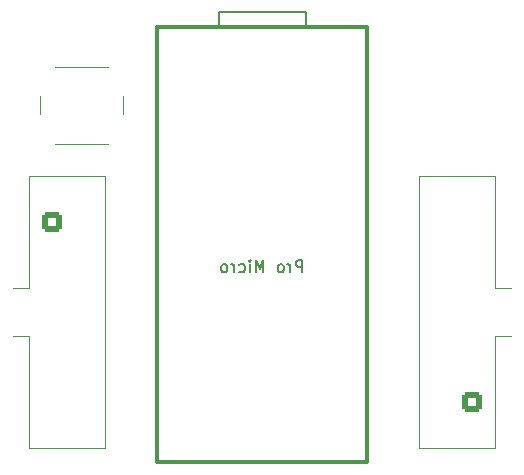
<source format=gto>
%TF.GenerationSoftware,KiCad,Pcbnew,(6.0.7-1)-1*%
%TF.CreationDate,2022-08-30T19:37:27+08:00*%
%TF.ProjectId,Control,436f6e74-726f-46c2-9e6b-696361645f70,V3.2.2*%
%TF.SameCoordinates,PX7df6180PY32de760*%
%TF.FileFunction,Legend,Top*%
%TF.FilePolarity,Positive*%
%FSLAX46Y46*%
G04 Gerber Fmt 4.6, Leading zero omitted, Abs format (unit mm)*
G04 Created by KiCad (PCBNEW (6.0.7-1)-1) date 2022-08-30 19:37:27*
%MOMM*%
%LPD*%
G01*
G04 APERTURE LIST*
G04 Aperture macros list*
%AMRoundRect*
0 Rectangle with rounded corners*
0 $1 Rounding radius*
0 $2 $3 $4 $5 $6 $7 $8 $9 X,Y pos of 4 corners*
0 Add a 4 corners polygon primitive as box body*
4,1,4,$2,$3,$4,$5,$6,$7,$8,$9,$2,$3,0*
0 Add four circle primitives for the rounded corners*
1,1,$1+$1,$2,$3*
1,1,$1+$1,$4,$5*
1,1,$1+$1,$6,$7*
1,1,$1+$1,$8,$9*
0 Add four rect primitives between the rounded corners*
20,1,$1+$1,$2,$3,$4,$5,0*
20,1,$1+$1,$4,$5,$6,$7,0*
20,1,$1+$1,$6,$7,$8,$9,0*
20,1,$1+$1,$8,$9,$2,$3,0*%
G04 Aperture macros list end*
%ADD10C,0.200000*%
%ADD11C,0.120000*%
%ADD12C,0.300000*%
%ADD13C,0.100000*%
%ADD14C,0.010000*%
%ADD15RoundRect,0.250000X-0.600000X-0.600000X0.600000X-0.600000X0.600000X0.600000X-0.600000X0.600000X0*%
%ADD16C,1.700000*%
%ADD17RoundRect,0.250000X0.600000X0.600000X-0.600000X0.600000X-0.600000X-0.600000X0.600000X-0.600000X0*%
%ADD18C,2.000000*%
G04 APERTURE END LIST*
D10*
%TO.C,U1*%
X11024761Y-13152380D02*
X11024761Y-12152380D01*
X10643809Y-12152380D01*
X10548571Y-12200000D01*
X10500952Y-12247619D01*
X10453333Y-12342857D01*
X10453333Y-12485714D01*
X10500952Y-12580952D01*
X10548571Y-12628571D01*
X10643809Y-12676190D01*
X11024761Y-12676190D01*
X10024761Y-13152380D02*
X10024761Y-12485714D01*
X10024761Y-12676190D02*
X9977142Y-12580952D01*
X9929523Y-12533333D01*
X9834285Y-12485714D01*
X9739047Y-12485714D01*
X9262857Y-13152380D02*
X9358095Y-13104761D01*
X9405714Y-13057142D01*
X9453333Y-12961904D01*
X9453333Y-12676190D01*
X9405714Y-12580952D01*
X9358095Y-12533333D01*
X9262857Y-12485714D01*
X9120000Y-12485714D01*
X9024761Y-12533333D01*
X8977142Y-12580952D01*
X8929523Y-12676190D01*
X8929523Y-12961904D01*
X8977142Y-13057142D01*
X9024761Y-13104761D01*
X9120000Y-13152380D01*
X9262857Y-13152380D01*
X7739047Y-13152380D02*
X7739047Y-12152380D01*
X7405714Y-12866666D01*
X7072380Y-12152380D01*
X7072380Y-13152380D01*
X6596190Y-13152380D02*
X6596190Y-12485714D01*
X6596190Y-12152380D02*
X6643809Y-12200000D01*
X6596190Y-12247619D01*
X6548571Y-12200000D01*
X6596190Y-12152380D01*
X6596190Y-12247619D01*
X5691428Y-13104761D02*
X5786666Y-13152380D01*
X5977142Y-13152380D01*
X6072380Y-13104761D01*
X6120000Y-13057142D01*
X6167619Y-12961904D01*
X6167619Y-12676190D01*
X6120000Y-12580952D01*
X6072380Y-12533333D01*
X5977142Y-12485714D01*
X5786666Y-12485714D01*
X5691428Y-12533333D01*
X5262857Y-13152380D02*
X5262857Y-12485714D01*
X5262857Y-12676190D02*
X5215238Y-12580952D01*
X5167619Y-12533333D01*
X5072380Y-12485714D01*
X4977142Y-12485714D01*
X4500952Y-13152380D02*
X4596190Y-13104761D01*
X4643809Y-13057142D01*
X4691428Y-12961904D01*
X4691428Y-12676190D01*
X4643809Y-12580952D01*
X4596190Y-12533333D01*
X4500952Y-12485714D01*
X4358095Y-12485714D01*
X4262857Y-12533333D01*
X4215238Y-12580952D01*
X4167619Y-12676190D01*
X4167619Y-12961904D01*
X4215238Y-13057142D01*
X4262857Y-13104761D01*
X4358095Y-13152380D01*
X4500952Y-13152380D01*
D11*
%TO.C,J1*%
X-12140000Y-14460000D02*
X-12140000Y-4980000D01*
X-12140000Y-18560000D02*
X-12140000Y-18560000D01*
X-12140000Y-4980000D02*
X-5640000Y-4980000D01*
X-12140000Y-28040000D02*
X-12140000Y-18560000D01*
X-12140000Y-18560000D02*
X-13450000Y-18560000D01*
X-5640000Y-28040000D02*
X-12140000Y-28040000D01*
X-13450000Y-14460000D02*
X-12140000Y-14460000D01*
X-5640000Y-4980000D02*
X-5640000Y-28040000D01*
%TO.C,J2*%
X20880000Y-4980000D02*
X27380000Y-4980000D01*
X20880000Y-28040000D02*
X20880000Y-4980000D01*
X27380000Y-14460000D02*
X28690000Y-14460000D01*
X27380000Y-4980000D02*
X27380000Y-14460000D01*
X28690000Y-18560000D02*
X27380000Y-18560000D01*
X27380000Y-14460000D02*
X27380000Y-14460000D01*
X27380000Y-28040000D02*
X20880000Y-28040000D01*
X27380000Y-18560000D02*
X27380000Y-28040000D01*
%TO.C,SW1*%
X-9945000Y-2270000D02*
X-5445000Y-2270000D01*
X-4195000Y230000D02*
X-4195000Y1730000D01*
X-11195000Y1730000D02*
X-11195000Y230000D01*
X-5445000Y4230000D02*
X-9945000Y4230000D01*
D10*
%TO.C,U1*%
X11303000Y8890000D02*
X3937000Y8890000D01*
X3937000Y8890000D02*
X3937000Y7620000D01*
D12*
X16510000Y7620000D02*
X16510000Y-29210000D01*
X16510000Y-29210000D02*
X-1270000Y-29210000D01*
X-1270000Y-29210000D02*
X-1270000Y7620000D01*
D10*
X11303000Y7620000D02*
X11303000Y8890000D01*
D12*
X-1270000Y7620000D02*
X16510000Y7620000D01*
%TD*%
%LPC*%
%TO.C,REF\u002A\u002A*%
G36*
X7025336Y-36715007D02*
G01*
X7025335Y-36715006D01*
X7025335Y-36715005D01*
X7025333Y-36715004D01*
X7025332Y-36715003D01*
X7025331Y-36715003D01*
X7025331Y-36715002D01*
X7025329Y-36715002D01*
X7025181Y-36717459D01*
X7024735Y-36719830D01*
X7023993Y-36722115D01*
X7022954Y-36724314D01*
X7021618Y-36726428D01*
X7019986Y-36728455D01*
X7018056Y-36730396D01*
X7015829Y-36732252D01*
X7013306Y-36734021D01*
X7010486Y-36735705D01*
X7007369Y-36737302D01*
X7003955Y-36738814D01*
X7000244Y-36740240D01*
X6996236Y-36741579D01*
X6991932Y-36742833D01*
X6987330Y-36744001D01*
X6982432Y-36745083D01*
X6977237Y-36746079D01*
X6971745Y-36746989D01*
X6965955Y-36747813D01*
X6959870Y-36748551D01*
X6953487Y-36749203D01*
X6946807Y-36749769D01*
X6939830Y-36750249D01*
X6924986Y-36750952D01*
X6908955Y-36751312D01*
X6891735Y-36751327D01*
X6873329Y-36750999D01*
X6851484Y-36750843D01*
X6830953Y-36751374D01*
X6811734Y-36752593D01*
X6793828Y-36754500D01*
X6777235Y-36757093D01*
X6761954Y-36760375D01*
X6747986Y-36764343D01*
X6735330Y-36768999D01*
X6723986Y-36774343D01*
X6713955Y-36780375D01*
X6705237Y-36787093D01*
X6697831Y-36794500D01*
X6691737Y-36802594D01*
X6689182Y-36806899D01*
X6686955Y-36811376D01*
X6683486Y-36820845D01*
X6681329Y-36831003D01*
X6679454Y-36846440D01*
X6677828Y-36868752D01*
X6676452Y-36897939D01*
X6675327Y-36934002D01*
X6674451Y-36976939D01*
X6673826Y-37026752D01*
X6673451Y-37083439D01*
X6673326Y-37147003D01*
X6673576Y-37191752D01*
X6674326Y-37234003D01*
X6675575Y-37273755D01*
X6677322Y-37311006D01*
X6617995Y-37350240D01*
X6559011Y-37386943D01*
X6500372Y-37421115D01*
X6442076Y-37452756D01*
X6384123Y-37481865D01*
X6326514Y-37508443D01*
X6269249Y-37532490D01*
X6212328Y-37554006D01*
X6155750Y-37572990D01*
X6099515Y-37589443D01*
X6043625Y-37603365D01*
X5988077Y-37614755D01*
X5932874Y-37623615D01*
X5878014Y-37629943D01*
X5823498Y-37633740D01*
X5769325Y-37635005D01*
X5699043Y-37633443D01*
X5630199Y-37628755D01*
X5562793Y-37620943D01*
X5496824Y-37610005D01*
X5432293Y-37595943D01*
X5369199Y-37578755D01*
X5307543Y-37558442D01*
X5247324Y-37535005D01*
X5188543Y-37508442D01*
X5131199Y-37478755D01*
X5075292Y-37445942D01*
X5020823Y-37410005D01*
X4967792Y-37370942D01*
X4916197Y-37328755D01*
X4866041Y-37283443D01*
X4817321Y-37235006D01*
X4771306Y-37184240D01*
X4728259Y-37131943D01*
X4688181Y-37078114D01*
X4651072Y-37022755D01*
X4616932Y-36965864D01*
X4585761Y-36907442D01*
X4557558Y-36847489D01*
X4532324Y-36786005D01*
X4510059Y-36722989D01*
X4490762Y-36658443D01*
X4474434Y-36592364D01*
X4461075Y-36524755D01*
X4450685Y-36455615D01*
X4443263Y-36384943D01*
X4438810Y-36312740D01*
X4437326Y-36239005D01*
X4438857Y-36160834D01*
X4443451Y-36084319D01*
X4451107Y-36009459D01*
X4461826Y-35936256D01*
X4475607Y-35864710D01*
X4492451Y-35794819D01*
X4512357Y-35726585D01*
X4535326Y-35660006D01*
X4561357Y-35595084D01*
X4590451Y-35531819D01*
X4622607Y-35470209D01*
X4657825Y-35410256D01*
X4696106Y-35351959D01*
X4737449Y-35295318D01*
X4781854Y-35240334D01*
X4829322Y-35187005D01*
X4879103Y-35136146D01*
X4930447Y-35088568D01*
X4983353Y-35044272D01*
X5037822Y-35003256D01*
X5093853Y-34965522D01*
X5151447Y-34931068D01*
X5210603Y-34899897D01*
X5271322Y-34872006D01*
X5333604Y-34847396D01*
X5397448Y-34826068D01*
X5462855Y-34808021D01*
X5529824Y-34793256D01*
X5598355Y-34781771D01*
X5668450Y-34773568D01*
X5740106Y-34768646D01*
X5813325Y-34767005D01*
X5843887Y-34767474D01*
X5874574Y-34768880D01*
X5905387Y-34771224D01*
X5936324Y-34774505D01*
X5967386Y-34778724D01*
X5998573Y-34783881D01*
X6029886Y-34789974D01*
X6061323Y-34797006D01*
X6092885Y-34804975D01*
X6124572Y-34813881D01*
X6156385Y-34823725D01*
X6188322Y-34834506D01*
X6220384Y-34846225D01*
X6252572Y-34858881D01*
X6284884Y-34872475D01*
X6317321Y-34887006D01*
X6340385Y-34897318D01*
X6361574Y-34906254D01*
X6380887Y-34913816D01*
X6398325Y-34920003D01*
X6413887Y-34924815D01*
X6420966Y-34926705D01*
X6427575Y-34928252D01*
X6433716Y-34929455D01*
X6439387Y-34930314D01*
X6444591Y-34930829D01*
X6449325Y-34931001D01*
X6453306Y-34930907D01*
X6457248Y-34930626D01*
X6461151Y-34930157D01*
X6465014Y-34929501D01*
X6468839Y-34928657D01*
X6472624Y-34927626D01*
X6476371Y-34926407D01*
X6480078Y-34925001D01*
X6483746Y-34923407D01*
X6487375Y-34921626D01*
X6490965Y-34919657D01*
X6494516Y-34917501D01*
X6498028Y-34915158D01*
X6501500Y-34912626D01*
X6504934Y-34909908D01*
X6508329Y-34907001D01*
X6511684Y-34903908D01*
X6515000Y-34900626D01*
X6521516Y-34893502D01*
X6527875Y-34885627D01*
X6534078Y-34877002D01*
X6540125Y-34867627D01*
X6546016Y-34857502D01*
X6551750Y-34846627D01*
X6557329Y-34835002D01*
X6559843Y-34829190D01*
X6562390Y-34823752D01*
X6564968Y-34818690D01*
X6567577Y-34814002D01*
X6570217Y-34809690D01*
X6572889Y-34805752D01*
X6575593Y-34802190D01*
X6578327Y-34799002D01*
X6581093Y-34796190D01*
X6583890Y-34793752D01*
X6586718Y-34791690D01*
X6589577Y-34790002D01*
X6592468Y-34788690D01*
X6595389Y-34787752D01*
X6598342Y-34787190D01*
X6601325Y-34787002D01*
X6603049Y-34787041D01*
X6604717Y-34787158D01*
X6606331Y-34787354D01*
X6607890Y-34787627D01*
X6609394Y-34787978D01*
X6610843Y-34788408D01*
X6612238Y-34788916D01*
X6613578Y-34789502D01*
X6614863Y-34790166D01*
X6616094Y-34790908D01*
X6617270Y-34791728D01*
X6618391Y-34792627D01*
X6619457Y-34793603D01*
X6620469Y-34794658D01*
X6621425Y-34795791D01*
X6622328Y-34797002D01*
X6623175Y-34798291D01*
X6623968Y-34799658D01*
X6624706Y-34801103D01*
X6625389Y-34802626D01*
X6626018Y-34804228D01*
X6626592Y-34805908D01*
X6627112Y-34807665D01*
X6627576Y-34809501D01*
X6627986Y-34811415D01*
X6628341Y-34813407D01*
X6628642Y-34815478D01*
X6628888Y-34817626D01*
X6629079Y-34819853D01*
X6629216Y-34822157D01*
X6629298Y-34824540D01*
X6629325Y-34827001D01*
X6628576Y-34840003D01*
X6626327Y-34871003D01*
X6617326Y-34987003D01*
X6616389Y-35001066D01*
X6615578Y-35019255D01*
X6614891Y-35041568D01*
X6614329Y-35068005D01*
X6613580Y-35133254D01*
X6613330Y-35215001D01*
X6613830Y-35283252D01*
X6615330Y-35352003D01*
X6617830Y-35421255D01*
X6621330Y-35491006D01*
X6629333Y-35631006D01*
X6629177Y-35640209D01*
X6628708Y-35648818D01*
X6627926Y-35656833D01*
X6626832Y-35664255D01*
X6625426Y-35671083D01*
X6623707Y-35677317D01*
X6621676Y-35682958D01*
X6619332Y-35688005D01*
X6616676Y-35692458D01*
X6615230Y-35694462D01*
X6613707Y-35696318D01*
X6612105Y-35698025D01*
X6610426Y-35699584D01*
X6608668Y-35700994D01*
X6606832Y-35702256D01*
X6604918Y-35703369D01*
X6602926Y-35704334D01*
X6600856Y-35705150D01*
X6598708Y-35705818D01*
X6596481Y-35706338D01*
X6594177Y-35706709D01*
X6591794Y-35706932D01*
X6589334Y-35707006D01*
X6585869Y-35706850D01*
X6582475Y-35706381D01*
X6579150Y-35705600D01*
X6575897Y-35704506D01*
X6572713Y-35703100D01*
X6569600Y-35701381D01*
X6566557Y-35699349D01*
X6563584Y-35697006D01*
X6560682Y-35694349D01*
X6557850Y-35691381D01*
X6555088Y-35688099D01*
X6552397Y-35684505D01*
X6549776Y-35680599D01*
X6547225Y-35676380D01*
X6544744Y-35671849D01*
X6542334Y-35667005D01*
X6539994Y-35661849D01*
X6537725Y-35656380D01*
X6535526Y-35650599D01*
X6533397Y-35644505D01*
X6531338Y-35638099D01*
X6529350Y-35631380D01*
X6527432Y-35624349D01*
X6525585Y-35617005D01*
X6523808Y-35609349D01*
X6522101Y-35601380D01*
X6520465Y-35593099D01*
X6518898Y-35584505D01*
X6515977Y-35566381D01*
X6513337Y-35547006D01*
X6506806Y-35503583D01*
X6499213Y-35461317D01*
X6490557Y-35420207D01*
X6480838Y-35380253D01*
X6470057Y-35341456D01*
X6458214Y-35303815D01*
X6445308Y-35267330D01*
X6431339Y-35232002D01*
X6416308Y-35197831D01*
X6400214Y-35164815D01*
X6383058Y-35132956D01*
X6364838Y-35102254D01*
X6345556Y-35072707D01*
X6325211Y-35044317D01*
X6303804Y-35017084D01*
X6281333Y-34991006D01*
X6263911Y-34973084D01*
X6245646Y-34956318D01*
X6226537Y-34940708D01*
X6206584Y-34926255D01*
X6185787Y-34912958D01*
X6164147Y-34900818D01*
X6141663Y-34889833D01*
X6118336Y-34880005D01*
X6094164Y-34871333D01*
X6069149Y-34863818D01*
X6043290Y-34857458D01*
X6016588Y-34852255D01*
X5989041Y-34848209D01*
X5960651Y-34845318D01*
X5931416Y-34843584D01*
X5901338Y-34843006D01*
X5854826Y-34844318D01*
X5809791Y-34848256D01*
X5766233Y-34854818D01*
X5724151Y-34864006D01*
X5683545Y-34875818D01*
X5644416Y-34890256D01*
X5606764Y-34907318D01*
X5570589Y-34927006D01*
X5535890Y-34949318D01*
X5502667Y-34974256D01*
X5470921Y-35001818D01*
X5440652Y-35032006D01*
X5411859Y-35064818D01*
X5384543Y-35100256D01*
X5358703Y-35138318D01*
X5334340Y-35179006D01*
X5311453Y-35222318D01*
X5290043Y-35268256D01*
X5270110Y-35316818D01*
X5251653Y-35368006D01*
X5234672Y-35421818D01*
X5219169Y-35478256D01*
X5205141Y-35537318D01*
X5192591Y-35599005D01*
X5181517Y-35663318D01*
X5171919Y-35730255D01*
X5163798Y-35799818D01*
X5157154Y-35872005D01*
X5151986Y-35946818D01*
X5148294Y-36024255D01*
X5146080Y-36104318D01*
X5145341Y-36187005D01*
X5146310Y-36289521D01*
X5149216Y-36388068D01*
X5154060Y-36482646D01*
X5160841Y-36573255D01*
X5169560Y-36659896D01*
X5180216Y-36742568D01*
X5192809Y-36821271D01*
X5207341Y-36896005D01*
X5223809Y-36966771D01*
X5242216Y-37033568D01*
X5262559Y-37096397D01*
X5284841Y-37155257D01*
X5309060Y-37210148D01*
X5335216Y-37261071D01*
X5363311Y-37308025D01*
X5393342Y-37351011D01*
X5413248Y-37376198D01*
X5433966Y-37399761D01*
X5455497Y-37421699D01*
X5477840Y-37442011D01*
X5500996Y-37460699D01*
X5524965Y-37477761D01*
X5549747Y-37493199D01*
X5575341Y-37507011D01*
X5601747Y-37519199D01*
X5628966Y-37529761D01*
X5656998Y-37538699D01*
X5685842Y-37546011D01*
X5715498Y-37551698D01*
X5745967Y-37555761D01*
X5777248Y-37558198D01*
X5809341Y-37559011D01*
X5829521Y-37558605D01*
X5849060Y-37557386D01*
X5867958Y-37555355D01*
X5886216Y-37552511D01*
X5903834Y-37548855D01*
X5920810Y-37544386D01*
X5937147Y-37539104D01*
X5952842Y-37533011D01*
X5967897Y-37526104D01*
X5982311Y-37518386D01*
X5996085Y-37509854D01*
X6009218Y-37500510D01*
X6021710Y-37490354D01*
X6033562Y-37479385D01*
X6044773Y-37467604D01*
X6055344Y-37455010D01*
X6065274Y-37441604D01*
X6074563Y-37427385D01*
X6083211Y-37412354D01*
X6091219Y-37396510D01*
X6098587Y-37379854D01*
X6105314Y-37362385D01*
X6111400Y-37344104D01*
X6116845Y-37325010D01*
X6121650Y-37305104D01*
X6125814Y-37284385D01*
X6129338Y-37262854D01*
X6132220Y-37240510D01*
X6134463Y-37217354D01*
X6136064Y-37193385D01*
X6137025Y-37168604D01*
X6137346Y-37143011D01*
X6136908Y-37069323D01*
X6135596Y-37004260D01*
X6133408Y-36947822D01*
X6130346Y-36900008D01*
X6126408Y-36860820D01*
X6121596Y-36830258D01*
X6118862Y-36818211D01*
X6115908Y-36808321D01*
X6112736Y-36800587D01*
X6109346Y-36795009D01*
X6107764Y-36792548D01*
X6106017Y-36790165D01*
X6104107Y-36787861D01*
X6102033Y-36785634D01*
X6099794Y-36783486D01*
X6097392Y-36781415D01*
X6094825Y-36779423D01*
X6092095Y-36777509D01*
X6089200Y-36775673D01*
X6086141Y-36773916D01*
X6082918Y-36772236D01*
X6079531Y-36770634D01*
X6075980Y-36769111D01*
X6072265Y-36767666D01*
X6068386Y-36766299D01*
X6064343Y-36765010D01*
X6055765Y-36762666D01*
X6046530Y-36760635D01*
X6036639Y-36758916D01*
X6026092Y-36757510D01*
X6014889Y-36756416D01*
X6003029Y-36755635D01*
X5990514Y-36755166D01*
X5977342Y-36755010D01*
X5877342Y-36755010D01*
X5867170Y-36754869D01*
X5857654Y-36754447D01*
X5848795Y-36753744D01*
X5840592Y-36752759D01*
X5833045Y-36751493D01*
X5826154Y-36749946D01*
X5819920Y-36748118D01*
X5814342Y-36746008D01*
X5809420Y-36743618D01*
X5805154Y-36740946D01*
X5801545Y-36737992D01*
X5799986Y-36736411D01*
X5798592Y-36734758D01*
X5797361Y-36733036D01*
X5796295Y-36731243D01*
X5795393Y-36729380D01*
X5794654Y-36727447D01*
X5794080Y-36725443D01*
X5793670Y-36723369D01*
X5793424Y-36721225D01*
X5793342Y-36719011D01*
X5793408Y-36716796D01*
X5793608Y-36714651D01*
X5793940Y-36712577D01*
X5794404Y-36710573D01*
X5795002Y-36708640D01*
X5795733Y-36706776D01*
X5796596Y-36704983D01*
X5797592Y-36703260D01*
X5798721Y-36701608D01*
X5799983Y-36700026D01*
X5801377Y-36698514D01*
X5802905Y-36697073D01*
X5804565Y-36695702D01*
X5806358Y-36694401D01*
X5808284Y-36693170D01*
X5810342Y-36692010D01*
X5812534Y-36690920D01*
X5814858Y-36689901D01*
X5817315Y-36688951D01*
X5819905Y-36688072D01*
X5822628Y-36687264D01*
X5825484Y-36686525D01*
X5828472Y-36685857D01*
X5831593Y-36685260D01*
X5834847Y-36684732D01*
X5838234Y-36684275D01*
X5841754Y-36683889D01*
X5845406Y-36683572D01*
X5849192Y-36683326D01*
X5853110Y-36683150D01*
X5857161Y-36683045D01*
X5861345Y-36683010D01*
X5935842Y-36683260D01*
X6019340Y-36684011D01*
X6213342Y-36687009D01*
X6469337Y-36691015D01*
X6512837Y-36690764D01*
X6567335Y-36690013D01*
X6632835Y-36688761D01*
X6709337Y-36687009D01*
X6847334Y-36681012D01*
X6893835Y-36679513D01*
X6925338Y-36679014D01*
X6977338Y-36679014D01*
X6983151Y-36679154D01*
X6988588Y-36679576D01*
X6993650Y-36680279D01*
X6998338Y-36681264D01*
X7002650Y-36682529D01*
X7004666Y-36683268D01*
X7006587Y-36684076D01*
X7008416Y-36684955D01*
X7010150Y-36685904D01*
X7011790Y-36686924D01*
X7013337Y-36688013D01*
X7014790Y-36689174D01*
X7016150Y-36690404D01*
X7017415Y-36691705D01*
X7018587Y-36693075D01*
X7019665Y-36694517D01*
X7020649Y-36696028D01*
X7021540Y-36697610D01*
X7022337Y-36699262D01*
X7023040Y-36700985D01*
X7023649Y-36702777D01*
X7024165Y-36704640D01*
X7024587Y-36706573D01*
X7024915Y-36708577D01*
X7025149Y-36710651D01*
X7025290Y-36712795D01*
X7025337Y-36715008D01*
X7025336Y-36715008D01*
X7025336Y-36715007D01*
G37*
D13*
X7025336Y-36715007D02*
X7025335Y-36715006D01*
X7025335Y-36715005D01*
X7025333Y-36715004D01*
X7025332Y-36715003D01*
X7025331Y-36715003D01*
X7025331Y-36715002D01*
X7025329Y-36715002D01*
X7025181Y-36717459D01*
X7024735Y-36719830D01*
X7023993Y-36722115D01*
X7022954Y-36724314D01*
X7021618Y-36726428D01*
X7019986Y-36728455D01*
X7018056Y-36730396D01*
X7015829Y-36732252D01*
X7013306Y-36734021D01*
X7010486Y-36735705D01*
X7007369Y-36737302D01*
X7003955Y-36738814D01*
X7000244Y-36740240D01*
X6996236Y-36741579D01*
X6991932Y-36742833D01*
X6987330Y-36744001D01*
X6982432Y-36745083D01*
X6977237Y-36746079D01*
X6971745Y-36746989D01*
X6965955Y-36747813D01*
X6959870Y-36748551D01*
X6953487Y-36749203D01*
X6946807Y-36749769D01*
X6939830Y-36750249D01*
X6924986Y-36750952D01*
X6908955Y-36751312D01*
X6891735Y-36751327D01*
X6873329Y-36750999D01*
X6851484Y-36750843D01*
X6830953Y-36751374D01*
X6811734Y-36752593D01*
X6793828Y-36754500D01*
X6777235Y-36757093D01*
X6761954Y-36760375D01*
X6747986Y-36764343D01*
X6735330Y-36768999D01*
X6723986Y-36774343D01*
X6713955Y-36780375D01*
X6705237Y-36787093D01*
X6697831Y-36794500D01*
X6691737Y-36802594D01*
X6689182Y-36806899D01*
X6686955Y-36811376D01*
X6683486Y-36820845D01*
X6681329Y-36831003D01*
X6679454Y-36846440D01*
X6677828Y-36868752D01*
X6676452Y-36897939D01*
X6675327Y-36934002D01*
X6674451Y-36976939D01*
X6673826Y-37026752D01*
X6673451Y-37083439D01*
X6673326Y-37147003D01*
X6673576Y-37191752D01*
X6674326Y-37234003D01*
X6675575Y-37273755D01*
X6677322Y-37311006D01*
X6617995Y-37350240D01*
X6559011Y-37386943D01*
X6500372Y-37421115D01*
X6442076Y-37452756D01*
X6384123Y-37481865D01*
X6326514Y-37508443D01*
X6269249Y-37532490D01*
X6212328Y-37554006D01*
X6155750Y-37572990D01*
X6099515Y-37589443D01*
X6043625Y-37603365D01*
X5988077Y-37614755D01*
X5932874Y-37623615D01*
X5878014Y-37629943D01*
X5823498Y-37633740D01*
X5769325Y-37635005D01*
X5699043Y-37633443D01*
X5630199Y-37628755D01*
X5562793Y-37620943D01*
X5496824Y-37610005D01*
X5432293Y-37595943D01*
X5369199Y-37578755D01*
X5307543Y-37558442D01*
X5247324Y-37535005D01*
X5188543Y-37508442D01*
X5131199Y-37478755D01*
X5075292Y-37445942D01*
X5020823Y-37410005D01*
X4967792Y-37370942D01*
X4916197Y-37328755D01*
X4866041Y-37283443D01*
X4817321Y-37235006D01*
X4771306Y-37184240D01*
X4728259Y-37131943D01*
X4688181Y-37078114D01*
X4651072Y-37022755D01*
X4616932Y-36965864D01*
X4585761Y-36907442D01*
X4557558Y-36847489D01*
X4532324Y-36786005D01*
X4510059Y-36722989D01*
X4490762Y-36658443D01*
X4474434Y-36592364D01*
X4461075Y-36524755D01*
X4450685Y-36455615D01*
X4443263Y-36384943D01*
X4438810Y-36312740D01*
X4437326Y-36239005D01*
X4438857Y-36160834D01*
X4443451Y-36084319D01*
X4451107Y-36009459D01*
X4461826Y-35936256D01*
X4475607Y-35864710D01*
X4492451Y-35794819D01*
X4512357Y-35726585D01*
X4535326Y-35660006D01*
X4561357Y-35595084D01*
X4590451Y-35531819D01*
X4622607Y-35470209D01*
X4657825Y-35410256D01*
X4696106Y-35351959D01*
X4737449Y-35295318D01*
X4781854Y-35240334D01*
X4829322Y-35187005D01*
X4879103Y-35136146D01*
X4930447Y-35088568D01*
X4983353Y-35044272D01*
X5037822Y-35003256D01*
X5093853Y-34965522D01*
X5151447Y-34931068D01*
X5210603Y-34899897D01*
X5271322Y-34872006D01*
X5333604Y-34847396D01*
X5397448Y-34826068D01*
X5462855Y-34808021D01*
X5529824Y-34793256D01*
X5598355Y-34781771D01*
X5668450Y-34773568D01*
X5740106Y-34768646D01*
X5813325Y-34767005D01*
X5843887Y-34767474D01*
X5874574Y-34768880D01*
X5905387Y-34771224D01*
X5936324Y-34774505D01*
X5967386Y-34778724D01*
X5998573Y-34783881D01*
X6029886Y-34789974D01*
X6061323Y-34797006D01*
X6092885Y-34804975D01*
X6124572Y-34813881D01*
X6156385Y-34823725D01*
X6188322Y-34834506D01*
X6220384Y-34846225D01*
X6252572Y-34858881D01*
X6284884Y-34872475D01*
X6317321Y-34887006D01*
X6340385Y-34897318D01*
X6361574Y-34906254D01*
X6380887Y-34913816D01*
X6398325Y-34920003D01*
X6413887Y-34924815D01*
X6420966Y-34926705D01*
X6427575Y-34928252D01*
X6433716Y-34929455D01*
X6439387Y-34930314D01*
X6444591Y-34930829D01*
X6449325Y-34931001D01*
X6453306Y-34930907D01*
X6457248Y-34930626D01*
X6461151Y-34930157D01*
X6465014Y-34929501D01*
X6468839Y-34928657D01*
X6472624Y-34927626D01*
X6476371Y-34926407D01*
X6480078Y-34925001D01*
X6483746Y-34923407D01*
X6487375Y-34921626D01*
X6490965Y-34919657D01*
X6494516Y-34917501D01*
X6498028Y-34915158D01*
X6501500Y-34912626D01*
X6504934Y-34909908D01*
X6508329Y-34907001D01*
X6511684Y-34903908D01*
X6515000Y-34900626D01*
X6521516Y-34893502D01*
X6527875Y-34885627D01*
X6534078Y-34877002D01*
X6540125Y-34867627D01*
X6546016Y-34857502D01*
X6551750Y-34846627D01*
X6557329Y-34835002D01*
X6559843Y-34829190D01*
X6562390Y-34823752D01*
X6564968Y-34818690D01*
X6567577Y-34814002D01*
X6570217Y-34809690D01*
X6572889Y-34805752D01*
X6575593Y-34802190D01*
X6578327Y-34799002D01*
X6581093Y-34796190D01*
X6583890Y-34793752D01*
X6586718Y-34791690D01*
X6589577Y-34790002D01*
X6592468Y-34788690D01*
X6595389Y-34787752D01*
X6598342Y-34787190D01*
X6601325Y-34787002D01*
X6603049Y-34787041D01*
X6604717Y-34787158D01*
X6606331Y-34787354D01*
X6607890Y-34787627D01*
X6609394Y-34787978D01*
X6610843Y-34788408D01*
X6612238Y-34788916D01*
X6613578Y-34789502D01*
X6614863Y-34790166D01*
X6616094Y-34790908D01*
X6617270Y-34791728D01*
X6618391Y-34792627D01*
X6619457Y-34793603D01*
X6620469Y-34794658D01*
X6621425Y-34795791D01*
X6622328Y-34797002D01*
X6623175Y-34798291D01*
X6623968Y-34799658D01*
X6624706Y-34801103D01*
X6625389Y-34802626D01*
X6626018Y-34804228D01*
X6626592Y-34805908D01*
X6627112Y-34807665D01*
X6627576Y-34809501D01*
X6627986Y-34811415D01*
X6628341Y-34813407D01*
X6628642Y-34815478D01*
X6628888Y-34817626D01*
X6629079Y-34819853D01*
X6629216Y-34822157D01*
X6629298Y-34824540D01*
X6629325Y-34827001D01*
X6628576Y-34840003D01*
X6626327Y-34871003D01*
X6617326Y-34987003D01*
X6616389Y-35001066D01*
X6615578Y-35019255D01*
X6614891Y-35041568D01*
X6614329Y-35068005D01*
X6613580Y-35133254D01*
X6613330Y-35215001D01*
X6613830Y-35283252D01*
X6615330Y-35352003D01*
X6617830Y-35421255D01*
X6621330Y-35491006D01*
X6629333Y-35631006D01*
X6629177Y-35640209D01*
X6628708Y-35648818D01*
X6627926Y-35656833D01*
X6626832Y-35664255D01*
X6625426Y-35671083D01*
X6623707Y-35677317D01*
X6621676Y-35682958D01*
X6619332Y-35688005D01*
X6616676Y-35692458D01*
X6615230Y-35694462D01*
X6613707Y-35696318D01*
X6612105Y-35698025D01*
X6610426Y-35699584D01*
X6608668Y-35700994D01*
X6606832Y-35702256D01*
X6604918Y-35703369D01*
X6602926Y-35704334D01*
X6600856Y-35705150D01*
X6598708Y-35705818D01*
X6596481Y-35706338D01*
X6594177Y-35706709D01*
X6591794Y-35706932D01*
X6589334Y-35707006D01*
X6585869Y-35706850D01*
X6582475Y-35706381D01*
X6579150Y-35705600D01*
X6575897Y-35704506D01*
X6572713Y-35703100D01*
X6569600Y-35701381D01*
X6566557Y-35699349D01*
X6563584Y-35697006D01*
X6560682Y-35694349D01*
X6557850Y-35691381D01*
X6555088Y-35688099D01*
X6552397Y-35684505D01*
X6549776Y-35680599D01*
X6547225Y-35676380D01*
X6544744Y-35671849D01*
X6542334Y-35667005D01*
X6539994Y-35661849D01*
X6537725Y-35656380D01*
X6535526Y-35650599D01*
X6533397Y-35644505D01*
X6531338Y-35638099D01*
X6529350Y-35631380D01*
X6527432Y-35624349D01*
X6525585Y-35617005D01*
X6523808Y-35609349D01*
X6522101Y-35601380D01*
X6520465Y-35593099D01*
X6518898Y-35584505D01*
X6515977Y-35566381D01*
X6513337Y-35547006D01*
X6506806Y-35503583D01*
X6499213Y-35461317D01*
X6490557Y-35420207D01*
X6480838Y-35380253D01*
X6470057Y-35341456D01*
X6458214Y-35303815D01*
X6445308Y-35267330D01*
X6431339Y-35232002D01*
X6416308Y-35197831D01*
X6400214Y-35164815D01*
X6383058Y-35132956D01*
X6364838Y-35102254D01*
X6345556Y-35072707D01*
X6325211Y-35044317D01*
X6303804Y-35017084D01*
X6281333Y-34991006D01*
X6263911Y-34973084D01*
X6245646Y-34956318D01*
X6226537Y-34940708D01*
X6206584Y-34926255D01*
X6185787Y-34912958D01*
X6164147Y-34900818D01*
X6141663Y-34889833D01*
X6118336Y-34880005D01*
X6094164Y-34871333D01*
X6069149Y-34863818D01*
X6043290Y-34857458D01*
X6016588Y-34852255D01*
X5989041Y-34848209D01*
X5960651Y-34845318D01*
X5931416Y-34843584D01*
X5901338Y-34843006D01*
X5854826Y-34844318D01*
X5809791Y-34848256D01*
X5766233Y-34854818D01*
X5724151Y-34864006D01*
X5683545Y-34875818D01*
X5644416Y-34890256D01*
X5606764Y-34907318D01*
X5570589Y-34927006D01*
X5535890Y-34949318D01*
X5502667Y-34974256D01*
X5470921Y-35001818D01*
X5440652Y-35032006D01*
X5411859Y-35064818D01*
X5384543Y-35100256D01*
X5358703Y-35138318D01*
X5334340Y-35179006D01*
X5311453Y-35222318D01*
X5290043Y-35268256D01*
X5270110Y-35316818D01*
X5251653Y-35368006D01*
X5234672Y-35421818D01*
X5219169Y-35478256D01*
X5205141Y-35537318D01*
X5192591Y-35599005D01*
X5181517Y-35663318D01*
X5171919Y-35730255D01*
X5163798Y-35799818D01*
X5157154Y-35872005D01*
X5151986Y-35946818D01*
X5148294Y-36024255D01*
X5146080Y-36104318D01*
X5145341Y-36187005D01*
X5146310Y-36289521D01*
X5149216Y-36388068D01*
X5154060Y-36482646D01*
X5160841Y-36573255D01*
X5169560Y-36659896D01*
X5180216Y-36742568D01*
X5192809Y-36821271D01*
X5207341Y-36896005D01*
X5223809Y-36966771D01*
X5242216Y-37033568D01*
X5262559Y-37096397D01*
X5284841Y-37155257D01*
X5309060Y-37210148D01*
X5335216Y-37261071D01*
X5363311Y-37308025D01*
X5393342Y-37351011D01*
X5413248Y-37376198D01*
X5433966Y-37399761D01*
X5455497Y-37421699D01*
X5477840Y-37442011D01*
X5500996Y-37460699D01*
X5524965Y-37477761D01*
X5549747Y-37493199D01*
X5575341Y-37507011D01*
X5601747Y-37519199D01*
X5628966Y-37529761D01*
X5656998Y-37538699D01*
X5685842Y-37546011D01*
X5715498Y-37551698D01*
X5745967Y-37555761D01*
X5777248Y-37558198D01*
X5809341Y-37559011D01*
X5829521Y-37558605D01*
X5849060Y-37557386D01*
X5867958Y-37555355D01*
X5886216Y-37552511D01*
X5903834Y-37548855D01*
X5920810Y-37544386D01*
X5937147Y-37539104D01*
X5952842Y-37533011D01*
X5967897Y-37526104D01*
X5982311Y-37518386D01*
X5996085Y-37509854D01*
X6009218Y-37500510D01*
X6021710Y-37490354D01*
X6033562Y-37479385D01*
X6044773Y-37467604D01*
X6055344Y-37455010D01*
X6065274Y-37441604D01*
X6074563Y-37427385D01*
X6083211Y-37412354D01*
X6091219Y-37396510D01*
X6098587Y-37379854D01*
X6105314Y-37362385D01*
X6111400Y-37344104D01*
X6116845Y-37325010D01*
X6121650Y-37305104D01*
X6125814Y-37284385D01*
X6129338Y-37262854D01*
X6132220Y-37240510D01*
X6134463Y-37217354D01*
X6136064Y-37193385D01*
X6137025Y-37168604D01*
X6137346Y-37143011D01*
X6136908Y-37069323D01*
X6135596Y-37004260D01*
X6133408Y-36947822D01*
X6130346Y-36900008D01*
X6126408Y-36860820D01*
X6121596Y-36830258D01*
X6118862Y-36818211D01*
X6115908Y-36808321D01*
X6112736Y-36800587D01*
X6109346Y-36795009D01*
X6107764Y-36792548D01*
X6106017Y-36790165D01*
X6104107Y-36787861D01*
X6102033Y-36785634D01*
X6099794Y-36783486D01*
X6097392Y-36781415D01*
X6094825Y-36779423D01*
X6092095Y-36777509D01*
X6089200Y-36775673D01*
X6086141Y-36773916D01*
X6082918Y-36772236D01*
X6079531Y-36770634D01*
X6075980Y-36769111D01*
X6072265Y-36767666D01*
X6068386Y-36766299D01*
X6064343Y-36765010D01*
X6055765Y-36762666D01*
X6046530Y-36760635D01*
X6036639Y-36758916D01*
X6026092Y-36757510D01*
X6014889Y-36756416D01*
X6003029Y-36755635D01*
X5990514Y-36755166D01*
X5977342Y-36755010D01*
X5877342Y-36755010D01*
X5867170Y-36754869D01*
X5857654Y-36754447D01*
X5848795Y-36753744D01*
X5840592Y-36752759D01*
X5833045Y-36751493D01*
X5826154Y-36749946D01*
X5819920Y-36748118D01*
X5814342Y-36746008D01*
X5809420Y-36743618D01*
X5805154Y-36740946D01*
X5801545Y-36737992D01*
X5799986Y-36736411D01*
X5798592Y-36734758D01*
X5797361Y-36733036D01*
X5796295Y-36731243D01*
X5795393Y-36729380D01*
X5794654Y-36727447D01*
X5794080Y-36725443D01*
X5793670Y-36723369D01*
X5793424Y-36721225D01*
X5793342Y-36719011D01*
X5793408Y-36716796D01*
X5793608Y-36714651D01*
X5793940Y-36712577D01*
X5794404Y-36710573D01*
X5795002Y-36708640D01*
X5795733Y-36706776D01*
X5796596Y-36704983D01*
X5797592Y-36703260D01*
X5798721Y-36701608D01*
X5799983Y-36700026D01*
X5801377Y-36698514D01*
X5802905Y-36697073D01*
X5804565Y-36695702D01*
X5806358Y-36694401D01*
X5808284Y-36693170D01*
X5810342Y-36692010D01*
X5812534Y-36690920D01*
X5814858Y-36689901D01*
X5817315Y-36688951D01*
X5819905Y-36688072D01*
X5822628Y-36687264D01*
X5825484Y-36686525D01*
X5828472Y-36685857D01*
X5831593Y-36685260D01*
X5834847Y-36684732D01*
X5838234Y-36684275D01*
X5841754Y-36683889D01*
X5845406Y-36683572D01*
X5849192Y-36683326D01*
X5853110Y-36683150D01*
X5857161Y-36683045D01*
X5861345Y-36683010D01*
X5935842Y-36683260D01*
X6019340Y-36684011D01*
X6213342Y-36687009D01*
X6469337Y-36691015D01*
X6512837Y-36690764D01*
X6567335Y-36690013D01*
X6632835Y-36688761D01*
X6709337Y-36687009D01*
X6847334Y-36681012D01*
X6893835Y-36679513D01*
X6925338Y-36679014D01*
X6977338Y-36679014D01*
X6983151Y-36679154D01*
X6988588Y-36679576D01*
X6993650Y-36680279D01*
X6998338Y-36681264D01*
X7002650Y-36682529D01*
X7004666Y-36683268D01*
X7006587Y-36684076D01*
X7008416Y-36684955D01*
X7010150Y-36685904D01*
X7011790Y-36686924D01*
X7013337Y-36688013D01*
X7014790Y-36689174D01*
X7016150Y-36690404D01*
X7017415Y-36691705D01*
X7018587Y-36693075D01*
X7019665Y-36694517D01*
X7020649Y-36696028D01*
X7021540Y-36697610D01*
X7022337Y-36699262D01*
X7023040Y-36700985D01*
X7023649Y-36702777D01*
X7024165Y-36704640D01*
X7024587Y-36706573D01*
X7024915Y-36708577D01*
X7025149Y-36710651D01*
X7025290Y-36712795D01*
X7025337Y-36715008D01*
X7025336Y-36715008D01*
X7025336Y-36715007D01*
G36*
X11297328Y-35190998D02*
G01*
X11306766Y-35167435D01*
X11317078Y-35140747D01*
X11340326Y-35077997D01*
X11367072Y-35002747D01*
X11397319Y-34914998D01*
X11408009Y-34883123D01*
X11418073Y-34855497D01*
X11427512Y-34832121D01*
X11431997Y-34822027D01*
X11436325Y-34812995D01*
X11440497Y-34805026D01*
X11444513Y-34798119D01*
X11448372Y-34792275D01*
X11452074Y-34787494D01*
X11455621Y-34783775D01*
X11459010Y-34781118D01*
X11462243Y-34779524D01*
X11465320Y-34778993D01*
X11466859Y-34779173D01*
X11468477Y-34779712D01*
X11470172Y-34780610D01*
X11471946Y-34781868D01*
X11473798Y-34783485D01*
X11475728Y-34785462D01*
X11477736Y-34787798D01*
X11479822Y-34790493D01*
X11481986Y-34793548D01*
X11484228Y-34796962D01*
X11488947Y-34804869D01*
X11493979Y-34814213D01*
X11499323Y-34824994D01*
X11504979Y-34837213D01*
X11510948Y-34850869D01*
X11517229Y-34865963D01*
X11523823Y-34882494D01*
X11530729Y-34900463D01*
X11537947Y-34919869D01*
X11545478Y-34940712D01*
X11553321Y-34962993D01*
X11627323Y-35167993D01*
X11769322Y-35546994D01*
X12257320Y-36826990D01*
X12337328Y-37036992D01*
X12417327Y-37250989D01*
X12425828Y-37273427D01*
X12434328Y-37294740D01*
X12442829Y-37314928D01*
X12451329Y-37333990D01*
X12459829Y-37351928D01*
X12468329Y-37368740D01*
X12476828Y-37384428D01*
X12485328Y-37398990D01*
X12493828Y-37412427D01*
X12502328Y-37424740D01*
X12510827Y-37435927D01*
X12519327Y-37445990D01*
X12527827Y-37454927D01*
X12536328Y-37462740D01*
X12544828Y-37469427D01*
X12553329Y-37474990D01*
X12560392Y-37478850D01*
X12568580Y-37482428D01*
X12577894Y-37485726D01*
X12588331Y-37488741D01*
X12599894Y-37491476D01*
X12612582Y-37493929D01*
X12626395Y-37496101D01*
X12641332Y-37497992D01*
X12657394Y-37499601D01*
X12674582Y-37500929D01*
X12692894Y-37501976D01*
X12712331Y-37502741D01*
X12732893Y-37503225D01*
X12754581Y-37503428D01*
X12777393Y-37503350D01*
X12801330Y-37502990D01*
X12807142Y-37503131D01*
X12812579Y-37503553D01*
X12817642Y-37504256D01*
X12822329Y-37505240D01*
X12826642Y-37506506D01*
X12828657Y-37507244D01*
X12830579Y-37508052D01*
X12832407Y-37508931D01*
X12834142Y-37509880D01*
X12835782Y-37510900D01*
X12837329Y-37511990D01*
X12838782Y-37513150D01*
X12840142Y-37514380D01*
X12841408Y-37515681D01*
X12842580Y-37517052D01*
X12843658Y-37518493D01*
X12844642Y-37520005D01*
X12845533Y-37521587D01*
X12846330Y-37523239D01*
X12847033Y-37524962D01*
X12847643Y-37526755D01*
X12848158Y-37528618D01*
X12848580Y-37530552D01*
X12848908Y-37532556D01*
X12849143Y-37534630D01*
X12849283Y-37536775D01*
X12849330Y-37538989D01*
X12849319Y-37538997D01*
X12849194Y-37542904D01*
X12848819Y-37546623D01*
X12848538Y-37548413D01*
X12848194Y-37550155D01*
X12847788Y-37551850D01*
X12847320Y-37553499D01*
X12846788Y-37555101D01*
X12846195Y-37556655D01*
X12845539Y-37558163D01*
X12844820Y-37559624D01*
X12844039Y-37561038D01*
X12843196Y-37562406D01*
X12842289Y-37563726D01*
X12841321Y-37564999D01*
X12840290Y-37566226D01*
X12839196Y-37567405D01*
X12838040Y-37568538D01*
X12836821Y-37569624D01*
X12835540Y-37570663D01*
X12834197Y-37571655D01*
X12832790Y-37572600D01*
X12831322Y-37573499D01*
X12829791Y-37574350D01*
X12828197Y-37575155D01*
X12824822Y-37576623D01*
X12821197Y-37577904D01*
X12817321Y-37578998D01*
X12808819Y-37579936D01*
X12797318Y-37580749D01*
X12782818Y-37581437D01*
X12765318Y-37582000D01*
X12744818Y-37582438D01*
X12721319Y-37582751D01*
X12665321Y-37583002D01*
X12642074Y-37582751D01*
X12604324Y-37582000D01*
X12485320Y-37578998D01*
X12235322Y-37572998D01*
X12144822Y-37571499D01*
X12077319Y-37570999D01*
X12013321Y-37571249D01*
X11953321Y-37572000D01*
X11897321Y-37573251D01*
X11845321Y-37575002D01*
X11677324Y-37581001D01*
X11617323Y-37582501D01*
X11573322Y-37583002D01*
X11560243Y-37582845D01*
X11548008Y-37582376D01*
X11536617Y-37581595D01*
X11526069Y-37580501D01*
X11516365Y-37579095D01*
X11507505Y-37577376D01*
X11499489Y-37575344D01*
X11492316Y-37573000D01*
X11485987Y-37570344D01*
X11480502Y-37567375D01*
X11475861Y-37564093D01*
X11472063Y-37560499D01*
X11469110Y-37556593D01*
X11467950Y-37554522D01*
X11467000Y-37552374D01*
X11466262Y-37550147D01*
X11465734Y-37547842D01*
X11465418Y-37545460D01*
X11465312Y-37542999D01*
X11465535Y-37540534D01*
X11466203Y-37538139D01*
X11467316Y-37535815D01*
X11468875Y-37533561D01*
X11470879Y-37531377D01*
X11473328Y-37529264D01*
X11476223Y-37527221D01*
X11479562Y-37525248D01*
X11483348Y-37523346D01*
X11487578Y-37521514D01*
X11492254Y-37519752D01*
X11497375Y-37518061D01*
X11502941Y-37516440D01*
X11508953Y-37514889D01*
X11515410Y-37513409D01*
X11522313Y-37511999D01*
X11537453Y-37509390D01*
X11554375Y-37507062D01*
X11573078Y-37505015D01*
X11593563Y-37503250D01*
X11615828Y-37501766D01*
X11639875Y-37500564D01*
X11665704Y-37499642D01*
X11693313Y-37499002D01*
X11706873Y-37498877D01*
X11719559Y-37498502D01*
X11731371Y-37497876D01*
X11742308Y-37497001D01*
X11752371Y-37495876D01*
X11761559Y-37494501D01*
X11769873Y-37492877D01*
X11777313Y-37491002D01*
X11785063Y-37489878D01*
X11792314Y-37488503D01*
X11799064Y-37486878D01*
X11805314Y-37485003D01*
X11811064Y-37482878D01*
X11816314Y-37480503D01*
X11821064Y-37477878D01*
X11825314Y-37475003D01*
X11827251Y-37473472D01*
X11829064Y-37471878D01*
X11830751Y-37470222D01*
X11832313Y-37468503D01*
X11833751Y-37466722D01*
X11835063Y-37464878D01*
X11836250Y-37462972D01*
X11837313Y-37461003D01*
X11838250Y-37458972D01*
X11839062Y-37456878D01*
X11839750Y-37454722D01*
X11840312Y-37452503D01*
X11840749Y-37450221D01*
X11841062Y-37447877D01*
X11841249Y-37445471D01*
X11841312Y-37443002D01*
X11841124Y-37440002D01*
X11840562Y-37436002D01*
X11839625Y-37431003D01*
X11838313Y-37425003D01*
X11834564Y-37410003D01*
X11829316Y-37391003D01*
X11822567Y-37368003D01*
X11814319Y-37341003D01*
X11804569Y-37310003D01*
X11793319Y-37275003D01*
X11709319Y-37015003D01*
X11702445Y-36990691D01*
X11693820Y-36961753D01*
X11671321Y-36890003D01*
X11641821Y-36799752D01*
X11605319Y-36691001D01*
X11533328Y-36691001D01*
X11221328Y-36687002D01*
X11136079Y-36685751D01*
X11048330Y-36686000D01*
X10958080Y-36687750D01*
X10865329Y-36691001D01*
X10855326Y-36714126D01*
X10843325Y-36743502D01*
X10829324Y-36779127D01*
X10813323Y-36821002D01*
X10775323Y-36923503D01*
X10729320Y-37051002D01*
X10641330Y-37311002D01*
X10636644Y-37325627D01*
X10632582Y-37339502D01*
X10629145Y-37352627D01*
X10626332Y-37365002D01*
X10624144Y-37376627D01*
X10622580Y-37387503D01*
X10621642Y-37397628D01*
X10621408Y-37402409D01*
X10621330Y-37407003D01*
X10621416Y-37411206D01*
X10621673Y-37415315D01*
X10622103Y-37419331D01*
X10622705Y-37423252D01*
X10623478Y-37427081D01*
X10624424Y-37430815D01*
X10625541Y-37434455D01*
X10626830Y-37438002D01*
X10628291Y-37441455D01*
X10629924Y-37444815D01*
X10631729Y-37448080D01*
X10633705Y-37451252D01*
X10635854Y-37454330D01*
X10638174Y-37457315D01*
X10640666Y-37460205D01*
X10643330Y-37463002D01*
X10646166Y-37465706D01*
X10649174Y-37468315D01*
X10652354Y-37470831D01*
X10655706Y-37473252D01*
X10659229Y-37475581D01*
X10662925Y-37477815D01*
X10666792Y-37479956D01*
X10670831Y-37482002D01*
X10675042Y-37483956D01*
X10679425Y-37485815D01*
X10688706Y-37489252D01*
X10698675Y-37492315D01*
X10709331Y-37495002D01*
X10716766Y-37496128D01*
X10729077Y-37497503D01*
X10746264Y-37499128D01*
X10768326Y-37501002D01*
X10827078Y-37505502D01*
X10905330Y-37511001D01*
X10912110Y-37511611D01*
X10918453Y-37512439D01*
X10924359Y-37513486D01*
X10929827Y-37514752D01*
X10934858Y-37516237D01*
X10939452Y-37517940D01*
X10943608Y-37519862D01*
X10947327Y-37522003D01*
X10950609Y-37524362D01*
X10952086Y-37525624D01*
X10953453Y-37526940D01*
X10954711Y-37528312D01*
X10955860Y-37529737D01*
X10956899Y-37531218D01*
X10957829Y-37532753D01*
X10958649Y-37534343D01*
X10959361Y-37535987D01*
X10959962Y-37537686D01*
X10960455Y-37539440D01*
X10960837Y-37541249D01*
X10961111Y-37543112D01*
X10961275Y-37545030D01*
X10961330Y-37547002D01*
X10961259Y-37549217D01*
X10961048Y-37551361D01*
X10960697Y-37553435D01*
X10960204Y-37555439D01*
X10959571Y-37557372D01*
X10958798Y-37559235D01*
X10957883Y-37561028D01*
X10956828Y-37562751D01*
X10955633Y-37564403D01*
X10954297Y-37565985D01*
X10952820Y-37567497D01*
X10951202Y-37568938D01*
X10949444Y-37570309D01*
X10947545Y-37571610D01*
X10945506Y-37572840D01*
X10943326Y-37574001D01*
X10941005Y-37575090D01*
X10938544Y-37576110D01*
X10935942Y-37577059D01*
X10933200Y-37577938D01*
X10930317Y-37578747D01*
X10927293Y-37579485D01*
X10924129Y-37580153D01*
X10920825Y-37580751D01*
X10917379Y-37581279D01*
X10913794Y-37581736D01*
X10910067Y-37582122D01*
X10906200Y-37582439D01*
X10902193Y-37582685D01*
X10898045Y-37582861D01*
X10893756Y-37582966D01*
X10889327Y-37583002D01*
X10229320Y-37578998D01*
X10223260Y-37579936D01*
X10217075Y-37580749D01*
X10210764Y-37581437D01*
X10204326Y-37582000D01*
X10197764Y-37582438D01*
X10191075Y-37582751D01*
X10184261Y-37582939D01*
X10177322Y-37583002D01*
X10170542Y-37582845D01*
X10164199Y-37582376D01*
X10158293Y-37581595D01*
X10152825Y-37580501D01*
X10147793Y-37579095D01*
X10143200Y-37577376D01*
X10141067Y-37576399D01*
X10139043Y-37575344D01*
X10137129Y-37574211D01*
X10135324Y-37573000D01*
X10133629Y-37571711D01*
X10132043Y-37570344D01*
X10130566Y-37568898D01*
X10129199Y-37567375D01*
X10127941Y-37565773D01*
X10126792Y-37564093D01*
X10125753Y-37562335D01*
X10124823Y-37560499D01*
X10124002Y-37558585D01*
X10123291Y-37556593D01*
X10122690Y-37554522D01*
X10122197Y-37552374D01*
X10121814Y-37550147D01*
X10121541Y-37547842D01*
X10121377Y-37545460D01*
X10121322Y-37542999D01*
X10121443Y-37541515D01*
X10121806Y-37540062D01*
X10122412Y-37538640D01*
X10123260Y-37537250D01*
X10124350Y-37535890D01*
X10125682Y-37534562D01*
X10127256Y-37533266D01*
X10129072Y-37532000D01*
X10131131Y-37530766D01*
X10133432Y-37529563D01*
X10135975Y-37528391D01*
X10138760Y-37527250D01*
X10141788Y-37526141D01*
X10145057Y-37525063D01*
X10148569Y-37524016D01*
X10152323Y-37523000D01*
X10156319Y-37522016D01*
X10160558Y-37521063D01*
X10169761Y-37519250D01*
X10179933Y-37517562D01*
X10191073Y-37515999D01*
X10203183Y-37514561D01*
X10216261Y-37513248D01*
X10230307Y-37512060D01*
X10245323Y-37510997D01*
X10264870Y-37509826D01*
X10283511Y-37508310D01*
X10301246Y-37506451D01*
X10318075Y-37504248D01*
X10333997Y-37501702D01*
X10349013Y-37498811D01*
X10363123Y-37495577D01*
X10376326Y-37491999D01*
X10388624Y-37488077D01*
X10400015Y-37483811D01*
X10410499Y-37479202D01*
X10420078Y-37474249D01*
X10428750Y-37468951D01*
X10436516Y-37463311D01*
X10443375Y-37457326D01*
X10449329Y-37450998D01*
X10455046Y-37443592D01*
X10461202Y-37434374D01*
X10467795Y-37423343D01*
X10474825Y-37410499D01*
X10482294Y-37395843D01*
X10490199Y-37379375D01*
X10498543Y-37361093D01*
X10507324Y-37341000D01*
X10526198Y-37295375D01*
X10546823Y-37242499D01*
X10569197Y-37182373D01*
X10593322Y-37114997D01*
X10686323Y-36866998D01*
X10783784Y-36603002D01*
X10893314Y-36603002D01*
X10902563Y-36602939D01*
X10912313Y-36602752D01*
X10922563Y-36602439D01*
X10933313Y-36602001D01*
X10956311Y-36600750D01*
X10981304Y-36598998D01*
X11293304Y-36598998D01*
X11345555Y-36599249D01*
X11410306Y-36600000D01*
X11577304Y-36603002D01*
X11577304Y-36603001D01*
X11577305Y-36603001D01*
X11577305Y-36603000D01*
X11577306Y-36603000D01*
X11577306Y-36602999D01*
X11577308Y-36602999D01*
X11577309Y-36602998D01*
X11577312Y-36602998D01*
X11574067Y-36593748D01*
X11568317Y-36577997D01*
X11560065Y-36555747D01*
X11549312Y-36526998D01*
X11411314Y-36131996D01*
X11358814Y-35986247D01*
X11317314Y-35874998D01*
X11306315Y-35845997D01*
X11293315Y-35810997D01*
X11278314Y-35769997D01*
X11261314Y-35722993D01*
X11237312Y-35650998D01*
X11218812Y-35696060D01*
X11199312Y-35745247D01*
X11157313Y-35855997D01*
X11111314Y-35983247D01*
X11061313Y-36126998D01*
X11007312Y-36284249D01*
X10961312Y-36416000D01*
X10923312Y-36522251D01*
X10893314Y-36603002D01*
X10783784Y-36603002D01*
X10813320Y-36522998D01*
X11297328Y-35190998D01*
G37*
X11297328Y-35190998D02*
X11306766Y-35167435D01*
X11317078Y-35140747D01*
X11340326Y-35077997D01*
X11367072Y-35002747D01*
X11397319Y-34914998D01*
X11408009Y-34883123D01*
X11418073Y-34855497D01*
X11427512Y-34832121D01*
X11431997Y-34822027D01*
X11436325Y-34812995D01*
X11440497Y-34805026D01*
X11444513Y-34798119D01*
X11448372Y-34792275D01*
X11452074Y-34787494D01*
X11455621Y-34783775D01*
X11459010Y-34781118D01*
X11462243Y-34779524D01*
X11465320Y-34778993D01*
X11466859Y-34779173D01*
X11468477Y-34779712D01*
X11470172Y-34780610D01*
X11471946Y-34781868D01*
X11473798Y-34783485D01*
X11475728Y-34785462D01*
X11477736Y-34787798D01*
X11479822Y-34790493D01*
X11481986Y-34793548D01*
X11484228Y-34796962D01*
X11488947Y-34804869D01*
X11493979Y-34814213D01*
X11499323Y-34824994D01*
X11504979Y-34837213D01*
X11510948Y-34850869D01*
X11517229Y-34865963D01*
X11523823Y-34882494D01*
X11530729Y-34900463D01*
X11537947Y-34919869D01*
X11545478Y-34940712D01*
X11553321Y-34962993D01*
X11627323Y-35167993D01*
X11769322Y-35546994D01*
X12257320Y-36826990D01*
X12337328Y-37036992D01*
X12417327Y-37250989D01*
X12425828Y-37273427D01*
X12434328Y-37294740D01*
X12442829Y-37314928D01*
X12451329Y-37333990D01*
X12459829Y-37351928D01*
X12468329Y-37368740D01*
X12476828Y-37384428D01*
X12485328Y-37398990D01*
X12493828Y-37412427D01*
X12502328Y-37424740D01*
X12510827Y-37435927D01*
X12519327Y-37445990D01*
X12527827Y-37454927D01*
X12536328Y-37462740D01*
X12544828Y-37469427D01*
X12553329Y-37474990D01*
X12560392Y-37478850D01*
X12568580Y-37482428D01*
X12577894Y-37485726D01*
X12588331Y-37488741D01*
X12599894Y-37491476D01*
X12612582Y-37493929D01*
X12626395Y-37496101D01*
X12641332Y-37497992D01*
X12657394Y-37499601D01*
X12674582Y-37500929D01*
X12692894Y-37501976D01*
X12712331Y-37502741D01*
X12732893Y-37503225D01*
X12754581Y-37503428D01*
X12777393Y-37503350D01*
X12801330Y-37502990D01*
X12807142Y-37503131D01*
X12812579Y-37503553D01*
X12817642Y-37504256D01*
X12822329Y-37505240D01*
X12826642Y-37506506D01*
X12828657Y-37507244D01*
X12830579Y-37508052D01*
X12832407Y-37508931D01*
X12834142Y-37509880D01*
X12835782Y-37510900D01*
X12837329Y-37511990D01*
X12838782Y-37513150D01*
X12840142Y-37514380D01*
X12841408Y-37515681D01*
X12842580Y-37517052D01*
X12843658Y-37518493D01*
X12844642Y-37520005D01*
X12845533Y-37521587D01*
X12846330Y-37523239D01*
X12847033Y-37524962D01*
X12847643Y-37526755D01*
X12848158Y-37528618D01*
X12848580Y-37530552D01*
X12848908Y-37532556D01*
X12849143Y-37534630D01*
X12849283Y-37536775D01*
X12849330Y-37538989D01*
X12849319Y-37538997D01*
X12849194Y-37542904D01*
X12848819Y-37546623D01*
X12848538Y-37548413D01*
X12848194Y-37550155D01*
X12847788Y-37551850D01*
X12847320Y-37553499D01*
X12846788Y-37555101D01*
X12846195Y-37556655D01*
X12845539Y-37558163D01*
X12844820Y-37559624D01*
X12844039Y-37561038D01*
X12843196Y-37562406D01*
X12842289Y-37563726D01*
X12841321Y-37564999D01*
X12840290Y-37566226D01*
X12839196Y-37567405D01*
X12838040Y-37568538D01*
X12836821Y-37569624D01*
X12835540Y-37570663D01*
X12834197Y-37571655D01*
X12832790Y-37572600D01*
X12831322Y-37573499D01*
X12829791Y-37574350D01*
X12828197Y-37575155D01*
X12824822Y-37576623D01*
X12821197Y-37577904D01*
X12817321Y-37578998D01*
X12808819Y-37579936D01*
X12797318Y-37580749D01*
X12782818Y-37581437D01*
X12765318Y-37582000D01*
X12744818Y-37582438D01*
X12721319Y-37582751D01*
X12665321Y-37583002D01*
X12642074Y-37582751D01*
X12604324Y-37582000D01*
X12485320Y-37578998D01*
X12235322Y-37572998D01*
X12144822Y-37571499D01*
X12077319Y-37570999D01*
X12013321Y-37571249D01*
X11953321Y-37572000D01*
X11897321Y-37573251D01*
X11845321Y-37575002D01*
X11677324Y-37581001D01*
X11617323Y-37582501D01*
X11573322Y-37583002D01*
X11560243Y-37582845D01*
X11548008Y-37582376D01*
X11536617Y-37581595D01*
X11526069Y-37580501D01*
X11516365Y-37579095D01*
X11507505Y-37577376D01*
X11499489Y-37575344D01*
X11492316Y-37573000D01*
X11485987Y-37570344D01*
X11480502Y-37567375D01*
X11475861Y-37564093D01*
X11472063Y-37560499D01*
X11469110Y-37556593D01*
X11467950Y-37554522D01*
X11467000Y-37552374D01*
X11466262Y-37550147D01*
X11465734Y-37547842D01*
X11465418Y-37545460D01*
X11465312Y-37542999D01*
X11465535Y-37540534D01*
X11466203Y-37538139D01*
X11467316Y-37535815D01*
X11468875Y-37533561D01*
X11470879Y-37531377D01*
X11473328Y-37529264D01*
X11476223Y-37527221D01*
X11479562Y-37525248D01*
X11483348Y-37523346D01*
X11487578Y-37521514D01*
X11492254Y-37519752D01*
X11497375Y-37518061D01*
X11502941Y-37516440D01*
X11508953Y-37514889D01*
X11515410Y-37513409D01*
X11522313Y-37511999D01*
X11537453Y-37509390D01*
X11554375Y-37507062D01*
X11573078Y-37505015D01*
X11593563Y-37503250D01*
X11615828Y-37501766D01*
X11639875Y-37500564D01*
X11665704Y-37499642D01*
X11693313Y-37499002D01*
X11706873Y-37498877D01*
X11719559Y-37498502D01*
X11731371Y-37497876D01*
X11742308Y-37497001D01*
X11752371Y-37495876D01*
X11761559Y-37494501D01*
X11769873Y-37492877D01*
X11777313Y-37491002D01*
X11785063Y-37489878D01*
X11792314Y-37488503D01*
X11799064Y-37486878D01*
X11805314Y-37485003D01*
X11811064Y-37482878D01*
X11816314Y-37480503D01*
X11821064Y-37477878D01*
X11825314Y-37475003D01*
X11827251Y-37473472D01*
X11829064Y-37471878D01*
X11830751Y-37470222D01*
X11832313Y-37468503D01*
X11833751Y-37466722D01*
X11835063Y-37464878D01*
X11836250Y-37462972D01*
X11837313Y-37461003D01*
X11838250Y-37458972D01*
X11839062Y-37456878D01*
X11839750Y-37454722D01*
X11840312Y-37452503D01*
X11840749Y-37450221D01*
X11841062Y-37447877D01*
X11841249Y-37445471D01*
X11841312Y-37443002D01*
X11841124Y-37440002D01*
X11840562Y-37436002D01*
X11839625Y-37431003D01*
X11838313Y-37425003D01*
X11834564Y-37410003D01*
X11829316Y-37391003D01*
X11822567Y-37368003D01*
X11814319Y-37341003D01*
X11804569Y-37310003D01*
X11793319Y-37275003D01*
X11709319Y-37015003D01*
X11702445Y-36990691D01*
X11693820Y-36961753D01*
X11671321Y-36890003D01*
X11641821Y-36799752D01*
X11605319Y-36691001D01*
X11533328Y-36691001D01*
X11221328Y-36687002D01*
X11136079Y-36685751D01*
X11048330Y-36686000D01*
X10958080Y-36687750D01*
X10865329Y-36691001D01*
X10855326Y-36714126D01*
X10843325Y-36743502D01*
X10829324Y-36779127D01*
X10813323Y-36821002D01*
X10775323Y-36923503D01*
X10729320Y-37051002D01*
X10641330Y-37311002D01*
X10636644Y-37325627D01*
X10632582Y-37339502D01*
X10629145Y-37352627D01*
X10626332Y-37365002D01*
X10624144Y-37376627D01*
X10622580Y-37387503D01*
X10621642Y-37397628D01*
X10621408Y-37402409D01*
X10621330Y-37407003D01*
X10621416Y-37411206D01*
X10621673Y-37415315D01*
X10622103Y-37419331D01*
X10622705Y-37423252D01*
X10623478Y-37427081D01*
X10624424Y-37430815D01*
X10625541Y-37434455D01*
X10626830Y-37438002D01*
X10628291Y-37441455D01*
X10629924Y-37444815D01*
X10631729Y-37448080D01*
X10633705Y-37451252D01*
X10635854Y-37454330D01*
X10638174Y-37457315D01*
X10640666Y-37460205D01*
X10643330Y-37463002D01*
X10646166Y-37465706D01*
X10649174Y-37468315D01*
X10652354Y-37470831D01*
X10655706Y-37473252D01*
X10659229Y-37475581D01*
X10662925Y-37477815D01*
X10666792Y-37479956D01*
X10670831Y-37482002D01*
X10675042Y-37483956D01*
X10679425Y-37485815D01*
X10688706Y-37489252D01*
X10698675Y-37492315D01*
X10709331Y-37495002D01*
X10716766Y-37496128D01*
X10729077Y-37497503D01*
X10746264Y-37499128D01*
X10768326Y-37501002D01*
X10827078Y-37505502D01*
X10905330Y-37511001D01*
X10912110Y-37511611D01*
X10918453Y-37512439D01*
X10924359Y-37513486D01*
X10929827Y-37514752D01*
X10934858Y-37516237D01*
X10939452Y-37517940D01*
X10943608Y-37519862D01*
X10947327Y-37522003D01*
X10950609Y-37524362D01*
X10952086Y-37525624D01*
X10953453Y-37526940D01*
X10954711Y-37528312D01*
X10955860Y-37529737D01*
X10956899Y-37531218D01*
X10957829Y-37532753D01*
X10958649Y-37534343D01*
X10959361Y-37535987D01*
X10959962Y-37537686D01*
X10960455Y-37539440D01*
X10960837Y-37541249D01*
X10961111Y-37543112D01*
X10961275Y-37545030D01*
X10961330Y-37547002D01*
X10961259Y-37549217D01*
X10961048Y-37551361D01*
X10960697Y-37553435D01*
X10960204Y-37555439D01*
X10959571Y-37557372D01*
X10958798Y-37559235D01*
X10957883Y-37561028D01*
X10956828Y-37562751D01*
X10955633Y-37564403D01*
X10954297Y-37565985D01*
X10952820Y-37567497D01*
X10951202Y-37568938D01*
X10949444Y-37570309D01*
X10947545Y-37571610D01*
X10945506Y-37572840D01*
X10943326Y-37574001D01*
X10941005Y-37575090D01*
X10938544Y-37576110D01*
X10935942Y-37577059D01*
X10933200Y-37577938D01*
X10930317Y-37578747D01*
X10927293Y-37579485D01*
X10924129Y-37580153D01*
X10920825Y-37580751D01*
X10917379Y-37581279D01*
X10913794Y-37581736D01*
X10910067Y-37582122D01*
X10906200Y-37582439D01*
X10902193Y-37582685D01*
X10898045Y-37582861D01*
X10893756Y-37582966D01*
X10889327Y-37583002D01*
X10229320Y-37578998D01*
X10223260Y-37579936D01*
X10217075Y-37580749D01*
X10210764Y-37581437D01*
X10204326Y-37582000D01*
X10197764Y-37582438D01*
X10191075Y-37582751D01*
X10184261Y-37582939D01*
X10177322Y-37583002D01*
X10170542Y-37582845D01*
X10164199Y-37582376D01*
X10158293Y-37581595D01*
X10152825Y-37580501D01*
X10147793Y-37579095D01*
X10143200Y-37577376D01*
X10141067Y-37576399D01*
X10139043Y-37575344D01*
X10137129Y-37574211D01*
X10135324Y-37573000D01*
X10133629Y-37571711D01*
X10132043Y-37570344D01*
X10130566Y-37568898D01*
X10129199Y-37567375D01*
X10127941Y-37565773D01*
X10126792Y-37564093D01*
X10125753Y-37562335D01*
X10124823Y-37560499D01*
X10124002Y-37558585D01*
X10123291Y-37556593D01*
X10122690Y-37554522D01*
X10122197Y-37552374D01*
X10121814Y-37550147D01*
X10121541Y-37547842D01*
X10121377Y-37545460D01*
X10121322Y-37542999D01*
X10121443Y-37541515D01*
X10121806Y-37540062D01*
X10122412Y-37538640D01*
X10123260Y-37537250D01*
X10124350Y-37535890D01*
X10125682Y-37534562D01*
X10127256Y-37533266D01*
X10129072Y-37532000D01*
X10131131Y-37530766D01*
X10133432Y-37529563D01*
X10135975Y-37528391D01*
X10138760Y-37527250D01*
X10141788Y-37526141D01*
X10145057Y-37525063D01*
X10148569Y-37524016D01*
X10152323Y-37523000D01*
X10156319Y-37522016D01*
X10160558Y-37521063D01*
X10169761Y-37519250D01*
X10179933Y-37517562D01*
X10191073Y-37515999D01*
X10203183Y-37514561D01*
X10216261Y-37513248D01*
X10230307Y-37512060D01*
X10245323Y-37510997D01*
X10264870Y-37509826D01*
X10283511Y-37508310D01*
X10301246Y-37506451D01*
X10318075Y-37504248D01*
X10333997Y-37501702D01*
X10349013Y-37498811D01*
X10363123Y-37495577D01*
X10376326Y-37491999D01*
X10388624Y-37488077D01*
X10400015Y-37483811D01*
X10410499Y-37479202D01*
X10420078Y-37474249D01*
X10428750Y-37468951D01*
X10436516Y-37463311D01*
X10443375Y-37457326D01*
X10449329Y-37450998D01*
X10455046Y-37443592D01*
X10461202Y-37434374D01*
X10467795Y-37423343D01*
X10474825Y-37410499D01*
X10482294Y-37395843D01*
X10490199Y-37379375D01*
X10498543Y-37361093D01*
X10507324Y-37341000D01*
X10526198Y-37295375D01*
X10546823Y-37242499D01*
X10569197Y-37182373D01*
X10593322Y-37114997D01*
X10686323Y-36866998D01*
X10783784Y-36603002D01*
X10893314Y-36603002D01*
X10902563Y-36602939D01*
X10912313Y-36602752D01*
X10922563Y-36602439D01*
X10933313Y-36602001D01*
X10956311Y-36600750D01*
X10981304Y-36598998D01*
X11293304Y-36598998D01*
X11345555Y-36599249D01*
X11410306Y-36600000D01*
X11577304Y-36603002D01*
X11577304Y-36603001D01*
X11577305Y-36603001D01*
X11577305Y-36603000D01*
X11577306Y-36603000D01*
X11577306Y-36602999D01*
X11577308Y-36602999D01*
X11577309Y-36602998D01*
X11577312Y-36602998D01*
X11574067Y-36593748D01*
X11568317Y-36577997D01*
X11560065Y-36555747D01*
X11549312Y-36526998D01*
X11411314Y-36131996D01*
X11358814Y-35986247D01*
X11317314Y-35874998D01*
X11306315Y-35845997D01*
X11293315Y-35810997D01*
X11278314Y-35769997D01*
X11261314Y-35722993D01*
X11237312Y-35650998D01*
X11218812Y-35696060D01*
X11199312Y-35745247D01*
X11157313Y-35855997D01*
X11111314Y-35983247D01*
X11061313Y-36126998D01*
X11007312Y-36284249D01*
X10961312Y-36416000D01*
X10923312Y-36522251D01*
X10893314Y-36603002D01*
X10783784Y-36603002D01*
X10813320Y-36522998D01*
X11297328Y-35190998D01*
G36*
X3049922Y-35190998D02*
G01*
X3059360Y-35167435D01*
X3069672Y-35140747D01*
X3092922Y-35077997D01*
X3119672Y-35002747D01*
X3149923Y-34914998D01*
X3160610Y-34883123D01*
X3170672Y-34855497D01*
X3180109Y-34832121D01*
X3184594Y-34822027D01*
X3188922Y-34812995D01*
X3193094Y-34805026D01*
X3197109Y-34798119D01*
X3200969Y-34792275D01*
X3204672Y-34787494D01*
X3208219Y-34783775D01*
X3211609Y-34781118D01*
X3214844Y-34779524D01*
X3217922Y-34778993D01*
X3219461Y-34779173D01*
X3221078Y-34779712D01*
X3222773Y-34780610D01*
X3224547Y-34781868D01*
X3226399Y-34783485D01*
X3228328Y-34785462D01*
X3230336Y-34787798D01*
X3232422Y-34790493D01*
X3234587Y-34793548D01*
X3236829Y-34796962D01*
X3241548Y-34804869D01*
X3246579Y-34814213D01*
X3251923Y-34824994D01*
X3257580Y-34837213D01*
X3263549Y-34850869D01*
X3269831Y-34865963D01*
X3276425Y-34882494D01*
X3283332Y-34900463D01*
X3290551Y-34919869D01*
X3298082Y-34940712D01*
X3305927Y-34962993D01*
X3379926Y-35167993D01*
X3521926Y-35546994D01*
X4009925Y-36826990D01*
X4089928Y-37036992D01*
X4169929Y-37250989D01*
X4178430Y-37273427D01*
X4186930Y-37294740D01*
X4195431Y-37314928D01*
X4203931Y-37333990D01*
X4212432Y-37351928D01*
X4220932Y-37368740D01*
X4229432Y-37384428D01*
X4237932Y-37398990D01*
X4246432Y-37412427D01*
X4254933Y-37424740D01*
X4263433Y-37435927D01*
X4271933Y-37445990D01*
X4280433Y-37454927D01*
X4288934Y-37462740D01*
X4297434Y-37469427D01*
X4305934Y-37474990D01*
X4312997Y-37478850D01*
X4321185Y-37482428D01*
X4330497Y-37485726D01*
X4340934Y-37488741D01*
X4352497Y-37491476D01*
X4365184Y-37493929D01*
X4378996Y-37496101D01*
X4393934Y-37497992D01*
X4409996Y-37499601D01*
X4427183Y-37500929D01*
X4445496Y-37501976D01*
X4464933Y-37502741D01*
X4485495Y-37503225D01*
X4507183Y-37503428D01*
X4529996Y-37503350D01*
X4553933Y-37502990D01*
X4559745Y-37503131D01*
X4565182Y-37503553D01*
X4570244Y-37504256D01*
X4574931Y-37505240D01*
X4579243Y-37506506D01*
X4581259Y-37507244D01*
X4583181Y-37508052D01*
X4585009Y-37508931D01*
X4586743Y-37509880D01*
X4588383Y-37510900D01*
X4589930Y-37511990D01*
X4591383Y-37513150D01*
X4592743Y-37514380D01*
X4594008Y-37515681D01*
X4595180Y-37517052D01*
X4596258Y-37518493D01*
X4597242Y-37520005D01*
X4598133Y-37521587D01*
X4598930Y-37523239D01*
X4599633Y-37524962D01*
X4600242Y-37526755D01*
X4600758Y-37528618D01*
X4601180Y-37530552D01*
X4601508Y-37532556D01*
X4601742Y-37534630D01*
X4601883Y-37536775D01*
X4601930Y-37538989D01*
X4601925Y-37538992D01*
X4601924Y-37538993D01*
X4601922Y-37538993D01*
X4601918Y-37538995D01*
X4601913Y-37538997D01*
X4601788Y-37542904D01*
X4601413Y-37546623D01*
X4601132Y-37548413D01*
X4600788Y-37550155D01*
X4600382Y-37551850D01*
X4599913Y-37553499D01*
X4599382Y-37555101D01*
X4598789Y-37556655D01*
X4598132Y-37558163D01*
X4597414Y-37559624D01*
X4596633Y-37561038D01*
X4595789Y-37562406D01*
X4594883Y-37563726D01*
X4593914Y-37564999D01*
X4592883Y-37566226D01*
X4591790Y-37567405D01*
X4590634Y-37568538D01*
X4589415Y-37569624D01*
X4588134Y-37570663D01*
X4586790Y-37571655D01*
X4585384Y-37572600D01*
X4583916Y-37573499D01*
X4582385Y-37574350D01*
X4580791Y-37575155D01*
X4577416Y-37576623D01*
X4573792Y-37577904D01*
X4569917Y-37578998D01*
X4561416Y-37579936D01*
X4549915Y-37580749D01*
X4535415Y-37581437D01*
X4517915Y-37582000D01*
X4497415Y-37582438D01*
X4473916Y-37582751D01*
X4417919Y-37583002D01*
X4394668Y-37582751D01*
X4356918Y-37582000D01*
X4237918Y-37578998D01*
X3987918Y-37572998D01*
X3897418Y-37571499D01*
X3829917Y-37570999D01*
X3765918Y-37571249D01*
X3705919Y-37572000D01*
X3649921Y-37573251D01*
X3597923Y-37575002D01*
X3429921Y-37581001D01*
X3369921Y-37582501D01*
X3325921Y-37583002D01*
X3312843Y-37582845D01*
X3300607Y-37582376D01*
X3289216Y-37581595D01*
X3278669Y-37580501D01*
X3268966Y-37579095D01*
X3260106Y-37577376D01*
X3252090Y-37575344D01*
X3244918Y-37573000D01*
X3238590Y-37570344D01*
X3233105Y-37567375D01*
X3228465Y-37564093D01*
X3224668Y-37560499D01*
X3221715Y-37556593D01*
X3220554Y-37554522D01*
X3219605Y-37552374D01*
X3218867Y-37550147D01*
X3218340Y-37547842D01*
X3218023Y-37545460D01*
X3217918Y-37542999D01*
X3218140Y-37540534D01*
X3218808Y-37538139D01*
X3219922Y-37535815D01*
X3221480Y-37533561D01*
X3223484Y-37531377D01*
X3225933Y-37529264D01*
X3228828Y-37527221D01*
X3232168Y-37525248D01*
X3235953Y-37523346D01*
X3240184Y-37521514D01*
X3244859Y-37519752D01*
X3249981Y-37518061D01*
X3255547Y-37516440D01*
X3261559Y-37514889D01*
X3268016Y-37513409D01*
X3274918Y-37511999D01*
X3290059Y-37509390D01*
X3306981Y-37507062D01*
X3325685Y-37505015D01*
X3346170Y-37503250D01*
X3368436Y-37501766D01*
X3392483Y-37500564D01*
X3418312Y-37499642D01*
X3445922Y-37499002D01*
X3459484Y-37498877D01*
X3472172Y-37498502D01*
X3483984Y-37497876D01*
X3494921Y-37497001D01*
X3504983Y-37495876D01*
X3514170Y-37494501D01*
X3522482Y-37492877D01*
X3529918Y-37491002D01*
X3537668Y-37489878D01*
X3544918Y-37488503D01*
X3551668Y-37486878D01*
X3557918Y-37485003D01*
X3563668Y-37482878D01*
X3568918Y-37480503D01*
X3573668Y-37477878D01*
X3577918Y-37475003D01*
X3579855Y-37473472D01*
X3581668Y-37471878D01*
X3583355Y-37470222D01*
X3584918Y-37468503D01*
X3586355Y-37466722D01*
X3587668Y-37464878D01*
X3588855Y-37462972D01*
X3589917Y-37461003D01*
X3590855Y-37458972D01*
X3591667Y-37456878D01*
X3592355Y-37454722D01*
X3592917Y-37452503D01*
X3593355Y-37450221D01*
X3593667Y-37447877D01*
X3593855Y-37445471D01*
X3593917Y-37443002D01*
X3593730Y-37440002D01*
X3593167Y-37436002D01*
X3592230Y-37431003D01*
X3590918Y-37425003D01*
X3587169Y-37410003D01*
X3581919Y-37391003D01*
X3575169Y-37368003D01*
X3566919Y-37341003D01*
X3557168Y-37310003D01*
X3545917Y-37275003D01*
X3461917Y-37015003D01*
X3455044Y-36990691D01*
X3446420Y-36961753D01*
X3423920Y-36890003D01*
X3394419Y-36799752D01*
X3357917Y-36691001D01*
X3285922Y-36691001D01*
X2973918Y-36687002D01*
X2888670Y-36685751D01*
X2800921Y-36686000D01*
X2710671Y-36687750D01*
X2617921Y-36691001D01*
X2607921Y-36714126D01*
X2595921Y-36743502D01*
X2581921Y-36779127D01*
X2565921Y-36821002D01*
X2527920Y-36923503D01*
X2481918Y-37051002D01*
X2393918Y-37311002D01*
X2389231Y-37325627D01*
X2385169Y-37339502D01*
X2381731Y-37352627D01*
X2378919Y-37365002D01*
X2376731Y-37376627D01*
X2375168Y-37387503D01*
X2374230Y-37397628D01*
X2373996Y-37402409D01*
X2373918Y-37407003D01*
X2374004Y-37411206D01*
X2374262Y-37415315D01*
X2374691Y-37419331D01*
X2375293Y-37423252D01*
X2376067Y-37427081D01*
X2377012Y-37430815D01*
X2378129Y-37434455D01*
X2379418Y-37438002D01*
X2380879Y-37441455D01*
X2382512Y-37444815D01*
X2384317Y-37448080D01*
X2386294Y-37451252D01*
X2388442Y-37454330D01*
X2390763Y-37457315D01*
X2393255Y-37460205D01*
X2395919Y-37463002D01*
X2398755Y-37465706D01*
X2401763Y-37468315D01*
X2404943Y-37470831D01*
X2408294Y-37473252D01*
X2411818Y-37475581D01*
X2415513Y-37477815D01*
X2419380Y-37479956D01*
X2423419Y-37482002D01*
X2427630Y-37483956D01*
X2432013Y-37485815D01*
X2441293Y-37489252D01*
X2451262Y-37492315D01*
X2461917Y-37495002D01*
X2469355Y-37496128D01*
X2481667Y-37497503D01*
X2498855Y-37499128D01*
X2520918Y-37501002D01*
X2579668Y-37505502D01*
X2657918Y-37511001D01*
X2664700Y-37511611D01*
X2671044Y-37512439D01*
X2676951Y-37513486D01*
X2682420Y-37514752D01*
X2687451Y-37516237D01*
X2692045Y-37517940D01*
X2696201Y-37519862D01*
X2699919Y-37522003D01*
X2703200Y-37524362D01*
X2704677Y-37525624D01*
X2706044Y-37526940D01*
X2707302Y-37528312D01*
X2708450Y-37529737D01*
X2709489Y-37531218D01*
X2710419Y-37532753D01*
X2711239Y-37534343D01*
X2711950Y-37535987D01*
X2712551Y-37537686D01*
X2713043Y-37539440D01*
X2713426Y-37541249D01*
X2713699Y-37543112D01*
X2713863Y-37545030D01*
X2713918Y-37547002D01*
X2713848Y-37549217D01*
X2713637Y-37551361D01*
X2713285Y-37553435D01*
X2712793Y-37555439D01*
X2712160Y-37557372D01*
X2711387Y-37559235D01*
X2710473Y-37561028D01*
X2709418Y-37562751D01*
X2708223Y-37564403D01*
X2706887Y-37565985D01*
X2705410Y-37567497D01*
X2703793Y-37568938D01*
X2702035Y-37570309D01*
X2700137Y-37571610D01*
X2698098Y-37572840D01*
X2695918Y-37574001D01*
X2693598Y-37575090D01*
X2691137Y-37576110D01*
X2688535Y-37577059D01*
X2685793Y-37577938D01*
X2682910Y-37578747D01*
X2679887Y-37579485D01*
X2676723Y-37580153D01*
X2673418Y-37580751D01*
X2669972Y-37581279D01*
X2666386Y-37581736D01*
X2662660Y-37582122D01*
X2658793Y-37582439D01*
X2654785Y-37582685D01*
X2650636Y-37582861D01*
X2646347Y-37582966D01*
X2641918Y-37583002D01*
X1981918Y-37578998D01*
X1975857Y-37579936D01*
X1969670Y-37580749D01*
X1963358Y-37581437D01*
X1956921Y-37582000D01*
X1950359Y-37582438D01*
X1943671Y-37582751D01*
X1936859Y-37582939D01*
X1929921Y-37583002D01*
X1923140Y-37582845D01*
X1916796Y-37582376D01*
X1910889Y-37581595D01*
X1905420Y-37580501D01*
X1900389Y-37579095D01*
X1895795Y-37577376D01*
X1893662Y-37576399D01*
X1891639Y-37575344D01*
X1889725Y-37574211D01*
X1887920Y-37573000D01*
X1886225Y-37571711D01*
X1884639Y-37570344D01*
X1883163Y-37568898D01*
X1881796Y-37567375D01*
X1880538Y-37565773D01*
X1879390Y-37564093D01*
X1878351Y-37562335D01*
X1877421Y-37560499D01*
X1876601Y-37558585D01*
X1875890Y-37556593D01*
X1875289Y-37554522D01*
X1874797Y-37552374D01*
X1874414Y-37550147D01*
X1874140Y-37547842D01*
X1873976Y-37545460D01*
X1873922Y-37542999D01*
X1874043Y-37541515D01*
X1874406Y-37540062D01*
X1875012Y-37538640D01*
X1875859Y-37537250D01*
X1876949Y-37535890D01*
X1878281Y-37534562D01*
X1879855Y-37533266D01*
X1881672Y-37532000D01*
X1883730Y-37530766D01*
X1886031Y-37529563D01*
X1888574Y-37528391D01*
X1891359Y-37527250D01*
X1894386Y-37526141D01*
X1897656Y-37525063D01*
X1901167Y-37524016D01*
X1904921Y-37523000D01*
X1908917Y-37522016D01*
X1913156Y-37521063D01*
X1922359Y-37519250D01*
X1932531Y-37517562D01*
X1943672Y-37515999D01*
X1955781Y-37514561D01*
X1968859Y-37513248D01*
X1982906Y-37512060D01*
X1997922Y-37510997D01*
X2017469Y-37509826D01*
X2036110Y-37508310D01*
X2053845Y-37506451D01*
X2070673Y-37504248D01*
X2086595Y-37501702D01*
X2101611Y-37498811D01*
X2115720Y-37495577D01*
X2128923Y-37491999D01*
X2141220Y-37488077D01*
X2152611Y-37483811D01*
X2163095Y-37479202D01*
X2172673Y-37474249D01*
X2181345Y-37468951D01*
X2189110Y-37463311D01*
X2195970Y-37457326D01*
X2201923Y-37450998D01*
X2207641Y-37443592D01*
X2213796Y-37434374D01*
X2220389Y-37423343D01*
X2227420Y-37410499D01*
X2234888Y-37395843D01*
X2242795Y-37379375D01*
X2251138Y-37361093D01*
X2259920Y-37341000D01*
X2278795Y-37295375D01*
X2299421Y-37242499D01*
X2321796Y-37182373D01*
X2345922Y-37114997D01*
X2438923Y-36866998D01*
X2536385Y-36603002D01*
X2645921Y-36603002D01*
X2655170Y-36602939D01*
X2664920Y-36602752D01*
X2675170Y-36602439D01*
X2685920Y-36602001D01*
X2708921Y-36600750D01*
X2733922Y-36598998D01*
X3045923Y-36598998D01*
X3098172Y-36599249D01*
X3162922Y-36600000D01*
X3329921Y-36603002D01*
X3329913Y-36602998D01*
X3326664Y-36593748D01*
X3320915Y-36577997D01*
X3312664Y-36555747D01*
X3301914Y-36526998D01*
X3163916Y-36131996D01*
X3111417Y-35986247D01*
X3069917Y-35874998D01*
X3058918Y-35845997D01*
X3045917Y-35810997D01*
X3030916Y-35769997D01*
X3013917Y-35722993D01*
X2989917Y-35650998D01*
X2971418Y-35696060D01*
X2951918Y-35745247D01*
X2909920Y-35855997D01*
X2863921Y-35983247D01*
X2813922Y-36126998D01*
X2759920Y-36284249D01*
X2713919Y-36416000D01*
X2675920Y-36522251D01*
X2645921Y-36603002D01*
X2536385Y-36603002D01*
X2565921Y-36522998D01*
X3049922Y-35190998D01*
G37*
X3049922Y-35190998D02*
X3059360Y-35167435D01*
X3069672Y-35140747D01*
X3092922Y-35077997D01*
X3119672Y-35002747D01*
X3149923Y-34914998D01*
X3160610Y-34883123D01*
X3170672Y-34855497D01*
X3180109Y-34832121D01*
X3184594Y-34822027D01*
X3188922Y-34812995D01*
X3193094Y-34805026D01*
X3197109Y-34798119D01*
X3200969Y-34792275D01*
X3204672Y-34787494D01*
X3208219Y-34783775D01*
X3211609Y-34781118D01*
X3214844Y-34779524D01*
X3217922Y-34778993D01*
X3219461Y-34779173D01*
X3221078Y-34779712D01*
X3222773Y-34780610D01*
X3224547Y-34781868D01*
X3226399Y-34783485D01*
X3228328Y-34785462D01*
X3230336Y-34787798D01*
X3232422Y-34790493D01*
X3234587Y-34793548D01*
X3236829Y-34796962D01*
X3241548Y-34804869D01*
X3246579Y-34814213D01*
X3251923Y-34824994D01*
X3257580Y-34837213D01*
X3263549Y-34850869D01*
X3269831Y-34865963D01*
X3276425Y-34882494D01*
X3283332Y-34900463D01*
X3290551Y-34919869D01*
X3298082Y-34940712D01*
X3305927Y-34962993D01*
X3379926Y-35167993D01*
X3521926Y-35546994D01*
X4009925Y-36826990D01*
X4089928Y-37036992D01*
X4169929Y-37250989D01*
X4178430Y-37273427D01*
X4186930Y-37294740D01*
X4195431Y-37314928D01*
X4203931Y-37333990D01*
X4212432Y-37351928D01*
X4220932Y-37368740D01*
X4229432Y-37384428D01*
X4237932Y-37398990D01*
X4246432Y-37412427D01*
X4254933Y-37424740D01*
X4263433Y-37435927D01*
X4271933Y-37445990D01*
X4280433Y-37454927D01*
X4288934Y-37462740D01*
X4297434Y-37469427D01*
X4305934Y-37474990D01*
X4312997Y-37478850D01*
X4321185Y-37482428D01*
X4330497Y-37485726D01*
X4340934Y-37488741D01*
X4352497Y-37491476D01*
X4365184Y-37493929D01*
X4378996Y-37496101D01*
X4393934Y-37497992D01*
X4409996Y-37499601D01*
X4427183Y-37500929D01*
X4445496Y-37501976D01*
X4464933Y-37502741D01*
X4485495Y-37503225D01*
X4507183Y-37503428D01*
X4529996Y-37503350D01*
X4553933Y-37502990D01*
X4559745Y-37503131D01*
X4565182Y-37503553D01*
X4570244Y-37504256D01*
X4574931Y-37505240D01*
X4579243Y-37506506D01*
X4581259Y-37507244D01*
X4583181Y-37508052D01*
X4585009Y-37508931D01*
X4586743Y-37509880D01*
X4588383Y-37510900D01*
X4589930Y-37511990D01*
X4591383Y-37513150D01*
X4592743Y-37514380D01*
X4594008Y-37515681D01*
X4595180Y-37517052D01*
X4596258Y-37518493D01*
X4597242Y-37520005D01*
X4598133Y-37521587D01*
X4598930Y-37523239D01*
X4599633Y-37524962D01*
X4600242Y-37526755D01*
X4600758Y-37528618D01*
X4601180Y-37530552D01*
X4601508Y-37532556D01*
X4601742Y-37534630D01*
X4601883Y-37536775D01*
X4601930Y-37538989D01*
X4601925Y-37538992D01*
X4601924Y-37538993D01*
X4601922Y-37538993D01*
X4601918Y-37538995D01*
X4601913Y-37538997D01*
X4601788Y-37542904D01*
X4601413Y-37546623D01*
X4601132Y-37548413D01*
X4600788Y-37550155D01*
X4600382Y-37551850D01*
X4599913Y-37553499D01*
X4599382Y-37555101D01*
X4598789Y-37556655D01*
X4598132Y-37558163D01*
X4597414Y-37559624D01*
X4596633Y-37561038D01*
X4595789Y-37562406D01*
X4594883Y-37563726D01*
X4593914Y-37564999D01*
X4592883Y-37566226D01*
X4591790Y-37567405D01*
X4590634Y-37568538D01*
X4589415Y-37569624D01*
X4588134Y-37570663D01*
X4586790Y-37571655D01*
X4585384Y-37572600D01*
X4583916Y-37573499D01*
X4582385Y-37574350D01*
X4580791Y-37575155D01*
X4577416Y-37576623D01*
X4573792Y-37577904D01*
X4569917Y-37578998D01*
X4561416Y-37579936D01*
X4549915Y-37580749D01*
X4535415Y-37581437D01*
X4517915Y-37582000D01*
X4497415Y-37582438D01*
X4473916Y-37582751D01*
X4417919Y-37583002D01*
X4394668Y-37582751D01*
X4356918Y-37582000D01*
X4237918Y-37578998D01*
X3987918Y-37572998D01*
X3897418Y-37571499D01*
X3829917Y-37570999D01*
X3765918Y-37571249D01*
X3705919Y-37572000D01*
X3649921Y-37573251D01*
X3597923Y-37575002D01*
X3429921Y-37581001D01*
X3369921Y-37582501D01*
X3325921Y-37583002D01*
X3312843Y-37582845D01*
X3300607Y-37582376D01*
X3289216Y-37581595D01*
X3278669Y-37580501D01*
X3268966Y-37579095D01*
X3260106Y-37577376D01*
X3252090Y-37575344D01*
X3244918Y-37573000D01*
X3238590Y-37570344D01*
X3233105Y-37567375D01*
X3228465Y-37564093D01*
X3224668Y-37560499D01*
X3221715Y-37556593D01*
X3220554Y-37554522D01*
X3219605Y-37552374D01*
X3218867Y-37550147D01*
X3218340Y-37547842D01*
X3218023Y-37545460D01*
X3217918Y-37542999D01*
X3218140Y-37540534D01*
X3218808Y-37538139D01*
X3219922Y-37535815D01*
X3221480Y-37533561D01*
X3223484Y-37531377D01*
X3225933Y-37529264D01*
X3228828Y-37527221D01*
X3232168Y-37525248D01*
X3235953Y-37523346D01*
X3240184Y-37521514D01*
X3244859Y-37519752D01*
X3249981Y-37518061D01*
X3255547Y-37516440D01*
X3261559Y-37514889D01*
X3268016Y-37513409D01*
X3274918Y-37511999D01*
X3290059Y-37509390D01*
X3306981Y-37507062D01*
X3325685Y-37505015D01*
X3346170Y-37503250D01*
X3368436Y-37501766D01*
X3392483Y-37500564D01*
X3418312Y-37499642D01*
X3445922Y-37499002D01*
X3459484Y-37498877D01*
X3472172Y-37498502D01*
X3483984Y-37497876D01*
X3494921Y-37497001D01*
X3504983Y-37495876D01*
X3514170Y-37494501D01*
X3522482Y-37492877D01*
X3529918Y-37491002D01*
X3537668Y-37489878D01*
X3544918Y-37488503D01*
X3551668Y-37486878D01*
X3557918Y-37485003D01*
X3563668Y-37482878D01*
X3568918Y-37480503D01*
X3573668Y-37477878D01*
X3577918Y-37475003D01*
X3579855Y-37473472D01*
X3581668Y-37471878D01*
X3583355Y-37470222D01*
X3584918Y-37468503D01*
X3586355Y-37466722D01*
X3587668Y-37464878D01*
X3588855Y-37462972D01*
X3589917Y-37461003D01*
X3590855Y-37458972D01*
X3591667Y-37456878D01*
X3592355Y-37454722D01*
X3592917Y-37452503D01*
X3593355Y-37450221D01*
X3593667Y-37447877D01*
X3593855Y-37445471D01*
X3593917Y-37443002D01*
X3593730Y-37440002D01*
X3593167Y-37436002D01*
X3592230Y-37431003D01*
X3590918Y-37425003D01*
X3587169Y-37410003D01*
X3581919Y-37391003D01*
X3575169Y-37368003D01*
X3566919Y-37341003D01*
X3557168Y-37310003D01*
X3545917Y-37275003D01*
X3461917Y-37015003D01*
X3455044Y-36990691D01*
X3446420Y-36961753D01*
X3423920Y-36890003D01*
X3394419Y-36799752D01*
X3357917Y-36691001D01*
X3285922Y-36691001D01*
X2973918Y-36687002D01*
X2888670Y-36685751D01*
X2800921Y-36686000D01*
X2710671Y-36687750D01*
X2617921Y-36691001D01*
X2607921Y-36714126D01*
X2595921Y-36743502D01*
X2581921Y-36779127D01*
X2565921Y-36821002D01*
X2527920Y-36923503D01*
X2481918Y-37051002D01*
X2393918Y-37311002D01*
X2389231Y-37325627D01*
X2385169Y-37339502D01*
X2381731Y-37352627D01*
X2378919Y-37365002D01*
X2376731Y-37376627D01*
X2375168Y-37387503D01*
X2374230Y-37397628D01*
X2373996Y-37402409D01*
X2373918Y-37407003D01*
X2374004Y-37411206D01*
X2374262Y-37415315D01*
X2374691Y-37419331D01*
X2375293Y-37423252D01*
X2376067Y-37427081D01*
X2377012Y-37430815D01*
X2378129Y-37434455D01*
X2379418Y-37438002D01*
X2380879Y-37441455D01*
X2382512Y-37444815D01*
X2384317Y-37448080D01*
X2386294Y-37451252D01*
X2388442Y-37454330D01*
X2390763Y-37457315D01*
X2393255Y-37460205D01*
X2395919Y-37463002D01*
X2398755Y-37465706D01*
X2401763Y-37468315D01*
X2404943Y-37470831D01*
X2408294Y-37473252D01*
X2411818Y-37475581D01*
X2415513Y-37477815D01*
X2419380Y-37479956D01*
X2423419Y-37482002D01*
X2427630Y-37483956D01*
X2432013Y-37485815D01*
X2441293Y-37489252D01*
X2451262Y-37492315D01*
X2461917Y-37495002D01*
X2469355Y-37496128D01*
X2481667Y-37497503D01*
X2498855Y-37499128D01*
X2520918Y-37501002D01*
X2579668Y-37505502D01*
X2657918Y-37511001D01*
X2664700Y-37511611D01*
X2671044Y-37512439D01*
X2676951Y-37513486D01*
X2682420Y-37514752D01*
X2687451Y-37516237D01*
X2692045Y-37517940D01*
X2696201Y-37519862D01*
X2699919Y-37522003D01*
X2703200Y-37524362D01*
X2704677Y-37525624D01*
X2706044Y-37526940D01*
X2707302Y-37528312D01*
X2708450Y-37529737D01*
X2709489Y-37531218D01*
X2710419Y-37532753D01*
X2711239Y-37534343D01*
X2711950Y-37535987D01*
X2712551Y-37537686D01*
X2713043Y-37539440D01*
X2713426Y-37541249D01*
X2713699Y-37543112D01*
X2713863Y-37545030D01*
X2713918Y-37547002D01*
X2713848Y-37549217D01*
X2713637Y-37551361D01*
X2713285Y-37553435D01*
X2712793Y-37555439D01*
X2712160Y-37557372D01*
X2711387Y-37559235D01*
X2710473Y-37561028D01*
X2709418Y-37562751D01*
X2708223Y-37564403D01*
X2706887Y-37565985D01*
X2705410Y-37567497D01*
X2703793Y-37568938D01*
X2702035Y-37570309D01*
X2700137Y-37571610D01*
X2698098Y-37572840D01*
X2695918Y-37574001D01*
X2693598Y-37575090D01*
X2691137Y-37576110D01*
X2688535Y-37577059D01*
X2685793Y-37577938D01*
X2682910Y-37578747D01*
X2679887Y-37579485D01*
X2676723Y-37580153D01*
X2673418Y-37580751D01*
X2669972Y-37581279D01*
X2666386Y-37581736D01*
X2662660Y-37582122D01*
X2658793Y-37582439D01*
X2654785Y-37582685D01*
X2650636Y-37582861D01*
X2646347Y-37582966D01*
X2641918Y-37583002D01*
X1981918Y-37578998D01*
X1975857Y-37579936D01*
X1969670Y-37580749D01*
X1963358Y-37581437D01*
X1956921Y-37582000D01*
X1950359Y-37582438D01*
X1943671Y-37582751D01*
X1936859Y-37582939D01*
X1929921Y-37583002D01*
X1923140Y-37582845D01*
X1916796Y-37582376D01*
X1910889Y-37581595D01*
X1905420Y-37580501D01*
X1900389Y-37579095D01*
X1895795Y-37577376D01*
X1893662Y-37576399D01*
X1891639Y-37575344D01*
X1889725Y-37574211D01*
X1887920Y-37573000D01*
X1886225Y-37571711D01*
X1884639Y-37570344D01*
X1883163Y-37568898D01*
X1881796Y-37567375D01*
X1880538Y-37565773D01*
X1879390Y-37564093D01*
X1878351Y-37562335D01*
X1877421Y-37560499D01*
X1876601Y-37558585D01*
X1875890Y-37556593D01*
X1875289Y-37554522D01*
X1874797Y-37552374D01*
X1874414Y-37550147D01*
X1874140Y-37547842D01*
X1873976Y-37545460D01*
X1873922Y-37542999D01*
X1874043Y-37541515D01*
X1874406Y-37540062D01*
X1875012Y-37538640D01*
X1875859Y-37537250D01*
X1876949Y-37535890D01*
X1878281Y-37534562D01*
X1879855Y-37533266D01*
X1881672Y-37532000D01*
X1883730Y-37530766D01*
X1886031Y-37529563D01*
X1888574Y-37528391D01*
X1891359Y-37527250D01*
X1894386Y-37526141D01*
X1897656Y-37525063D01*
X1901167Y-37524016D01*
X1904921Y-37523000D01*
X1908917Y-37522016D01*
X1913156Y-37521063D01*
X1922359Y-37519250D01*
X1932531Y-37517562D01*
X1943672Y-37515999D01*
X1955781Y-37514561D01*
X1968859Y-37513248D01*
X1982906Y-37512060D01*
X1997922Y-37510997D01*
X2017469Y-37509826D01*
X2036110Y-37508310D01*
X2053845Y-37506451D01*
X2070673Y-37504248D01*
X2086595Y-37501702D01*
X2101611Y-37498811D01*
X2115720Y-37495577D01*
X2128923Y-37491999D01*
X2141220Y-37488077D01*
X2152611Y-37483811D01*
X2163095Y-37479202D01*
X2172673Y-37474249D01*
X2181345Y-37468951D01*
X2189110Y-37463311D01*
X2195970Y-37457326D01*
X2201923Y-37450998D01*
X2207641Y-37443592D01*
X2213796Y-37434374D01*
X2220389Y-37423343D01*
X2227420Y-37410499D01*
X2234888Y-37395843D01*
X2242795Y-37379375D01*
X2251138Y-37361093D01*
X2259920Y-37341000D01*
X2278795Y-37295375D01*
X2299421Y-37242499D01*
X2321796Y-37182373D01*
X2345922Y-37114997D01*
X2438923Y-36866998D01*
X2536385Y-36603002D01*
X2645921Y-36603002D01*
X2655170Y-36602939D01*
X2664920Y-36602752D01*
X2675170Y-36602439D01*
X2685920Y-36602001D01*
X2708921Y-36600750D01*
X2733922Y-36598998D01*
X3045923Y-36598998D01*
X3098172Y-36599249D01*
X3162922Y-36600000D01*
X3329921Y-36603002D01*
X3329913Y-36602998D01*
X3326664Y-36593748D01*
X3320915Y-36577997D01*
X3312664Y-36555747D01*
X3301914Y-36526998D01*
X3163916Y-36131996D01*
X3111417Y-35986247D01*
X3069917Y-35874998D01*
X3058918Y-35845997D01*
X3045917Y-35810997D01*
X3030916Y-35769997D01*
X3013917Y-35722993D01*
X2989917Y-35650998D01*
X2971418Y-35696060D01*
X2951918Y-35745247D01*
X2909920Y-35855997D01*
X2863921Y-35983247D01*
X2813922Y-36126998D01*
X2759920Y-36284249D01*
X2713919Y-36416000D01*
X2675920Y-36522251D01*
X2645921Y-36603002D01*
X2536385Y-36603002D01*
X2565921Y-36522998D01*
X3049922Y-35190998D01*
G36*
X17741509Y-34763471D02*
G01*
X17773853Y-34764877D01*
X17805758Y-34767221D01*
X17837227Y-34770502D01*
X17868258Y-34774721D01*
X17898851Y-34779877D01*
X17929007Y-34785971D01*
X17958726Y-34793002D01*
X17988007Y-34800970D01*
X18016851Y-34809877D01*
X18045257Y-34819720D01*
X18073226Y-34830501D01*
X18100757Y-34842219D01*
X18127852Y-34854875D01*
X18154509Y-34868468D01*
X18180728Y-34882999D01*
X18209728Y-34898937D01*
X18236728Y-34912750D01*
X18261729Y-34924438D01*
X18273479Y-34929485D01*
X18284729Y-34934001D01*
X18295480Y-34937986D01*
X18305730Y-34941439D01*
X18315480Y-34944361D01*
X18324730Y-34946751D01*
X18333479Y-34948611D01*
X18341729Y-34949939D01*
X18349478Y-34950736D01*
X18356727Y-34951002D01*
X18367180Y-34950705D01*
X18377539Y-34949814D01*
X18387805Y-34948329D01*
X18397977Y-34946251D01*
X18408055Y-34943579D01*
X18418040Y-34940313D01*
X18427931Y-34936454D01*
X18437728Y-34932000D01*
X18447431Y-34926953D01*
X18457041Y-34921312D01*
X18466556Y-34915077D01*
X18475979Y-34908249D01*
X18485307Y-34900827D01*
X18494541Y-34892811D01*
X18503682Y-34884201D01*
X18512729Y-34874998D01*
X18525103Y-34861873D01*
X18536228Y-34850499D01*
X18546103Y-34840875D01*
X18550572Y-34836719D01*
X18554728Y-34833001D01*
X18558572Y-34829720D01*
X18562103Y-34826876D01*
X18565322Y-34824470D01*
X18568228Y-34822501D01*
X18570822Y-34820970D01*
X18573103Y-34819877D01*
X18575072Y-34819220D01*
X18576728Y-34819002D01*
X18577712Y-34819029D01*
X18578665Y-34819111D01*
X18579586Y-34819248D01*
X18580477Y-34819439D01*
X18581336Y-34819685D01*
X18582164Y-34819986D01*
X18582961Y-34820341D01*
X18583726Y-34820751D01*
X18584460Y-34821216D01*
X18585163Y-34821736D01*
X18585835Y-34822310D01*
X18586476Y-34822939D01*
X18587085Y-34823622D01*
X18587663Y-34824361D01*
X18588210Y-34825154D01*
X18588726Y-34826001D01*
X18589210Y-34826904D01*
X18589664Y-34827861D01*
X18590085Y-34828872D01*
X18590476Y-34829939D01*
X18590836Y-34831060D01*
X18591164Y-34832236D01*
X18591461Y-34833466D01*
X18591727Y-34834751D01*
X18591961Y-34836091D01*
X18592164Y-34837486D01*
X18592336Y-34838935D01*
X18592477Y-34840439D01*
X18592586Y-34841997D01*
X18592665Y-34843611D01*
X18592711Y-34845279D01*
X18592727Y-34847001D01*
X18592664Y-34850188D01*
X18592477Y-34853750D01*
X18592164Y-34857687D01*
X18591727Y-34862000D01*
X18591164Y-34866687D01*
X18590477Y-34871750D01*
X18589666Y-34877187D01*
X18588729Y-34882999D01*
X18583103Y-34917999D01*
X18578228Y-34954999D01*
X18574102Y-34993999D01*
X18570727Y-35034999D01*
X18568102Y-35077999D01*
X18566227Y-35122999D01*
X18565102Y-35169998D01*
X18564727Y-35218997D01*
X18564977Y-35236747D01*
X18565728Y-35269997D01*
X18568729Y-35382999D01*
X18568729Y-35659002D01*
X18568573Y-35667720D01*
X18568104Y-35675877D01*
X18567322Y-35683470D01*
X18566228Y-35690501D01*
X18564822Y-35696970D01*
X18563103Y-35702876D01*
X18561071Y-35708219D01*
X18558727Y-35713000D01*
X18556070Y-35717219D01*
X18554624Y-35719117D01*
X18553100Y-35720875D01*
X18551499Y-35722492D01*
X18549818Y-35723968D01*
X18548060Y-35725304D01*
X18546224Y-35726499D01*
X18544309Y-35727554D01*
X18542317Y-35728468D01*
X18540246Y-35729241D01*
X18538097Y-35729874D01*
X18535870Y-35730366D01*
X18533565Y-35730717D01*
X18531182Y-35730928D01*
X18528720Y-35730998D01*
X18526721Y-35730846D01*
X18524721Y-35730389D01*
X18522722Y-35729627D01*
X18520722Y-35728561D01*
X18518723Y-35727190D01*
X18516723Y-35725514D01*
X18514724Y-35723534D01*
X18512724Y-35721249D01*
X18510724Y-35718659D01*
X18508725Y-35715765D01*
X18506725Y-35712566D01*
X18504725Y-35709062D01*
X18502726Y-35705254D01*
X18500726Y-35701141D01*
X18498726Y-35696723D01*
X18496726Y-35692000D01*
X18494726Y-35686973D01*
X18492727Y-35681641D01*
X18488727Y-35670063D01*
X18484726Y-35657267D01*
X18480726Y-35643252D01*
X18476725Y-35628017D01*
X18472724Y-35611564D01*
X18468723Y-35593893D01*
X18464721Y-35575002D01*
X18445268Y-35487815D01*
X18422908Y-35406252D01*
X18397643Y-35330314D01*
X18369471Y-35260002D01*
X18338392Y-35195314D01*
X18304408Y-35136251D01*
X18267517Y-35082813D01*
X18247982Y-35058203D01*
X18227720Y-35035000D01*
X18206732Y-35013203D01*
X18185017Y-34992812D01*
X18162576Y-34973827D01*
X18139408Y-34956249D01*
X18115513Y-34940077D01*
X18090892Y-34925311D01*
X18065544Y-34911951D01*
X18039470Y-34899998D01*
X18012670Y-34889451D01*
X17985142Y-34880310D01*
X17956888Y-34872576D01*
X17927908Y-34866247D01*
X17898201Y-34861325D01*
X17867768Y-34857810D01*
X17804721Y-34854997D01*
X17779440Y-34855513D01*
X17754596Y-34857060D01*
X17730190Y-34859638D01*
X17706221Y-34863247D01*
X17682690Y-34867888D01*
X17659596Y-34873560D01*
X17636940Y-34880263D01*
X17614721Y-34887997D01*
X17592939Y-34896763D01*
X17571595Y-34906560D01*
X17550689Y-34917388D01*
X17530220Y-34929247D01*
X17510188Y-34942138D01*
X17490594Y-34956060D01*
X17471438Y-34971013D01*
X17452719Y-34986998D01*
X17434437Y-35004013D01*
X17416593Y-35022060D01*
X17399186Y-35041138D01*
X17382217Y-35061248D01*
X17365685Y-35082388D01*
X17349591Y-35104560D01*
X17318715Y-35151998D01*
X17289589Y-35203561D01*
X17262213Y-35259248D01*
X17236587Y-35319061D01*
X17212711Y-35382999D01*
X17197211Y-35428562D01*
X17182710Y-35475250D01*
X17169210Y-35523063D01*
X17156710Y-35572000D01*
X17145210Y-35622063D01*
X17134711Y-35673250D01*
X17125211Y-35725563D01*
X17116711Y-35779000D01*
X17109211Y-35833562D01*
X17102711Y-35889249D01*
X17097212Y-35946062D01*
X17092712Y-36003999D01*
X17086712Y-36123248D01*
X17084712Y-36246997D01*
X17085900Y-36338935D01*
X17089463Y-36427748D01*
X17095400Y-36513436D01*
X17103713Y-36595999D01*
X17114401Y-36675437D01*
X17127464Y-36751749D01*
X17142902Y-36824937D01*
X17160715Y-36895000D01*
X17180903Y-36961937D01*
X17203466Y-37025750D01*
X17228404Y-37086437D01*
X17255718Y-37144000D01*
X17285406Y-37198437D01*
X17317469Y-37249749D01*
X17351908Y-37297936D01*
X17388721Y-37342998D01*
X17409111Y-37365279D01*
X17430282Y-37386122D01*
X17452235Y-37405528D01*
X17474968Y-37423497D01*
X17498484Y-37440028D01*
X17522780Y-37455122D01*
X17547858Y-37468778D01*
X17573717Y-37480997D01*
X17600357Y-37491778D01*
X17627778Y-37501122D01*
X17655981Y-37509029D01*
X17684964Y-37515498D01*
X17714729Y-37520529D01*
X17745276Y-37524123D01*
X17776603Y-37526279D01*
X17808711Y-37526998D01*
X17843582Y-37526264D01*
X17877696Y-37524060D01*
X17911051Y-37520389D01*
X17943649Y-37515248D01*
X17975489Y-37508639D01*
X18006571Y-37500560D01*
X18036895Y-37491013D01*
X18066462Y-37479998D01*
X18095271Y-37467513D01*
X18123322Y-37453560D01*
X18150615Y-37438138D01*
X18177150Y-37421248D01*
X18202928Y-37402888D01*
X18227948Y-37383060D01*
X18252210Y-37361763D01*
X18275714Y-37338998D01*
X18298460Y-37314763D01*
X18320449Y-37289060D01*
X18341679Y-37261888D01*
X18362152Y-37233247D01*
X18381867Y-37203138D01*
X18400824Y-37171560D01*
X18419023Y-37138513D01*
X18436465Y-37103997D01*
X18453148Y-37068013D01*
X18469074Y-37030560D01*
X18498652Y-36951247D01*
X18525198Y-36866060D01*
X18548713Y-36774997D01*
X18552245Y-36759982D01*
X18555839Y-36745935D01*
X18559495Y-36732857D01*
X18563214Y-36720747D01*
X18566996Y-36709607D01*
X18570839Y-36699435D01*
X18574746Y-36690232D01*
X18578714Y-36681998D01*
X18582745Y-36674732D01*
X18586839Y-36668436D01*
X18590995Y-36663108D01*
X18595213Y-36658748D01*
X18599494Y-36655358D01*
X18603838Y-36652936D01*
X18608244Y-36651483D01*
X18612712Y-36650999D01*
X18615170Y-36651049D01*
X18617541Y-36651202D01*
X18619827Y-36651456D01*
X18622027Y-36651811D01*
X18624140Y-36652268D01*
X18626168Y-36652826D01*
X18628110Y-36653487D01*
X18629966Y-36654248D01*
X18631736Y-36655111D01*
X18633419Y-36656076D01*
X18635017Y-36657143D01*
X18636529Y-36658310D01*
X18637955Y-36659580D01*
X18639295Y-36660951D01*
X18640550Y-36662423D01*
X18641718Y-36663998D01*
X18642800Y-36665673D01*
X18643796Y-36667450D01*
X18644707Y-36669329D01*
X18645531Y-36671310D01*
X18646269Y-36673391D01*
X18646922Y-36675575D01*
X18647488Y-36677860D01*
X18647969Y-36680246D01*
X18648363Y-36682734D01*
X18648672Y-36685324D01*
X18648895Y-36688015D01*
X18649032Y-36690808D01*
X18649082Y-36693702D01*
X18649047Y-36696698D01*
X18648926Y-36699796D01*
X18648719Y-36702995D01*
X18648727Y-36702999D01*
X18644729Y-36770997D01*
X18644417Y-36779311D01*
X18643479Y-36794248D01*
X18639731Y-36843998D01*
X18633483Y-36920248D01*
X18624736Y-37022998D01*
X18617733Y-37105998D01*
X18612734Y-37178998D01*
X18609736Y-37241998D01*
X18608987Y-37269748D01*
X18608737Y-37294998D01*
X18608987Y-37352498D01*
X18609737Y-37404998D01*
X18610984Y-37452498D01*
X18612728Y-37494998D01*
X18613665Y-37502186D01*
X18614478Y-37509748D01*
X18615165Y-37517686D01*
X18615728Y-37525998D01*
X18616166Y-37534685D01*
X18616479Y-37543748D01*
X18616667Y-37553185D01*
X18616729Y-37562997D01*
X18616651Y-37568325D01*
X18616417Y-37573310D01*
X18616026Y-37577950D01*
X18615480Y-37582247D01*
X18614777Y-37586200D01*
X18613918Y-37589810D01*
X18612902Y-37593076D01*
X18611731Y-37595997D01*
X18610403Y-37598576D01*
X18608919Y-37600810D01*
X18607279Y-37602701D01*
X18606401Y-37603517D01*
X18605483Y-37604248D01*
X18604526Y-37604892D01*
X18603531Y-37605451D01*
X18602496Y-37605924D01*
X18601422Y-37606310D01*
X18600309Y-37606611D01*
X18599157Y-37606826D01*
X18597966Y-37606955D01*
X18596736Y-37606998D01*
X18595482Y-37606959D01*
X18594220Y-37606842D01*
X18592950Y-37606646D01*
X18591673Y-37606373D01*
X18590388Y-37606021D01*
X18589095Y-37605592D01*
X18587794Y-37605084D01*
X18586485Y-37604498D01*
X18585169Y-37603834D01*
X18583844Y-37603092D01*
X18582512Y-37602272D01*
X18581173Y-37601373D01*
X18579825Y-37600397D01*
X18578470Y-37599342D01*
X18575735Y-37596998D01*
X18572970Y-37594342D01*
X18570173Y-37591374D01*
X18567346Y-37588092D01*
X18564486Y-37584499D01*
X18561596Y-37580593D01*
X18558675Y-37576374D01*
X18555722Y-37571843D01*
X18552738Y-37566999D01*
X18541691Y-37549389D01*
X18530550Y-37532561D01*
X18519315Y-37516514D01*
X18507987Y-37501248D01*
X18496565Y-37486764D01*
X18485048Y-37473061D01*
X18473438Y-37460138D01*
X18461735Y-37447998D01*
X18449937Y-37436638D01*
X18438045Y-37426060D01*
X18426060Y-37416263D01*
X18413981Y-37407247D01*
X18401808Y-37399013D01*
X18389541Y-37391560D01*
X18377181Y-37384888D01*
X18364726Y-37378997D01*
X18327055Y-37409997D01*
X18289040Y-37438996D01*
X18250681Y-37465996D01*
X18211979Y-37490996D01*
X18172932Y-37513996D01*
X18133542Y-37534996D01*
X18093808Y-37553996D01*
X18053731Y-37570996D01*
X18013310Y-37585997D01*
X17972545Y-37598997D01*
X17931436Y-37609997D01*
X17889983Y-37618997D01*
X17848187Y-37625997D01*
X17806048Y-37630998D01*
X17763564Y-37633998D01*
X17720737Y-37634998D01*
X17655721Y-37633467D01*
X17591674Y-37628873D01*
X17528595Y-37621217D01*
X17466486Y-37610498D01*
X17405345Y-37596717D01*
X17345172Y-37579874D01*
X17285969Y-37559968D01*
X17227734Y-37536999D01*
X17170468Y-37510968D01*
X17114170Y-37481874D01*
X17058842Y-37449718D01*
X17004482Y-37414499D01*
X16951091Y-37376218D01*
X16898668Y-37334874D01*
X16847214Y-37290467D01*
X16796729Y-37242998D01*
X16745386Y-37190154D01*
X16697355Y-37135623D01*
X16652636Y-37079404D01*
X16611230Y-37021498D01*
X16573136Y-36961905D01*
X16538355Y-36900624D01*
X16506886Y-36837655D01*
X16478730Y-36772999D01*
X16453886Y-36706656D01*
X16432355Y-36638624D01*
X16414136Y-36568905D01*
X16399230Y-36497499D01*
X16387636Y-36424405D01*
X16379355Y-36349623D01*
X16374386Y-36273154D01*
X16372730Y-36194997D01*
X16374214Y-36119294D01*
X16378667Y-36045185D01*
X16386089Y-35972670D01*
X16396479Y-35901748D01*
X16409838Y-35832420D01*
X16426166Y-35764685D01*
X16445462Y-35698545D01*
X16467727Y-35633998D01*
X16492961Y-35571045D01*
X16521163Y-35509686D01*
X16552334Y-35449920D01*
X16586474Y-35391748D01*
X16623582Y-35335170D01*
X16663659Y-35280186D01*
X16706705Y-35226795D01*
X16752719Y-35174999D01*
X16801455Y-35125109D01*
X16851659Y-35078437D01*
X16903332Y-35034984D01*
X16956474Y-34994750D01*
X17011084Y-34957735D01*
X17067162Y-34923938D01*
X17124710Y-34893360D01*
X17183726Y-34866001D01*
X17244210Y-34841861D01*
X17306164Y-34820939D01*
X17369586Y-34803236D01*
X17434477Y-34788752D01*
X17500836Y-34777486D01*
X17568665Y-34769439D01*
X17637962Y-34764611D01*
X17708728Y-34763002D01*
X17741509Y-34763471D01*
G37*
X17741509Y-34763471D02*
X17773853Y-34764877D01*
X17805758Y-34767221D01*
X17837227Y-34770502D01*
X17868258Y-34774721D01*
X17898851Y-34779877D01*
X17929007Y-34785971D01*
X17958726Y-34793002D01*
X17988007Y-34800970D01*
X18016851Y-34809877D01*
X18045257Y-34819720D01*
X18073226Y-34830501D01*
X18100757Y-34842219D01*
X18127852Y-34854875D01*
X18154509Y-34868468D01*
X18180728Y-34882999D01*
X18209728Y-34898937D01*
X18236728Y-34912750D01*
X18261729Y-34924438D01*
X18273479Y-34929485D01*
X18284729Y-34934001D01*
X18295480Y-34937986D01*
X18305730Y-34941439D01*
X18315480Y-34944361D01*
X18324730Y-34946751D01*
X18333479Y-34948611D01*
X18341729Y-34949939D01*
X18349478Y-34950736D01*
X18356727Y-34951002D01*
X18367180Y-34950705D01*
X18377539Y-34949814D01*
X18387805Y-34948329D01*
X18397977Y-34946251D01*
X18408055Y-34943579D01*
X18418040Y-34940313D01*
X18427931Y-34936454D01*
X18437728Y-34932000D01*
X18447431Y-34926953D01*
X18457041Y-34921312D01*
X18466556Y-34915077D01*
X18475979Y-34908249D01*
X18485307Y-34900827D01*
X18494541Y-34892811D01*
X18503682Y-34884201D01*
X18512729Y-34874998D01*
X18525103Y-34861873D01*
X18536228Y-34850499D01*
X18546103Y-34840875D01*
X18550572Y-34836719D01*
X18554728Y-34833001D01*
X18558572Y-34829720D01*
X18562103Y-34826876D01*
X18565322Y-34824470D01*
X18568228Y-34822501D01*
X18570822Y-34820970D01*
X18573103Y-34819877D01*
X18575072Y-34819220D01*
X18576728Y-34819002D01*
X18577712Y-34819029D01*
X18578665Y-34819111D01*
X18579586Y-34819248D01*
X18580477Y-34819439D01*
X18581336Y-34819685D01*
X18582164Y-34819986D01*
X18582961Y-34820341D01*
X18583726Y-34820751D01*
X18584460Y-34821216D01*
X18585163Y-34821736D01*
X18585835Y-34822310D01*
X18586476Y-34822939D01*
X18587085Y-34823622D01*
X18587663Y-34824361D01*
X18588210Y-34825154D01*
X18588726Y-34826001D01*
X18589210Y-34826904D01*
X18589664Y-34827861D01*
X18590085Y-34828872D01*
X18590476Y-34829939D01*
X18590836Y-34831060D01*
X18591164Y-34832236D01*
X18591461Y-34833466D01*
X18591727Y-34834751D01*
X18591961Y-34836091D01*
X18592164Y-34837486D01*
X18592336Y-34838935D01*
X18592477Y-34840439D01*
X18592586Y-34841997D01*
X18592665Y-34843611D01*
X18592711Y-34845279D01*
X18592727Y-34847001D01*
X18592664Y-34850188D01*
X18592477Y-34853750D01*
X18592164Y-34857687D01*
X18591727Y-34862000D01*
X18591164Y-34866687D01*
X18590477Y-34871750D01*
X18589666Y-34877187D01*
X18588729Y-34882999D01*
X18583103Y-34917999D01*
X18578228Y-34954999D01*
X18574102Y-34993999D01*
X18570727Y-35034999D01*
X18568102Y-35077999D01*
X18566227Y-35122999D01*
X18565102Y-35169998D01*
X18564727Y-35218997D01*
X18564977Y-35236747D01*
X18565728Y-35269997D01*
X18568729Y-35382999D01*
X18568729Y-35659002D01*
X18568573Y-35667720D01*
X18568104Y-35675877D01*
X18567322Y-35683470D01*
X18566228Y-35690501D01*
X18564822Y-35696970D01*
X18563103Y-35702876D01*
X18561071Y-35708219D01*
X18558727Y-35713000D01*
X18556070Y-35717219D01*
X18554624Y-35719117D01*
X18553100Y-35720875D01*
X18551499Y-35722492D01*
X18549818Y-35723968D01*
X18548060Y-35725304D01*
X18546224Y-35726499D01*
X18544309Y-35727554D01*
X18542317Y-35728468D01*
X18540246Y-35729241D01*
X18538097Y-35729874D01*
X18535870Y-35730366D01*
X18533565Y-35730717D01*
X18531182Y-35730928D01*
X18528720Y-35730998D01*
X18526721Y-35730846D01*
X18524721Y-35730389D01*
X18522722Y-35729627D01*
X18520722Y-35728561D01*
X18518723Y-35727190D01*
X18516723Y-35725514D01*
X18514724Y-35723534D01*
X18512724Y-35721249D01*
X18510724Y-35718659D01*
X18508725Y-35715765D01*
X18506725Y-35712566D01*
X18504725Y-35709062D01*
X18502726Y-35705254D01*
X18500726Y-35701141D01*
X18498726Y-35696723D01*
X18496726Y-35692000D01*
X18494726Y-35686973D01*
X18492727Y-35681641D01*
X18488727Y-35670063D01*
X18484726Y-35657267D01*
X18480726Y-35643252D01*
X18476725Y-35628017D01*
X18472724Y-35611564D01*
X18468723Y-35593893D01*
X18464721Y-35575002D01*
X18445268Y-35487815D01*
X18422908Y-35406252D01*
X18397643Y-35330314D01*
X18369471Y-35260002D01*
X18338392Y-35195314D01*
X18304408Y-35136251D01*
X18267517Y-35082813D01*
X18247982Y-35058203D01*
X18227720Y-35035000D01*
X18206732Y-35013203D01*
X18185017Y-34992812D01*
X18162576Y-34973827D01*
X18139408Y-34956249D01*
X18115513Y-34940077D01*
X18090892Y-34925311D01*
X18065544Y-34911951D01*
X18039470Y-34899998D01*
X18012670Y-34889451D01*
X17985142Y-34880310D01*
X17956888Y-34872576D01*
X17927908Y-34866247D01*
X17898201Y-34861325D01*
X17867768Y-34857810D01*
X17804721Y-34854997D01*
X17779440Y-34855513D01*
X17754596Y-34857060D01*
X17730190Y-34859638D01*
X17706221Y-34863247D01*
X17682690Y-34867888D01*
X17659596Y-34873560D01*
X17636940Y-34880263D01*
X17614721Y-34887997D01*
X17592939Y-34896763D01*
X17571595Y-34906560D01*
X17550689Y-34917388D01*
X17530220Y-34929247D01*
X17510188Y-34942138D01*
X17490594Y-34956060D01*
X17471438Y-34971013D01*
X17452719Y-34986998D01*
X17434437Y-35004013D01*
X17416593Y-35022060D01*
X17399186Y-35041138D01*
X17382217Y-35061248D01*
X17365685Y-35082388D01*
X17349591Y-35104560D01*
X17318715Y-35151998D01*
X17289589Y-35203561D01*
X17262213Y-35259248D01*
X17236587Y-35319061D01*
X17212711Y-35382999D01*
X17197211Y-35428562D01*
X17182710Y-35475250D01*
X17169210Y-35523063D01*
X17156710Y-35572000D01*
X17145210Y-35622063D01*
X17134711Y-35673250D01*
X17125211Y-35725563D01*
X17116711Y-35779000D01*
X17109211Y-35833562D01*
X17102711Y-35889249D01*
X17097212Y-35946062D01*
X17092712Y-36003999D01*
X17086712Y-36123248D01*
X17084712Y-36246997D01*
X17085900Y-36338935D01*
X17089463Y-36427748D01*
X17095400Y-36513436D01*
X17103713Y-36595999D01*
X17114401Y-36675437D01*
X17127464Y-36751749D01*
X17142902Y-36824937D01*
X17160715Y-36895000D01*
X17180903Y-36961937D01*
X17203466Y-37025750D01*
X17228404Y-37086437D01*
X17255718Y-37144000D01*
X17285406Y-37198437D01*
X17317469Y-37249749D01*
X17351908Y-37297936D01*
X17388721Y-37342998D01*
X17409111Y-37365279D01*
X17430282Y-37386122D01*
X17452235Y-37405528D01*
X17474968Y-37423497D01*
X17498484Y-37440028D01*
X17522780Y-37455122D01*
X17547858Y-37468778D01*
X17573717Y-37480997D01*
X17600357Y-37491778D01*
X17627778Y-37501122D01*
X17655981Y-37509029D01*
X17684964Y-37515498D01*
X17714729Y-37520529D01*
X17745276Y-37524123D01*
X17776603Y-37526279D01*
X17808711Y-37526998D01*
X17843582Y-37526264D01*
X17877696Y-37524060D01*
X17911051Y-37520389D01*
X17943649Y-37515248D01*
X17975489Y-37508639D01*
X18006571Y-37500560D01*
X18036895Y-37491013D01*
X18066462Y-37479998D01*
X18095271Y-37467513D01*
X18123322Y-37453560D01*
X18150615Y-37438138D01*
X18177150Y-37421248D01*
X18202928Y-37402888D01*
X18227948Y-37383060D01*
X18252210Y-37361763D01*
X18275714Y-37338998D01*
X18298460Y-37314763D01*
X18320449Y-37289060D01*
X18341679Y-37261888D01*
X18362152Y-37233247D01*
X18381867Y-37203138D01*
X18400824Y-37171560D01*
X18419023Y-37138513D01*
X18436465Y-37103997D01*
X18453148Y-37068013D01*
X18469074Y-37030560D01*
X18498652Y-36951247D01*
X18525198Y-36866060D01*
X18548713Y-36774997D01*
X18552245Y-36759982D01*
X18555839Y-36745935D01*
X18559495Y-36732857D01*
X18563214Y-36720747D01*
X18566996Y-36709607D01*
X18570839Y-36699435D01*
X18574746Y-36690232D01*
X18578714Y-36681998D01*
X18582745Y-36674732D01*
X18586839Y-36668436D01*
X18590995Y-36663108D01*
X18595213Y-36658748D01*
X18599494Y-36655358D01*
X18603838Y-36652936D01*
X18608244Y-36651483D01*
X18612712Y-36650999D01*
X18615170Y-36651049D01*
X18617541Y-36651202D01*
X18619827Y-36651456D01*
X18622027Y-36651811D01*
X18624140Y-36652268D01*
X18626168Y-36652826D01*
X18628110Y-36653487D01*
X18629966Y-36654248D01*
X18631736Y-36655111D01*
X18633419Y-36656076D01*
X18635017Y-36657143D01*
X18636529Y-36658310D01*
X18637955Y-36659580D01*
X18639295Y-36660951D01*
X18640550Y-36662423D01*
X18641718Y-36663998D01*
X18642800Y-36665673D01*
X18643796Y-36667450D01*
X18644707Y-36669329D01*
X18645531Y-36671310D01*
X18646269Y-36673391D01*
X18646922Y-36675575D01*
X18647488Y-36677860D01*
X18647969Y-36680246D01*
X18648363Y-36682734D01*
X18648672Y-36685324D01*
X18648895Y-36688015D01*
X18649032Y-36690808D01*
X18649082Y-36693702D01*
X18649047Y-36696698D01*
X18648926Y-36699796D01*
X18648719Y-36702995D01*
X18648727Y-36702999D01*
X18644729Y-36770997D01*
X18644417Y-36779311D01*
X18643479Y-36794248D01*
X18639731Y-36843998D01*
X18633483Y-36920248D01*
X18624736Y-37022998D01*
X18617733Y-37105998D01*
X18612734Y-37178998D01*
X18609736Y-37241998D01*
X18608987Y-37269748D01*
X18608737Y-37294998D01*
X18608987Y-37352498D01*
X18609737Y-37404998D01*
X18610984Y-37452498D01*
X18612728Y-37494998D01*
X18613665Y-37502186D01*
X18614478Y-37509748D01*
X18615165Y-37517686D01*
X18615728Y-37525998D01*
X18616166Y-37534685D01*
X18616479Y-37543748D01*
X18616667Y-37553185D01*
X18616729Y-37562997D01*
X18616651Y-37568325D01*
X18616417Y-37573310D01*
X18616026Y-37577950D01*
X18615480Y-37582247D01*
X18614777Y-37586200D01*
X18613918Y-37589810D01*
X18612902Y-37593076D01*
X18611731Y-37595997D01*
X18610403Y-37598576D01*
X18608919Y-37600810D01*
X18607279Y-37602701D01*
X18606401Y-37603517D01*
X18605483Y-37604248D01*
X18604526Y-37604892D01*
X18603531Y-37605451D01*
X18602496Y-37605924D01*
X18601422Y-37606310D01*
X18600309Y-37606611D01*
X18599157Y-37606826D01*
X18597966Y-37606955D01*
X18596736Y-37606998D01*
X18595482Y-37606959D01*
X18594220Y-37606842D01*
X18592950Y-37606646D01*
X18591673Y-37606373D01*
X18590388Y-37606021D01*
X18589095Y-37605592D01*
X18587794Y-37605084D01*
X18586485Y-37604498D01*
X18585169Y-37603834D01*
X18583844Y-37603092D01*
X18582512Y-37602272D01*
X18581173Y-37601373D01*
X18579825Y-37600397D01*
X18578470Y-37599342D01*
X18575735Y-37596998D01*
X18572970Y-37594342D01*
X18570173Y-37591374D01*
X18567346Y-37588092D01*
X18564486Y-37584499D01*
X18561596Y-37580593D01*
X18558675Y-37576374D01*
X18555722Y-37571843D01*
X18552738Y-37566999D01*
X18541691Y-37549389D01*
X18530550Y-37532561D01*
X18519315Y-37516514D01*
X18507987Y-37501248D01*
X18496565Y-37486764D01*
X18485048Y-37473061D01*
X18473438Y-37460138D01*
X18461735Y-37447998D01*
X18449937Y-37436638D01*
X18438045Y-37426060D01*
X18426060Y-37416263D01*
X18413981Y-37407247D01*
X18401808Y-37399013D01*
X18389541Y-37391560D01*
X18377181Y-37384888D01*
X18364726Y-37378997D01*
X18327055Y-37409997D01*
X18289040Y-37438996D01*
X18250681Y-37465996D01*
X18211979Y-37490996D01*
X18172932Y-37513996D01*
X18133542Y-37534996D01*
X18093808Y-37553996D01*
X18053731Y-37570996D01*
X18013310Y-37585997D01*
X17972545Y-37598997D01*
X17931436Y-37609997D01*
X17889983Y-37618997D01*
X17848187Y-37625997D01*
X17806048Y-37630998D01*
X17763564Y-37633998D01*
X17720737Y-37634998D01*
X17655721Y-37633467D01*
X17591674Y-37628873D01*
X17528595Y-37621217D01*
X17466486Y-37610498D01*
X17405345Y-37596717D01*
X17345172Y-37579874D01*
X17285969Y-37559968D01*
X17227734Y-37536999D01*
X17170468Y-37510968D01*
X17114170Y-37481874D01*
X17058842Y-37449718D01*
X17004482Y-37414499D01*
X16951091Y-37376218D01*
X16898668Y-37334874D01*
X16847214Y-37290467D01*
X16796729Y-37242998D01*
X16745386Y-37190154D01*
X16697355Y-37135623D01*
X16652636Y-37079404D01*
X16611230Y-37021498D01*
X16573136Y-36961905D01*
X16538355Y-36900624D01*
X16506886Y-36837655D01*
X16478730Y-36772999D01*
X16453886Y-36706656D01*
X16432355Y-36638624D01*
X16414136Y-36568905D01*
X16399230Y-36497499D01*
X16387636Y-36424405D01*
X16379355Y-36349623D01*
X16374386Y-36273154D01*
X16372730Y-36194997D01*
X16374214Y-36119294D01*
X16378667Y-36045185D01*
X16386089Y-35972670D01*
X16396479Y-35901748D01*
X16409838Y-35832420D01*
X16426166Y-35764685D01*
X16445462Y-35698545D01*
X16467727Y-35633998D01*
X16492961Y-35571045D01*
X16521163Y-35509686D01*
X16552334Y-35449920D01*
X16586474Y-35391748D01*
X16623582Y-35335170D01*
X16663659Y-35280186D01*
X16706705Y-35226795D01*
X16752719Y-35174999D01*
X16801455Y-35125109D01*
X16851659Y-35078437D01*
X16903332Y-35034984D01*
X16956474Y-34994750D01*
X17011084Y-34957735D01*
X17067162Y-34923938D01*
X17124710Y-34893360D01*
X17183726Y-34866001D01*
X17244210Y-34841861D01*
X17306164Y-34820939D01*
X17369586Y-34803236D01*
X17434477Y-34788752D01*
X17500836Y-34777486D01*
X17568665Y-34769439D01*
X17637962Y-34764611D01*
X17708728Y-34763002D01*
X17741509Y-34763471D01*
G36*
X-2578394Y-35182185D02*
G01*
X-2579332Y-35127747D01*
X-2580895Y-35079684D01*
X-2583082Y-35037996D01*
X-2585895Y-35002684D01*
X-2589333Y-34973747D01*
X-2593395Y-34951185D01*
X-2595660Y-34942295D01*
X-2598082Y-34934999D01*
X-2599492Y-34931800D01*
X-2601222Y-34928702D01*
X-2603273Y-34925707D01*
X-2605644Y-34922812D01*
X-2608335Y-34920019D01*
X-2611347Y-34917328D01*
X-2614678Y-34914738D01*
X-2618331Y-34912250D01*
X-2622303Y-34909863D01*
X-2626596Y-34907578D01*
X-2631209Y-34905395D01*
X-2636143Y-34903312D01*
X-2641397Y-34901332D01*
X-2646971Y-34899453D01*
X-2652865Y-34897676D01*
X-2659080Y-34896000D01*
X-2665615Y-34894426D01*
X-2672471Y-34892953D01*
X-2687143Y-34890312D01*
X-2703096Y-34888077D01*
X-2720330Y-34886249D01*
X-2738846Y-34884827D01*
X-2758643Y-34883811D01*
X-2779721Y-34883202D01*
X-2802081Y-34882999D01*
X-2815159Y-34882874D01*
X-2827393Y-34882499D01*
X-2838784Y-34881874D01*
X-2849331Y-34880999D01*
X-2859034Y-34879874D01*
X-2867893Y-34878499D01*
X-2875909Y-34876875D01*
X-2883081Y-34875000D01*
X-2889409Y-34872875D01*
X-2894893Y-34870500D01*
X-2899534Y-34867875D01*
X-2903331Y-34864999D01*
X-2906284Y-34861874D01*
X-2908393Y-34858499D01*
X-2909131Y-34856717D01*
X-2909659Y-34854873D01*
X-2909975Y-34852966D01*
X-2910081Y-34850997D01*
X-2909983Y-34848782D01*
X-2909690Y-34846638D01*
X-2909202Y-34844564D01*
X-2908518Y-34842560D01*
X-2907639Y-34840626D01*
X-2906565Y-34838763D01*
X-2905296Y-34836970D01*
X-2903831Y-34835247D01*
X-2902171Y-34833595D01*
X-2900316Y-34832013D01*
X-2898265Y-34830501D01*
X-2896019Y-34829060D01*
X-2893578Y-34827689D01*
X-2890941Y-34826388D01*
X-2888109Y-34825158D01*
X-2885082Y-34823998D01*
X-2881860Y-34822908D01*
X-2878442Y-34821888D01*
X-2874829Y-34820939D01*
X-2871020Y-34820060D01*
X-2867017Y-34819252D01*
X-2862818Y-34818513D01*
X-2858423Y-34817846D01*
X-2853834Y-34817248D01*
X-2849049Y-34816721D01*
X-2844069Y-34816264D01*
X-2838893Y-34815877D01*
X-2833522Y-34815561D01*
X-2827956Y-34815314D01*
X-2822195Y-34815139D01*
X-2816238Y-34815033D01*
X-2810086Y-34814998D01*
X-1666081Y-34810998D01*
X-1614410Y-34811498D01*
X-1564395Y-34812998D01*
X-1516037Y-34815498D01*
X-1469334Y-34818998D01*
X-1424288Y-34823498D01*
X-1380897Y-34828998D01*
X-1339163Y-34835498D01*
X-1299086Y-34842998D01*
X-1260664Y-34851498D01*
X-1223898Y-34860998D01*
X-1188789Y-34871498D01*
X-1155336Y-34882997D01*
X-1123539Y-34895497D01*
X-1093399Y-34908996D01*
X-1064915Y-34923496D01*
X-1038087Y-34938995D01*
X-1002242Y-34962557D01*
X-968710Y-34987245D01*
X-937491Y-35013057D01*
X-922749Y-35026385D01*
X-908585Y-35039995D01*
X-894998Y-35053885D01*
X-881990Y-35068057D01*
X-869560Y-35082510D01*
X-857709Y-35097245D01*
X-846435Y-35112260D01*
X-835739Y-35127557D01*
X-825622Y-35143135D01*
X-816083Y-35158995D01*
X-807122Y-35175135D01*
X-798739Y-35191557D01*
X-790934Y-35208260D01*
X-783707Y-35225245D01*
X-777059Y-35242510D01*
X-770988Y-35260057D01*
X-765496Y-35277886D01*
X-760582Y-35295995D01*
X-756246Y-35314386D01*
X-752488Y-35333058D01*
X-749308Y-35352012D01*
X-746706Y-35371246D01*
X-744683Y-35390762D01*
X-743238Y-35410559D01*
X-742081Y-35450998D01*
X-742077Y-35451002D01*
X-743078Y-35493486D01*
X-746078Y-35534939D01*
X-751078Y-35575361D01*
X-758078Y-35614751D01*
X-767078Y-35653111D01*
X-778079Y-35690439D01*
X-791079Y-35726736D01*
X-806079Y-35762001D01*
X-823080Y-35796236D01*
X-842080Y-35829439D01*
X-863080Y-35861610D01*
X-886081Y-35892751D01*
X-911081Y-35922860D01*
X-938081Y-35951937D01*
X-967082Y-35979983D01*
X-998082Y-36006998D01*
X-1030738Y-36032185D01*
X-1064706Y-36055748D01*
X-1099987Y-36077686D01*
X-1136580Y-36097999D01*
X-1174486Y-36116687D01*
X-1213705Y-36133749D01*
X-1254236Y-36149187D01*
X-1296080Y-36163000D01*
X-1339236Y-36175188D01*
X-1383705Y-36185751D01*
X-1429487Y-36194688D01*
X-1476581Y-36202001D01*
X-1524987Y-36207689D01*
X-1574706Y-36211751D01*
X-1625738Y-36214189D01*
X-1678082Y-36215002D01*
X-1706457Y-36214564D01*
X-1737582Y-36213251D01*
X-1771457Y-36211063D01*
X-1808082Y-36208000D01*
X-1847458Y-36204063D01*
X-1889583Y-36199250D01*
X-1934457Y-36193563D01*
X-1982081Y-36187002D01*
X-1982081Y-37210998D01*
X-1981643Y-37263186D01*
X-1980331Y-37309749D01*
X-1978143Y-37350686D01*
X-1975080Y-37385999D01*
X-1971142Y-37415687D01*
X-1968845Y-37428421D01*
X-1966330Y-37439749D01*
X-1963596Y-37449671D01*
X-1960643Y-37458186D01*
X-1957471Y-37465295D01*
X-1954081Y-37470998D01*
X-1951925Y-37473221D01*
X-1949456Y-37475388D01*
X-1946674Y-37477501D01*
X-1943581Y-37479560D01*
X-1940174Y-37481563D01*
X-1936455Y-37483512D01*
X-1928080Y-37487246D01*
X-1918455Y-37490761D01*
X-1907581Y-37494058D01*
X-1895456Y-37497136D01*
X-1882081Y-37499995D01*
X-1867456Y-37502636D01*
X-1851581Y-37505057D01*
X-1834457Y-37507260D01*
X-1816082Y-37509244D01*
X-1796457Y-37511010D01*
X-1775582Y-37512556D01*
X-1753457Y-37513884D01*
X-1730082Y-37514993D01*
X-1717004Y-37514666D01*
X-1704770Y-37514682D01*
X-1693379Y-37515041D01*
X-1682832Y-37515745D01*
X-1673129Y-37516792D01*
X-1664270Y-37518182D01*
X-1656254Y-37519917D01*
X-1649082Y-37521995D01*
X-1642754Y-37524416D01*
X-1637270Y-37527182D01*
X-1632629Y-37530291D01*
X-1628832Y-37533744D01*
X-1627250Y-37535599D01*
X-1625879Y-37537541D01*
X-1624719Y-37539568D01*
X-1623770Y-37541681D01*
X-1623032Y-37543881D01*
X-1622504Y-37546166D01*
X-1622188Y-37548537D01*
X-1622082Y-37550994D01*
X-1622145Y-37553209D01*
X-1622332Y-37555354D01*
X-1622645Y-37557428D01*
X-1623082Y-37559432D01*
X-1623645Y-37561365D01*
X-1624332Y-37563229D01*
X-1625145Y-37565022D01*
X-1626082Y-37566744D01*
X-1627145Y-37568397D01*
X-1628332Y-37569979D01*
X-1629644Y-37571490D01*
X-1631082Y-37572932D01*
X-1632644Y-37574303D01*
X-1634331Y-37575603D01*
X-1636144Y-37576834D01*
X-1638081Y-37577994D01*
X-1640144Y-37579084D01*
X-1642331Y-37580103D01*
X-1644643Y-37581052D01*
X-1647081Y-37581931D01*
X-1649643Y-37582740D01*
X-1652330Y-37583478D01*
X-1655142Y-37584146D01*
X-1658080Y-37584744D01*
X-1661142Y-37585271D01*
X-1664329Y-37585728D01*
X-1667642Y-37586115D01*
X-1671079Y-37586431D01*
X-1674641Y-37586677D01*
X-1678328Y-37586853D01*
X-1682141Y-37586958D01*
X-1686078Y-37586994D01*
X-1746081Y-37586994D01*
X-1765331Y-37586743D01*
X-1803081Y-37585993D01*
X-1934081Y-37582994D01*
X-2016831Y-37581243D01*
X-2101082Y-37579991D01*
X-2186832Y-37579241D01*
X-2274081Y-37578990D01*
X-2742077Y-37582994D01*
X-2773328Y-37582869D01*
X-2801079Y-37582494D01*
X-2825329Y-37581868D01*
X-2846080Y-37580993D01*
X-2863330Y-37579868D01*
X-2877080Y-37578493D01*
X-2887331Y-37576869D01*
X-2891144Y-37575963D01*
X-2894082Y-37574994D01*
X-2896503Y-37573963D01*
X-2898769Y-37572870D01*
X-2900878Y-37571713D01*
X-2902831Y-37570495D01*
X-2904628Y-37569214D01*
X-2906269Y-37567870D01*
X-2907753Y-37566464D01*
X-2909082Y-37564995D01*
X-2909687Y-37564237D01*
X-2910254Y-37563464D01*
X-2910781Y-37562675D01*
X-2911269Y-37561870D01*
X-2911719Y-37561050D01*
X-2912129Y-37560214D01*
X-2912500Y-37559362D01*
X-2912832Y-37558495D01*
X-2913125Y-37557612D01*
X-2913379Y-37556714D01*
X-2913594Y-37555799D01*
X-2913770Y-37554870D01*
X-2913906Y-37553924D01*
X-2914004Y-37552963D01*
X-2914082Y-37550994D01*
X-2914020Y-37549025D01*
X-2913832Y-37547119D01*
X-2913520Y-37545275D01*
X-2913082Y-37543494D01*
X-2912520Y-37541775D01*
X-2911832Y-37540118D01*
X-2911020Y-37538525D01*
X-2910082Y-37536993D01*
X-2909020Y-37535525D01*
X-2907832Y-37534118D01*
X-2906520Y-37532775D01*
X-2905082Y-37531493D01*
X-2903520Y-37530275D01*
X-2901832Y-37529119D01*
X-2900019Y-37528025D01*
X-2898082Y-37526994D01*
X-2896019Y-37526025D01*
X-2893832Y-37525119D01*
X-2891519Y-37524275D01*
X-2889082Y-37523494D01*
X-2886519Y-37522775D01*
X-2883832Y-37522119D01*
X-2881019Y-37521526D01*
X-2878082Y-37520994D01*
X-2875019Y-37520526D01*
X-2871831Y-37520119D01*
X-2868519Y-37519776D01*
X-2865081Y-37519495D01*
X-2861519Y-37519276D01*
X-2857831Y-37519120D01*
X-2854019Y-37519026D01*
X-2850081Y-37518995D01*
X-2803582Y-37517557D01*
X-2762083Y-37515244D01*
X-2725583Y-37512056D01*
X-2694082Y-37507993D01*
X-2680207Y-37505633D01*
X-2667582Y-37503055D01*
X-2656207Y-37500258D01*
X-2646081Y-37497243D01*
X-2637206Y-37494009D01*
X-2629581Y-37490556D01*
X-2623206Y-37486884D01*
X-2618081Y-37482994D01*
X-2615620Y-37480876D01*
X-2613237Y-37478524D01*
X-2610932Y-37475938D01*
X-2608706Y-37473118D01*
X-2606557Y-37470063D01*
X-2604487Y-37466774D01*
X-2602495Y-37463250D01*
X-2600581Y-37459492D01*
X-2598745Y-37455500D01*
X-2596987Y-37451273D01*
X-2593706Y-37442117D01*
X-2590737Y-37432023D01*
X-2588081Y-37420992D01*
X-2585738Y-37409023D01*
X-2583706Y-37396117D01*
X-2581988Y-37382274D01*
X-2580582Y-37367492D01*
X-2579488Y-37351774D01*
X-2578707Y-37335118D01*
X-2578238Y-37317524D01*
X-2578082Y-37298993D01*
X-2578082Y-36126998D01*
X-1982081Y-36126998D01*
X-1942707Y-36126811D01*
X-1906581Y-36126248D01*
X-1873706Y-36125311D01*
X-1844081Y-36123998D01*
X-1817705Y-36122311D01*
X-1794580Y-36120248D01*
X-1774706Y-36117810D01*
X-1758082Y-36114997D01*
X-1743706Y-36112295D01*
X-1729581Y-36109186D01*
X-1715706Y-36105670D01*
X-1702080Y-36101749D01*
X-1688705Y-36097421D01*
X-1675580Y-36092686D01*
X-1662705Y-36087546D01*
X-1650080Y-36081999D01*
X-1637705Y-36076046D01*
X-1625580Y-36069686D01*
X-1613706Y-36062921D01*
X-1602081Y-36055749D01*
X-1590706Y-36048170D01*
X-1579581Y-36040186D01*
X-1568706Y-36031795D01*
X-1558081Y-36022998D01*
X-1547499Y-36013260D01*
X-1537253Y-36003045D01*
X-1517768Y-35981186D01*
X-1499628Y-35957421D01*
X-1482831Y-35931749D01*
X-1467378Y-35904171D01*
X-1453269Y-35874686D01*
X-1440503Y-35843296D01*
X-1429081Y-35809999D01*
X-1419003Y-35774795D01*
X-1410269Y-35737686D01*
X-1402879Y-35698670D01*
X-1396832Y-35657748D01*
X-1392129Y-35614920D01*
X-1388770Y-35570185D01*
X-1386754Y-35523545D01*
X-1386082Y-35474998D01*
X-1387535Y-35403311D01*
X-1391895Y-35336248D01*
X-1399160Y-35273811D01*
X-1409332Y-35215999D01*
X-1422410Y-35162811D01*
X-1438394Y-35114249D01*
X-1457285Y-35070312D01*
X-1467820Y-35050077D01*
X-1479082Y-35030999D01*
X-1491070Y-35013077D01*
X-1503785Y-34996312D01*
X-1517226Y-34980702D01*
X-1531394Y-34966249D01*
X-1546289Y-34952952D01*
X-1561910Y-34940812D01*
X-1578257Y-34929827D01*
X-1595332Y-34919999D01*
X-1613132Y-34911327D01*
X-1631660Y-34903811D01*
X-1650914Y-34897452D01*
X-1670894Y-34892249D01*
X-1691601Y-34888202D01*
X-1713035Y-34885311D01*
X-1735195Y-34883577D01*
X-1758082Y-34882999D01*
X-1785207Y-34883764D01*
X-1810583Y-34886061D01*
X-1834208Y-34889890D01*
X-1845364Y-34892378D01*
X-1856083Y-34895249D01*
X-1866364Y-34898503D01*
X-1876208Y-34902140D01*
X-1885614Y-34906159D01*
X-1894583Y-34910562D01*
X-1903114Y-34915347D01*
X-1911208Y-34920515D01*
X-1918864Y-34926066D01*
X-1926083Y-34931999D01*
X-1932864Y-34938316D01*
X-1939207Y-34945015D01*
X-1945113Y-34952097D01*
X-1950582Y-34959562D01*
X-1955613Y-34967409D01*
X-1960207Y-34975640D01*
X-1964363Y-34984253D01*
X-1968082Y-34993249D01*
X-1971363Y-35002628D01*
X-1974206Y-35012389D01*
X-1976613Y-35022534D01*
X-1978581Y-35033061D01*
X-1980112Y-35043971D01*
X-1981206Y-35055264D01*
X-1981862Y-35066940D01*
X-1982081Y-35078998D01*
X-1982081Y-36126998D01*
X-2578082Y-36126998D01*
X-2578082Y-35242998D01*
X-2578394Y-35182185D01*
G37*
X-2578394Y-35182185D02*
X-2579332Y-35127747D01*
X-2580895Y-35079684D01*
X-2583082Y-35037996D01*
X-2585895Y-35002684D01*
X-2589333Y-34973747D01*
X-2593395Y-34951185D01*
X-2595660Y-34942295D01*
X-2598082Y-34934999D01*
X-2599492Y-34931800D01*
X-2601222Y-34928702D01*
X-2603273Y-34925707D01*
X-2605644Y-34922812D01*
X-2608335Y-34920019D01*
X-2611347Y-34917328D01*
X-2614678Y-34914738D01*
X-2618331Y-34912250D01*
X-2622303Y-34909863D01*
X-2626596Y-34907578D01*
X-2631209Y-34905395D01*
X-2636143Y-34903312D01*
X-2641397Y-34901332D01*
X-2646971Y-34899453D01*
X-2652865Y-34897676D01*
X-2659080Y-34896000D01*
X-2665615Y-34894426D01*
X-2672471Y-34892953D01*
X-2687143Y-34890312D01*
X-2703096Y-34888077D01*
X-2720330Y-34886249D01*
X-2738846Y-34884827D01*
X-2758643Y-34883811D01*
X-2779721Y-34883202D01*
X-2802081Y-34882999D01*
X-2815159Y-34882874D01*
X-2827393Y-34882499D01*
X-2838784Y-34881874D01*
X-2849331Y-34880999D01*
X-2859034Y-34879874D01*
X-2867893Y-34878499D01*
X-2875909Y-34876875D01*
X-2883081Y-34875000D01*
X-2889409Y-34872875D01*
X-2894893Y-34870500D01*
X-2899534Y-34867875D01*
X-2903331Y-34864999D01*
X-2906284Y-34861874D01*
X-2908393Y-34858499D01*
X-2909131Y-34856717D01*
X-2909659Y-34854873D01*
X-2909975Y-34852966D01*
X-2910081Y-34850997D01*
X-2909983Y-34848782D01*
X-2909690Y-34846638D01*
X-2909202Y-34844564D01*
X-2908518Y-34842560D01*
X-2907639Y-34840626D01*
X-2906565Y-34838763D01*
X-2905296Y-34836970D01*
X-2903831Y-34835247D01*
X-2902171Y-34833595D01*
X-2900316Y-34832013D01*
X-2898265Y-34830501D01*
X-2896019Y-34829060D01*
X-2893578Y-34827689D01*
X-2890941Y-34826388D01*
X-2888109Y-34825158D01*
X-2885082Y-34823998D01*
X-2881860Y-34822908D01*
X-2878442Y-34821888D01*
X-2874829Y-34820939D01*
X-2871020Y-34820060D01*
X-2867017Y-34819252D01*
X-2862818Y-34818513D01*
X-2858423Y-34817846D01*
X-2853834Y-34817248D01*
X-2849049Y-34816721D01*
X-2844069Y-34816264D01*
X-2838893Y-34815877D01*
X-2833522Y-34815561D01*
X-2827956Y-34815314D01*
X-2822195Y-34815139D01*
X-2816238Y-34815033D01*
X-2810086Y-34814998D01*
X-1666081Y-34810998D01*
X-1614410Y-34811498D01*
X-1564395Y-34812998D01*
X-1516037Y-34815498D01*
X-1469334Y-34818998D01*
X-1424288Y-34823498D01*
X-1380897Y-34828998D01*
X-1339163Y-34835498D01*
X-1299086Y-34842998D01*
X-1260664Y-34851498D01*
X-1223898Y-34860998D01*
X-1188789Y-34871498D01*
X-1155336Y-34882997D01*
X-1123539Y-34895497D01*
X-1093399Y-34908996D01*
X-1064915Y-34923496D01*
X-1038087Y-34938995D01*
X-1002242Y-34962557D01*
X-968710Y-34987245D01*
X-937491Y-35013057D01*
X-922749Y-35026385D01*
X-908585Y-35039995D01*
X-894998Y-35053885D01*
X-881990Y-35068057D01*
X-869560Y-35082510D01*
X-857709Y-35097245D01*
X-846435Y-35112260D01*
X-835739Y-35127557D01*
X-825622Y-35143135D01*
X-816083Y-35158995D01*
X-807122Y-35175135D01*
X-798739Y-35191557D01*
X-790934Y-35208260D01*
X-783707Y-35225245D01*
X-777059Y-35242510D01*
X-770988Y-35260057D01*
X-765496Y-35277886D01*
X-760582Y-35295995D01*
X-756246Y-35314386D01*
X-752488Y-35333058D01*
X-749308Y-35352012D01*
X-746706Y-35371246D01*
X-744683Y-35390762D01*
X-743238Y-35410559D01*
X-742081Y-35450998D01*
X-742077Y-35451002D01*
X-743078Y-35493486D01*
X-746078Y-35534939D01*
X-751078Y-35575361D01*
X-758078Y-35614751D01*
X-767078Y-35653111D01*
X-778079Y-35690439D01*
X-791079Y-35726736D01*
X-806079Y-35762001D01*
X-823080Y-35796236D01*
X-842080Y-35829439D01*
X-863080Y-35861610D01*
X-886081Y-35892751D01*
X-911081Y-35922860D01*
X-938081Y-35951937D01*
X-967082Y-35979983D01*
X-998082Y-36006998D01*
X-1030738Y-36032185D01*
X-1064706Y-36055748D01*
X-1099987Y-36077686D01*
X-1136580Y-36097999D01*
X-1174486Y-36116687D01*
X-1213705Y-36133749D01*
X-1254236Y-36149187D01*
X-1296080Y-36163000D01*
X-1339236Y-36175188D01*
X-1383705Y-36185751D01*
X-1429487Y-36194688D01*
X-1476581Y-36202001D01*
X-1524987Y-36207689D01*
X-1574706Y-36211751D01*
X-1625738Y-36214189D01*
X-1678082Y-36215002D01*
X-1706457Y-36214564D01*
X-1737582Y-36213251D01*
X-1771457Y-36211063D01*
X-1808082Y-36208000D01*
X-1847458Y-36204063D01*
X-1889583Y-36199250D01*
X-1934457Y-36193563D01*
X-1982081Y-36187002D01*
X-1982081Y-37210998D01*
X-1981643Y-37263186D01*
X-1980331Y-37309749D01*
X-1978143Y-37350686D01*
X-1975080Y-37385999D01*
X-1971142Y-37415687D01*
X-1968845Y-37428421D01*
X-1966330Y-37439749D01*
X-1963596Y-37449671D01*
X-1960643Y-37458186D01*
X-1957471Y-37465295D01*
X-1954081Y-37470998D01*
X-1951925Y-37473221D01*
X-1949456Y-37475388D01*
X-1946674Y-37477501D01*
X-1943581Y-37479560D01*
X-1940174Y-37481563D01*
X-1936455Y-37483512D01*
X-1928080Y-37487246D01*
X-1918455Y-37490761D01*
X-1907581Y-37494058D01*
X-1895456Y-37497136D01*
X-1882081Y-37499995D01*
X-1867456Y-37502636D01*
X-1851581Y-37505057D01*
X-1834457Y-37507260D01*
X-1816082Y-37509244D01*
X-1796457Y-37511010D01*
X-1775582Y-37512556D01*
X-1753457Y-37513884D01*
X-1730082Y-37514993D01*
X-1717004Y-37514666D01*
X-1704770Y-37514682D01*
X-1693379Y-37515041D01*
X-1682832Y-37515745D01*
X-1673129Y-37516792D01*
X-1664270Y-37518182D01*
X-1656254Y-37519917D01*
X-1649082Y-37521995D01*
X-1642754Y-37524416D01*
X-1637270Y-37527182D01*
X-1632629Y-37530291D01*
X-1628832Y-37533744D01*
X-1627250Y-37535599D01*
X-1625879Y-37537541D01*
X-1624719Y-37539568D01*
X-1623770Y-37541681D01*
X-1623032Y-37543881D01*
X-1622504Y-37546166D01*
X-1622188Y-37548537D01*
X-1622082Y-37550994D01*
X-1622145Y-37553209D01*
X-1622332Y-37555354D01*
X-1622645Y-37557428D01*
X-1623082Y-37559432D01*
X-1623645Y-37561365D01*
X-1624332Y-37563229D01*
X-1625145Y-37565022D01*
X-1626082Y-37566744D01*
X-1627145Y-37568397D01*
X-1628332Y-37569979D01*
X-1629644Y-37571490D01*
X-1631082Y-37572932D01*
X-1632644Y-37574303D01*
X-1634331Y-37575603D01*
X-1636144Y-37576834D01*
X-1638081Y-37577994D01*
X-1640144Y-37579084D01*
X-1642331Y-37580103D01*
X-1644643Y-37581052D01*
X-1647081Y-37581931D01*
X-1649643Y-37582740D01*
X-1652330Y-37583478D01*
X-1655142Y-37584146D01*
X-1658080Y-37584744D01*
X-1661142Y-37585271D01*
X-1664329Y-37585728D01*
X-1667642Y-37586115D01*
X-1671079Y-37586431D01*
X-1674641Y-37586677D01*
X-1678328Y-37586853D01*
X-1682141Y-37586958D01*
X-1686078Y-37586994D01*
X-1746081Y-37586994D01*
X-1765331Y-37586743D01*
X-1803081Y-37585993D01*
X-1934081Y-37582994D01*
X-2016831Y-37581243D01*
X-2101082Y-37579991D01*
X-2186832Y-37579241D01*
X-2274081Y-37578990D01*
X-2742077Y-37582994D01*
X-2773328Y-37582869D01*
X-2801079Y-37582494D01*
X-2825329Y-37581868D01*
X-2846080Y-37580993D01*
X-2863330Y-37579868D01*
X-2877080Y-37578493D01*
X-2887331Y-37576869D01*
X-2891144Y-37575963D01*
X-2894082Y-37574994D01*
X-2896503Y-37573963D01*
X-2898769Y-37572870D01*
X-2900878Y-37571713D01*
X-2902831Y-37570495D01*
X-2904628Y-37569214D01*
X-2906269Y-37567870D01*
X-2907753Y-37566464D01*
X-2909082Y-37564995D01*
X-2909687Y-37564237D01*
X-2910254Y-37563464D01*
X-2910781Y-37562675D01*
X-2911269Y-37561870D01*
X-2911719Y-37561050D01*
X-2912129Y-37560214D01*
X-2912500Y-37559362D01*
X-2912832Y-37558495D01*
X-2913125Y-37557612D01*
X-2913379Y-37556714D01*
X-2913594Y-37555799D01*
X-2913770Y-37554870D01*
X-2913906Y-37553924D01*
X-2914004Y-37552963D01*
X-2914082Y-37550994D01*
X-2914020Y-37549025D01*
X-2913832Y-37547119D01*
X-2913520Y-37545275D01*
X-2913082Y-37543494D01*
X-2912520Y-37541775D01*
X-2911832Y-37540118D01*
X-2911020Y-37538525D01*
X-2910082Y-37536993D01*
X-2909020Y-37535525D01*
X-2907832Y-37534118D01*
X-2906520Y-37532775D01*
X-2905082Y-37531493D01*
X-2903520Y-37530275D01*
X-2901832Y-37529119D01*
X-2900019Y-37528025D01*
X-2898082Y-37526994D01*
X-2896019Y-37526025D01*
X-2893832Y-37525119D01*
X-2891519Y-37524275D01*
X-2889082Y-37523494D01*
X-2886519Y-37522775D01*
X-2883832Y-37522119D01*
X-2881019Y-37521526D01*
X-2878082Y-37520994D01*
X-2875019Y-37520526D01*
X-2871831Y-37520119D01*
X-2868519Y-37519776D01*
X-2865081Y-37519495D01*
X-2861519Y-37519276D01*
X-2857831Y-37519120D01*
X-2854019Y-37519026D01*
X-2850081Y-37518995D01*
X-2803582Y-37517557D01*
X-2762083Y-37515244D01*
X-2725583Y-37512056D01*
X-2694082Y-37507993D01*
X-2680207Y-37505633D01*
X-2667582Y-37503055D01*
X-2656207Y-37500258D01*
X-2646081Y-37497243D01*
X-2637206Y-37494009D01*
X-2629581Y-37490556D01*
X-2623206Y-37486884D01*
X-2618081Y-37482994D01*
X-2615620Y-37480876D01*
X-2613237Y-37478524D01*
X-2610932Y-37475938D01*
X-2608706Y-37473118D01*
X-2606557Y-37470063D01*
X-2604487Y-37466774D01*
X-2602495Y-37463250D01*
X-2600581Y-37459492D01*
X-2598745Y-37455500D01*
X-2596987Y-37451273D01*
X-2593706Y-37442117D01*
X-2590737Y-37432023D01*
X-2588081Y-37420992D01*
X-2585738Y-37409023D01*
X-2583706Y-37396117D01*
X-2581988Y-37382274D01*
X-2580582Y-37367492D01*
X-2579488Y-37351774D01*
X-2578707Y-37335118D01*
X-2578238Y-37317524D01*
X-2578082Y-37298993D01*
X-2578082Y-36126998D01*
X-1982081Y-36126998D01*
X-1942707Y-36126811D01*
X-1906581Y-36126248D01*
X-1873706Y-36125311D01*
X-1844081Y-36123998D01*
X-1817705Y-36122311D01*
X-1794580Y-36120248D01*
X-1774706Y-36117810D01*
X-1758082Y-36114997D01*
X-1743706Y-36112295D01*
X-1729581Y-36109186D01*
X-1715706Y-36105670D01*
X-1702080Y-36101749D01*
X-1688705Y-36097421D01*
X-1675580Y-36092686D01*
X-1662705Y-36087546D01*
X-1650080Y-36081999D01*
X-1637705Y-36076046D01*
X-1625580Y-36069686D01*
X-1613706Y-36062921D01*
X-1602081Y-36055749D01*
X-1590706Y-36048170D01*
X-1579581Y-36040186D01*
X-1568706Y-36031795D01*
X-1558081Y-36022998D01*
X-1547499Y-36013260D01*
X-1537253Y-36003045D01*
X-1517768Y-35981186D01*
X-1499628Y-35957421D01*
X-1482831Y-35931749D01*
X-1467378Y-35904171D01*
X-1453269Y-35874686D01*
X-1440503Y-35843296D01*
X-1429081Y-35809999D01*
X-1419003Y-35774795D01*
X-1410269Y-35737686D01*
X-1402879Y-35698670D01*
X-1396832Y-35657748D01*
X-1392129Y-35614920D01*
X-1388770Y-35570185D01*
X-1386754Y-35523545D01*
X-1386082Y-35474998D01*
X-1387535Y-35403311D01*
X-1391895Y-35336248D01*
X-1399160Y-35273811D01*
X-1409332Y-35215999D01*
X-1422410Y-35162811D01*
X-1438394Y-35114249D01*
X-1457285Y-35070312D01*
X-1467820Y-35050077D01*
X-1479082Y-35030999D01*
X-1491070Y-35013077D01*
X-1503785Y-34996312D01*
X-1517226Y-34980702D01*
X-1531394Y-34966249D01*
X-1546289Y-34952952D01*
X-1561910Y-34940812D01*
X-1578257Y-34929827D01*
X-1595332Y-34919999D01*
X-1613132Y-34911327D01*
X-1631660Y-34903811D01*
X-1650914Y-34897452D01*
X-1670894Y-34892249D01*
X-1691601Y-34888202D01*
X-1713035Y-34885311D01*
X-1735195Y-34883577D01*
X-1758082Y-34882999D01*
X-1785207Y-34883764D01*
X-1810583Y-34886061D01*
X-1834208Y-34889890D01*
X-1845364Y-34892378D01*
X-1856083Y-34895249D01*
X-1866364Y-34898503D01*
X-1876208Y-34902140D01*
X-1885614Y-34906159D01*
X-1894583Y-34910562D01*
X-1903114Y-34915347D01*
X-1911208Y-34920515D01*
X-1918864Y-34926066D01*
X-1926083Y-34931999D01*
X-1932864Y-34938316D01*
X-1939207Y-34945015D01*
X-1945113Y-34952097D01*
X-1950582Y-34959562D01*
X-1955613Y-34967409D01*
X-1960207Y-34975640D01*
X-1964363Y-34984253D01*
X-1968082Y-34993249D01*
X-1971363Y-35002628D01*
X-1974206Y-35012389D01*
X-1976613Y-35022534D01*
X-1978581Y-35033061D01*
X-1980112Y-35043971D01*
X-1981206Y-35055264D01*
X-1981862Y-35066940D01*
X-1982081Y-35078998D01*
X-1982081Y-36126998D01*
X-2578082Y-36126998D01*
X-2578082Y-35242998D01*
X-2578394Y-35182185D01*
G36*
X7009110Y-34814666D02*
G01*
X7013161Y-34814787D01*
X7017345Y-34814994D01*
X7125345Y-34818998D01*
X7881337Y-34814994D01*
X7884652Y-34815057D01*
X7888591Y-34815245D01*
X7893155Y-34815557D01*
X7898342Y-34815995D01*
X7904155Y-34816558D01*
X7910591Y-34817246D01*
X7917652Y-34818060D01*
X7925338Y-34818998D01*
X8239336Y-35832997D01*
X8501338Y-36658998D01*
X9041335Y-34814994D01*
X9125339Y-34814994D01*
X9653339Y-34818998D01*
X9721336Y-34818998D01*
X9750585Y-34817246D01*
X9778334Y-34815995D01*
X9804583Y-34815245D01*
X9829337Y-34814994D01*
X10013336Y-34814994D01*
X10023024Y-34815135D01*
X10032087Y-34815557D01*
X10040525Y-34816260D01*
X10048337Y-34817244D01*
X10055525Y-34818510D01*
X10062088Y-34820056D01*
X10068025Y-34821885D01*
X10073338Y-34823994D01*
X10078025Y-34826384D01*
X10082088Y-34829056D01*
X10085525Y-34832009D01*
X10087010Y-34833591D01*
X10088338Y-34835244D01*
X10089509Y-34836966D01*
X10090525Y-34838759D01*
X10091384Y-34840622D01*
X10092087Y-34842556D01*
X10092634Y-34844560D01*
X10093025Y-34846634D01*
X10093259Y-34848779D01*
X10093337Y-34850994D01*
X10093291Y-34853451D01*
X10093150Y-34855822D01*
X10092916Y-34858107D01*
X10092587Y-34860306D01*
X10092166Y-34862420D01*
X10091650Y-34864447D01*
X10091041Y-34866389D01*
X10090338Y-34868244D01*
X10089541Y-34870013D01*
X10088650Y-34871697D01*
X10087666Y-34873295D01*
X10086588Y-34874806D01*
X10085416Y-34876232D01*
X10084151Y-34877572D01*
X10082792Y-34878825D01*
X10081339Y-34879993D01*
X10079792Y-34881075D01*
X10078152Y-34882071D01*
X10076418Y-34882981D01*
X10074590Y-34883806D01*
X10072668Y-34884544D01*
X10070653Y-34885196D01*
X10068544Y-34885763D01*
X10066341Y-34886243D01*
X10064044Y-34886638D01*
X10061654Y-34886946D01*
X10059170Y-34887169D01*
X10056593Y-34887306D01*
X10053921Y-34887357D01*
X10051156Y-34887322D01*
X10048297Y-34887201D01*
X10045345Y-34886995D01*
X9953338Y-34882989D01*
X9913026Y-34881740D01*
X9894136Y-34881678D01*
X9876089Y-34881991D01*
X9858887Y-34882679D01*
X9842528Y-34883742D01*
X9827013Y-34885179D01*
X9812342Y-34886992D01*
X9798515Y-34889180D01*
X9785531Y-34891743D01*
X9773391Y-34894681D01*
X9762094Y-34897993D01*
X9751642Y-34901681D01*
X9742032Y-34905744D01*
X9733267Y-34910182D01*
X9725345Y-34914995D01*
X9721900Y-34917569D01*
X9718564Y-34920291D01*
X9715337Y-34923162D01*
X9712220Y-34926182D01*
X9709212Y-34929350D01*
X9706313Y-34932666D01*
X9703524Y-34936131D01*
X9700845Y-34939744D01*
X9698274Y-34943506D01*
X9695813Y-34947416D01*
X9693462Y-34951474D01*
X9691220Y-34955681D01*
X9689087Y-34960036D01*
X9687063Y-34964540D01*
X9683345Y-34973992D01*
X9680064Y-34984039D01*
X9677220Y-34994679D01*
X9674814Y-35005913D01*
X9672845Y-35017741D01*
X9671314Y-35030162D01*
X9670220Y-35043177D01*
X9669564Y-35056786D01*
X9669345Y-35070989D01*
X9669595Y-35091741D01*
X9670345Y-35121993D01*
X9671592Y-35161742D01*
X9673335Y-35210990D01*
X9675086Y-35314243D01*
X9676336Y-35515994D01*
X9677337Y-36214994D01*
X9677337Y-37330993D01*
X9677618Y-37348524D01*
X9678462Y-37365118D01*
X9679868Y-37380775D01*
X9681837Y-37395493D01*
X9684368Y-37409275D01*
X9687461Y-37422119D01*
X9691118Y-37434025D01*
X9695336Y-37444994D01*
X9700117Y-37455025D01*
X9705461Y-37464119D01*
X9711367Y-37472275D01*
X9717836Y-37479494D01*
X9724867Y-37485775D01*
X9732461Y-37491119D01*
X9740617Y-37495525D01*
X9749336Y-37498994D01*
X9759101Y-37501400D01*
X9769398Y-37503619D01*
X9780226Y-37505650D01*
X9791586Y-37507493D01*
X9803476Y-37509149D01*
X9815898Y-37510618D01*
X9842336Y-37512992D01*
X9870899Y-37514616D01*
X9901586Y-37515491D01*
X9934399Y-37515615D01*
X9969337Y-37514989D01*
X9987259Y-37514662D01*
X10004026Y-37514678D01*
X10019635Y-37515038D01*
X10034088Y-37515741D01*
X10047385Y-37516788D01*
X10059526Y-37518178D01*
X10070510Y-37519913D01*
X10080338Y-37521991D01*
X10089009Y-37524412D01*
X10096525Y-37527178D01*
X10102884Y-37530287D01*
X10108086Y-37533740D01*
X10112133Y-37537537D01*
X10115023Y-37541678D01*
X10116035Y-37543877D01*
X10116758Y-37546162D01*
X10117191Y-37548533D01*
X10117336Y-37550990D01*
X10117320Y-37550998D01*
X10117242Y-37553459D01*
X10117008Y-37555842D01*
X10116617Y-37558147D01*
X10116070Y-37560374D01*
X10115367Y-37562522D01*
X10114508Y-37564592D01*
X10113493Y-37566585D01*
X10112321Y-37568499D01*
X10110993Y-37570335D01*
X10109508Y-37572092D01*
X10107868Y-37573772D01*
X10106071Y-37575374D01*
X10104118Y-37576897D01*
X10102009Y-37578342D01*
X10099743Y-37579709D01*
X10097321Y-37580998D01*
X10094743Y-37582209D01*
X10092009Y-37583342D01*
X10089119Y-37584396D01*
X10086072Y-37585373D01*
X10082869Y-37586271D01*
X10079509Y-37587091D01*
X10075994Y-37587834D01*
X10072322Y-37588498D01*
X10068494Y-37589083D01*
X10064510Y-37589591D01*
X10060369Y-37590021D01*
X10056072Y-37590372D01*
X10051619Y-37590646D01*
X10047010Y-37590841D01*
X10042244Y-37590958D01*
X10037322Y-37590997D01*
X10009322Y-37590997D01*
X9956823Y-37590747D01*
X9887324Y-37589998D01*
X9697330Y-37586997D01*
X9505324Y-37583997D01*
X9369319Y-37582998D01*
X9341319Y-37583247D01*
X9301321Y-37583997D01*
X9249324Y-37585247D01*
X9185329Y-37586997D01*
X8717330Y-37586997D01*
X8710550Y-37586857D01*
X8704206Y-37586435D01*
X8698300Y-37585732D01*
X8692831Y-37584748D01*
X8687800Y-37583482D01*
X8683207Y-37581935D01*
X8679050Y-37580107D01*
X8677136Y-37579088D01*
X8675331Y-37577998D01*
X8673636Y-37576838D01*
X8672050Y-37575607D01*
X8670573Y-37574307D01*
X8669206Y-37572935D01*
X8667948Y-37571494D01*
X8666800Y-37569982D01*
X8665761Y-37568400D01*
X8664831Y-37566748D01*
X8664011Y-37565025D01*
X8663300Y-37563233D01*
X8662698Y-37561369D01*
X8662206Y-37559436D01*
X8661823Y-37557432D01*
X8661549Y-37555358D01*
X8661385Y-37553213D01*
X8661331Y-37550998D01*
X8661385Y-37548784D01*
X8661549Y-37546639D01*
X8661823Y-37544565D01*
X8662206Y-37542562D01*
X8662698Y-37540628D01*
X8663300Y-37538765D01*
X8664011Y-37536972D01*
X8664831Y-37535250D01*
X8665761Y-37533598D01*
X8666800Y-37532016D01*
X8667948Y-37530504D01*
X8669206Y-37529062D01*
X8670573Y-37527691D01*
X8672050Y-37526391D01*
X8673636Y-37525160D01*
X8675331Y-37524000D01*
X8677136Y-37522910D01*
X8679050Y-37521890D01*
X8681074Y-37520941D01*
X8683207Y-37520062D01*
X8685449Y-37519253D01*
X8687800Y-37518515D01*
X8690261Y-37517847D01*
X8692831Y-37517249D01*
X8695511Y-37516722D01*
X8698300Y-37516265D01*
X8701198Y-37515878D01*
X8704206Y-37515561D01*
X8707323Y-37515315D01*
X8710550Y-37515139D01*
X8713885Y-37515034D01*
X8717330Y-37514999D01*
X8853328Y-37519002D01*
X8875767Y-37519220D01*
X8897080Y-37518876D01*
X8917268Y-37517969D01*
X8936331Y-37516500D01*
X8954269Y-37514469D01*
X8971082Y-37511875D01*
X8986770Y-37508719D01*
X9001333Y-37505000D01*
X9014770Y-37500719D01*
X9027083Y-37495875D01*
X9038270Y-37490469D01*
X9048332Y-37484500D01*
X9057269Y-37477969D01*
X9065082Y-37470876D01*
X9071769Y-37463220D01*
X9077331Y-37455001D01*
X9078785Y-37451720D01*
X9080145Y-37446877D01*
X9081411Y-37440471D01*
X9082583Y-37432502D01*
X9083662Y-37422971D01*
X9084646Y-37411877D01*
X9085536Y-37399220D01*
X9086332Y-37385001D01*
X9087643Y-37351876D01*
X9088580Y-37312501D01*
X9089141Y-37266876D01*
X9089328Y-37215001D01*
X9085338Y-35047002D01*
X9052086Y-35136127D01*
X9016335Y-35237502D01*
X8978084Y-35351126D01*
X8937334Y-35477001D01*
X8894084Y-35615126D01*
X8848334Y-35765501D01*
X8749336Y-36103002D01*
X8401336Y-37326997D01*
X8385710Y-37379498D01*
X8370835Y-37424998D01*
X8356711Y-37463499D01*
X8349930Y-37480124D01*
X8343336Y-37494999D01*
X8336931Y-37508124D01*
X8330712Y-37519499D01*
X8324681Y-37529123D01*
X8318838Y-37536998D01*
X8313181Y-37543123D01*
X8307712Y-37547498D01*
X8302431Y-37550123D01*
X8297336Y-37550998D01*
X8294594Y-37550889D01*
X8291868Y-37550561D01*
X8289158Y-37550014D01*
X8286463Y-37549248D01*
X8283783Y-37548264D01*
X8281119Y-37547061D01*
X8278471Y-37545639D01*
X8275839Y-37543998D01*
X8273221Y-37542139D01*
X8270620Y-37540061D01*
X8268034Y-37537764D01*
X8265464Y-37535248D01*
X8262909Y-37532514D01*
X8260370Y-37529561D01*
X8257846Y-37526389D01*
X8255339Y-37522998D01*
X8252846Y-37519389D01*
X8250370Y-37515561D01*
X8247909Y-37511514D01*
X8245463Y-37507249D01*
X8243033Y-37502764D01*
X8240619Y-37498061D01*
X8235838Y-37487999D01*
X8231119Y-37477061D01*
X8226463Y-37465249D01*
X8221869Y-37452561D01*
X8217338Y-37438999D01*
X7961345Y-36670997D01*
X7790341Y-36145996D01*
X7461345Y-35122999D01*
X7461345Y-37190998D01*
X7461595Y-37271998D01*
X7462345Y-37334998D01*
X7463593Y-37379998D01*
X7464403Y-37395748D01*
X7465337Y-37406997D01*
X7465946Y-37410967D01*
X7466774Y-37414873D01*
X7467821Y-37418718D01*
X7469086Y-37422499D01*
X7470570Y-37426218D01*
X7472273Y-37429874D01*
X7474195Y-37433468D01*
X7476336Y-37436999D01*
X7478696Y-37440468D01*
X7481275Y-37443874D01*
X7484073Y-37447218D01*
X7487089Y-37450499D01*
X7490325Y-37453717D01*
X7493780Y-37456874D01*
X7497453Y-37459967D01*
X7501346Y-37462999D01*
X7509174Y-37469279D01*
X7517658Y-37475123D01*
X7526799Y-37480528D01*
X7536595Y-37485497D01*
X7547049Y-37490028D01*
X7558158Y-37494122D01*
X7569924Y-37497778D01*
X7582345Y-37500997D01*
X7595423Y-37503778D01*
X7609158Y-37506122D01*
X7623548Y-37508029D01*
X7638595Y-37509498D01*
X7654298Y-37510529D01*
X7670657Y-37511123D01*
X7687673Y-37511279D01*
X7705345Y-37510997D01*
X7722782Y-37510700D01*
X7739095Y-37510810D01*
X7754282Y-37511325D01*
X7768345Y-37512247D01*
X7781283Y-37513575D01*
X7793095Y-37515309D01*
X7803783Y-37517450D01*
X7813345Y-37519996D01*
X7821783Y-37522949D01*
X7829095Y-37526309D01*
X7835283Y-37530074D01*
X7840345Y-37534246D01*
X7844283Y-37538825D01*
X7845830Y-37541266D01*
X7847096Y-37543809D01*
X7848080Y-37546454D01*
X7848783Y-37549200D01*
X7849205Y-37552048D01*
X7849346Y-37554998D01*
X7849287Y-37556720D01*
X7849111Y-37558388D01*
X7848818Y-37560001D01*
X7848408Y-37561559D01*
X7847881Y-37563063D01*
X7847236Y-37564512D01*
X7846474Y-37565907D01*
X7845595Y-37567246D01*
X7844599Y-37568532D01*
X7843486Y-37569762D01*
X7842256Y-37570938D01*
X7840908Y-37572059D01*
X7839443Y-37573125D01*
X7837861Y-37574137D01*
X7836162Y-37575094D01*
X7834345Y-37575997D01*
X7832412Y-37576844D01*
X7830361Y-37577637D01*
X7828193Y-37578376D01*
X7825908Y-37579059D01*
X7823506Y-37579688D01*
X7820986Y-37580263D01*
X7818349Y-37580782D01*
X7815596Y-37581247D01*
X7812725Y-37581658D01*
X7809736Y-37582013D01*
X7806631Y-37582314D01*
X7803408Y-37582560D01*
X7800068Y-37582752D01*
X7796612Y-37582888D01*
X7793037Y-37582970D01*
X7789346Y-37582998D01*
X7433345Y-37574998D01*
X7409906Y-37574185D01*
X7385593Y-37573747D01*
X7360404Y-37573684D01*
X7334341Y-37573996D01*
X7307404Y-37574684D01*
X7279592Y-37575746D01*
X7250905Y-37577184D01*
X7221345Y-37578998D01*
X7147845Y-37582497D01*
X7087343Y-37584997D01*
X7039840Y-37586497D01*
X7005338Y-37586997D01*
X6995166Y-37586857D01*
X6985651Y-37586435D01*
X6976791Y-37585732D01*
X6968588Y-37584748D01*
X6961041Y-37583482D01*
X6954150Y-37581935D01*
X6947916Y-37580107D01*
X6942337Y-37577998D01*
X6937415Y-37575607D01*
X6933150Y-37572935D01*
X6929540Y-37569982D01*
X6927981Y-37568400D01*
X6926587Y-37566748D01*
X6925356Y-37565025D01*
X6924290Y-37563233D01*
X6923387Y-37561369D01*
X6922649Y-37559436D01*
X6922075Y-37557432D01*
X6921665Y-37555358D01*
X6921419Y-37553213D01*
X6921337Y-37550998D01*
X6921403Y-37549029D01*
X6921602Y-37547123D01*
X6921934Y-37545279D01*
X6922399Y-37543497D01*
X6922997Y-37541779D01*
X6923728Y-37540122D01*
X6924591Y-37538529D01*
X6925587Y-37536997D01*
X6926717Y-37535528D01*
X6927979Y-37534122D01*
X6929373Y-37532778D01*
X6930901Y-37531497D01*
X6932561Y-37530279D01*
X6934355Y-37529122D01*
X6936281Y-37528029D01*
X6938340Y-37526997D01*
X6940532Y-37526029D01*
X6942856Y-37525123D01*
X6945313Y-37524279D01*
X6947904Y-37523498D01*
X6950627Y-37522779D01*
X6953483Y-37522123D01*
X6956471Y-37521529D01*
X6959593Y-37520998D01*
X6962847Y-37520529D01*
X6966234Y-37520123D01*
X6969754Y-37519780D01*
X6973406Y-37519498D01*
X6977192Y-37519280D01*
X6981110Y-37519123D01*
X6985161Y-37519030D01*
X6989345Y-37518999D01*
X7061344Y-37518748D01*
X7117343Y-37517996D01*
X7157344Y-37516745D01*
X7171345Y-37515931D01*
X7181346Y-37514993D01*
X7196439Y-37512759D01*
X7210720Y-37510057D01*
X7224188Y-37506885D01*
X7236844Y-37503245D01*
X7248687Y-37499136D01*
X7259718Y-37494558D01*
X7269936Y-37489511D01*
X7279342Y-37483996D01*
X7287936Y-37478012D01*
X7295716Y-37471559D01*
X7302685Y-37464637D01*
X7308841Y-37457247D01*
X7314184Y-37449388D01*
X7318714Y-37441060D01*
X7322432Y-37432263D01*
X7325338Y-37422998D01*
X7326792Y-37416591D01*
X7328153Y-37409372D01*
X7329419Y-37401340D01*
X7330592Y-37392496D01*
X7332655Y-37372371D01*
X7334344Y-37348996D01*
X7335657Y-37322371D01*
X7336594Y-37292495D01*
X7337157Y-37259370D01*
X7337345Y-37222993D01*
X7337345Y-35314994D01*
X7336719Y-35239182D01*
X7334844Y-35171745D01*
X7331719Y-35112682D01*
X7327343Y-35061995D01*
X7321717Y-35019683D01*
X7318436Y-35001667D01*
X7314841Y-34985745D01*
X7310934Y-34971917D01*
X7306715Y-34960182D01*
X7302183Y-34950542D01*
X7297338Y-34942995D01*
X7294881Y-34939549D01*
X7292010Y-34936213D01*
X7288725Y-34932986D01*
X7285025Y-34929869D01*
X7280912Y-34926861D01*
X7276385Y-34923962D01*
X7271444Y-34921173D01*
X7266088Y-34918493D01*
X7260319Y-34915923D01*
X7254135Y-34913462D01*
X7240526Y-34908868D01*
X7225261Y-34904712D01*
X7208340Y-34900993D01*
X7189762Y-34897712D01*
X7169528Y-34894869D01*
X7147638Y-34892463D01*
X7124092Y-34890494D01*
X7098890Y-34888963D01*
X7072031Y-34887870D01*
X7043516Y-34887213D01*
X7013345Y-34886995D01*
X7005594Y-34886854D01*
X6998344Y-34886432D01*
X6991593Y-34885729D01*
X6985342Y-34884745D01*
X6979592Y-34883479D01*
X6974341Y-34881932D01*
X6969590Y-34880104D01*
X6965340Y-34877994D01*
X6961590Y-34875603D01*
X6959902Y-34874303D01*
X6958339Y-34872931D01*
X6956902Y-34871490D01*
X6955589Y-34869978D01*
X6954401Y-34868396D01*
X6953339Y-34866744D01*
X6952401Y-34865021D01*
X6951589Y-34863228D01*
X6950901Y-34861365D01*
X6950338Y-34859431D01*
X6949901Y-34857427D01*
X6949588Y-34855353D01*
X6949401Y-34853208D01*
X6949338Y-34850994D01*
X6949405Y-34848537D01*
X6949604Y-34846165D01*
X6949936Y-34843880D01*
X6950401Y-34841681D01*
X6950999Y-34839568D01*
X6951729Y-34837541D01*
X6952593Y-34835599D01*
X6953589Y-34833744D01*
X6954718Y-34831975D01*
X6955980Y-34830291D01*
X6957375Y-34828693D01*
X6958902Y-34827182D01*
X6960563Y-34825756D01*
X6962356Y-34824416D01*
X6964282Y-34823163D01*
X6966341Y-34821995D01*
X6968532Y-34820913D01*
X6970857Y-34819917D01*
X6973314Y-34819007D01*
X6975904Y-34818182D01*
X6978627Y-34817444D01*
X6981483Y-34816792D01*
X6984471Y-34816225D01*
X6987593Y-34815745D01*
X6990847Y-34815350D01*
X6994234Y-34815042D01*
X6997754Y-34814819D01*
X7001406Y-34814682D01*
X7005192Y-34814631D01*
X7009110Y-34814666D01*
G37*
X7009110Y-34814666D02*
X7013161Y-34814787D01*
X7017345Y-34814994D01*
X7125345Y-34818998D01*
X7881337Y-34814994D01*
X7884652Y-34815057D01*
X7888591Y-34815245D01*
X7893155Y-34815557D01*
X7898342Y-34815995D01*
X7904155Y-34816558D01*
X7910591Y-34817246D01*
X7917652Y-34818060D01*
X7925338Y-34818998D01*
X8239336Y-35832997D01*
X8501338Y-36658998D01*
X9041335Y-34814994D01*
X9125339Y-34814994D01*
X9653339Y-34818998D01*
X9721336Y-34818998D01*
X9750585Y-34817246D01*
X9778334Y-34815995D01*
X9804583Y-34815245D01*
X9829337Y-34814994D01*
X10013336Y-34814994D01*
X10023024Y-34815135D01*
X10032087Y-34815557D01*
X10040525Y-34816260D01*
X10048337Y-34817244D01*
X10055525Y-34818510D01*
X10062088Y-34820056D01*
X10068025Y-34821885D01*
X10073338Y-34823994D01*
X10078025Y-34826384D01*
X10082088Y-34829056D01*
X10085525Y-34832009D01*
X10087010Y-34833591D01*
X10088338Y-34835244D01*
X10089509Y-34836966D01*
X10090525Y-34838759D01*
X10091384Y-34840622D01*
X10092087Y-34842556D01*
X10092634Y-34844560D01*
X10093025Y-34846634D01*
X10093259Y-34848779D01*
X10093337Y-34850994D01*
X10093291Y-34853451D01*
X10093150Y-34855822D01*
X10092916Y-34858107D01*
X10092587Y-34860306D01*
X10092166Y-34862420D01*
X10091650Y-34864447D01*
X10091041Y-34866389D01*
X10090338Y-34868244D01*
X10089541Y-34870013D01*
X10088650Y-34871697D01*
X10087666Y-34873295D01*
X10086588Y-34874806D01*
X10085416Y-34876232D01*
X10084151Y-34877572D01*
X10082792Y-34878825D01*
X10081339Y-34879993D01*
X10079792Y-34881075D01*
X10078152Y-34882071D01*
X10076418Y-34882981D01*
X10074590Y-34883806D01*
X10072668Y-34884544D01*
X10070653Y-34885196D01*
X10068544Y-34885763D01*
X10066341Y-34886243D01*
X10064044Y-34886638D01*
X10061654Y-34886946D01*
X10059170Y-34887169D01*
X10056593Y-34887306D01*
X10053921Y-34887357D01*
X10051156Y-34887322D01*
X10048297Y-34887201D01*
X10045345Y-34886995D01*
X9953338Y-34882989D01*
X9913026Y-34881740D01*
X9894136Y-34881678D01*
X9876089Y-34881991D01*
X9858887Y-34882679D01*
X9842528Y-34883742D01*
X9827013Y-34885179D01*
X9812342Y-34886992D01*
X9798515Y-34889180D01*
X9785531Y-34891743D01*
X9773391Y-34894681D01*
X9762094Y-34897993D01*
X9751642Y-34901681D01*
X9742032Y-34905744D01*
X9733267Y-34910182D01*
X9725345Y-34914995D01*
X9721900Y-34917569D01*
X9718564Y-34920291D01*
X9715337Y-34923162D01*
X9712220Y-34926182D01*
X9709212Y-34929350D01*
X9706313Y-34932666D01*
X9703524Y-34936131D01*
X9700845Y-34939744D01*
X9698274Y-34943506D01*
X9695813Y-34947416D01*
X9693462Y-34951474D01*
X9691220Y-34955681D01*
X9689087Y-34960036D01*
X9687063Y-34964540D01*
X9683345Y-34973992D01*
X9680064Y-34984039D01*
X9677220Y-34994679D01*
X9674814Y-35005913D01*
X9672845Y-35017741D01*
X9671314Y-35030162D01*
X9670220Y-35043177D01*
X9669564Y-35056786D01*
X9669345Y-35070989D01*
X9669595Y-35091741D01*
X9670345Y-35121993D01*
X9671592Y-35161742D01*
X9673335Y-35210990D01*
X9675086Y-35314243D01*
X9676336Y-35515994D01*
X9677337Y-36214994D01*
X9677337Y-37330993D01*
X9677618Y-37348524D01*
X9678462Y-37365118D01*
X9679868Y-37380775D01*
X9681837Y-37395493D01*
X9684368Y-37409275D01*
X9687461Y-37422119D01*
X9691118Y-37434025D01*
X9695336Y-37444994D01*
X9700117Y-37455025D01*
X9705461Y-37464119D01*
X9711367Y-37472275D01*
X9717836Y-37479494D01*
X9724867Y-37485775D01*
X9732461Y-37491119D01*
X9740617Y-37495525D01*
X9749336Y-37498994D01*
X9759101Y-37501400D01*
X9769398Y-37503619D01*
X9780226Y-37505650D01*
X9791586Y-37507493D01*
X9803476Y-37509149D01*
X9815898Y-37510618D01*
X9842336Y-37512992D01*
X9870899Y-37514616D01*
X9901586Y-37515491D01*
X9934399Y-37515615D01*
X9969337Y-37514989D01*
X9987259Y-37514662D01*
X10004026Y-37514678D01*
X10019635Y-37515038D01*
X10034088Y-37515741D01*
X10047385Y-37516788D01*
X10059526Y-37518178D01*
X10070510Y-37519913D01*
X10080338Y-37521991D01*
X10089009Y-37524412D01*
X10096525Y-37527178D01*
X10102884Y-37530287D01*
X10108086Y-37533740D01*
X10112133Y-37537537D01*
X10115023Y-37541678D01*
X10116035Y-37543877D01*
X10116758Y-37546162D01*
X10117191Y-37548533D01*
X10117336Y-37550990D01*
X10117320Y-37550998D01*
X10117242Y-37553459D01*
X10117008Y-37555842D01*
X10116617Y-37558147D01*
X10116070Y-37560374D01*
X10115367Y-37562522D01*
X10114508Y-37564592D01*
X10113493Y-37566585D01*
X10112321Y-37568499D01*
X10110993Y-37570335D01*
X10109508Y-37572092D01*
X10107868Y-37573772D01*
X10106071Y-37575374D01*
X10104118Y-37576897D01*
X10102009Y-37578342D01*
X10099743Y-37579709D01*
X10097321Y-37580998D01*
X10094743Y-37582209D01*
X10092009Y-37583342D01*
X10089119Y-37584396D01*
X10086072Y-37585373D01*
X10082869Y-37586271D01*
X10079509Y-37587091D01*
X10075994Y-37587834D01*
X10072322Y-37588498D01*
X10068494Y-37589083D01*
X10064510Y-37589591D01*
X10060369Y-37590021D01*
X10056072Y-37590372D01*
X10051619Y-37590646D01*
X10047010Y-37590841D01*
X10042244Y-37590958D01*
X10037322Y-37590997D01*
X10009322Y-37590997D01*
X9956823Y-37590747D01*
X9887324Y-37589998D01*
X9697330Y-37586997D01*
X9505324Y-37583997D01*
X9369319Y-37582998D01*
X9341319Y-37583247D01*
X9301321Y-37583997D01*
X9249324Y-37585247D01*
X9185329Y-37586997D01*
X8717330Y-37586997D01*
X8710550Y-37586857D01*
X8704206Y-37586435D01*
X8698300Y-37585732D01*
X8692831Y-37584748D01*
X8687800Y-37583482D01*
X8683207Y-37581935D01*
X8679050Y-37580107D01*
X8677136Y-37579088D01*
X8675331Y-37577998D01*
X8673636Y-37576838D01*
X8672050Y-37575607D01*
X8670573Y-37574307D01*
X8669206Y-37572935D01*
X8667948Y-37571494D01*
X8666800Y-37569982D01*
X8665761Y-37568400D01*
X8664831Y-37566748D01*
X8664011Y-37565025D01*
X8663300Y-37563233D01*
X8662698Y-37561369D01*
X8662206Y-37559436D01*
X8661823Y-37557432D01*
X8661549Y-37555358D01*
X8661385Y-37553213D01*
X8661331Y-37550998D01*
X8661385Y-37548784D01*
X8661549Y-37546639D01*
X8661823Y-37544565D01*
X8662206Y-37542562D01*
X8662698Y-37540628D01*
X8663300Y-37538765D01*
X8664011Y-37536972D01*
X8664831Y-37535250D01*
X8665761Y-37533598D01*
X8666800Y-37532016D01*
X8667948Y-37530504D01*
X8669206Y-37529062D01*
X8670573Y-37527691D01*
X8672050Y-37526391D01*
X8673636Y-37525160D01*
X8675331Y-37524000D01*
X8677136Y-37522910D01*
X8679050Y-37521890D01*
X8681074Y-37520941D01*
X8683207Y-37520062D01*
X8685449Y-37519253D01*
X8687800Y-37518515D01*
X8690261Y-37517847D01*
X8692831Y-37517249D01*
X8695511Y-37516722D01*
X8698300Y-37516265D01*
X8701198Y-37515878D01*
X8704206Y-37515561D01*
X8707323Y-37515315D01*
X8710550Y-37515139D01*
X8713885Y-37515034D01*
X8717330Y-37514999D01*
X8853328Y-37519002D01*
X8875767Y-37519220D01*
X8897080Y-37518876D01*
X8917268Y-37517969D01*
X8936331Y-37516500D01*
X8954269Y-37514469D01*
X8971082Y-37511875D01*
X8986770Y-37508719D01*
X9001333Y-37505000D01*
X9014770Y-37500719D01*
X9027083Y-37495875D01*
X9038270Y-37490469D01*
X9048332Y-37484500D01*
X9057269Y-37477969D01*
X9065082Y-37470876D01*
X9071769Y-37463220D01*
X9077331Y-37455001D01*
X9078785Y-37451720D01*
X9080145Y-37446877D01*
X9081411Y-37440471D01*
X9082583Y-37432502D01*
X9083662Y-37422971D01*
X9084646Y-37411877D01*
X9085536Y-37399220D01*
X9086332Y-37385001D01*
X9087643Y-37351876D01*
X9088580Y-37312501D01*
X9089141Y-37266876D01*
X9089328Y-37215001D01*
X9085338Y-35047002D01*
X9052086Y-35136127D01*
X9016335Y-35237502D01*
X8978084Y-35351126D01*
X8937334Y-35477001D01*
X8894084Y-35615126D01*
X8848334Y-35765501D01*
X8749336Y-36103002D01*
X8401336Y-37326997D01*
X8385710Y-37379498D01*
X8370835Y-37424998D01*
X8356711Y-37463499D01*
X8349930Y-37480124D01*
X8343336Y-37494999D01*
X8336931Y-37508124D01*
X8330712Y-37519499D01*
X8324681Y-37529123D01*
X8318838Y-37536998D01*
X8313181Y-37543123D01*
X8307712Y-37547498D01*
X8302431Y-37550123D01*
X8297336Y-37550998D01*
X8294594Y-37550889D01*
X8291868Y-37550561D01*
X8289158Y-37550014D01*
X8286463Y-37549248D01*
X8283783Y-37548264D01*
X8281119Y-37547061D01*
X8278471Y-37545639D01*
X8275839Y-37543998D01*
X8273221Y-37542139D01*
X8270620Y-37540061D01*
X8268034Y-37537764D01*
X8265464Y-37535248D01*
X8262909Y-37532514D01*
X8260370Y-37529561D01*
X8257846Y-37526389D01*
X8255339Y-37522998D01*
X8252846Y-37519389D01*
X8250370Y-37515561D01*
X8247909Y-37511514D01*
X8245463Y-37507249D01*
X8243033Y-37502764D01*
X8240619Y-37498061D01*
X8235838Y-37487999D01*
X8231119Y-37477061D01*
X8226463Y-37465249D01*
X8221869Y-37452561D01*
X8217338Y-37438999D01*
X7961345Y-36670997D01*
X7790341Y-36145996D01*
X7461345Y-35122999D01*
X7461345Y-37190998D01*
X7461595Y-37271998D01*
X7462345Y-37334998D01*
X7463593Y-37379998D01*
X7464403Y-37395748D01*
X7465337Y-37406997D01*
X7465946Y-37410967D01*
X7466774Y-37414873D01*
X7467821Y-37418718D01*
X7469086Y-37422499D01*
X7470570Y-37426218D01*
X7472273Y-37429874D01*
X7474195Y-37433468D01*
X7476336Y-37436999D01*
X7478696Y-37440468D01*
X7481275Y-37443874D01*
X7484073Y-37447218D01*
X7487089Y-37450499D01*
X7490325Y-37453717D01*
X7493780Y-37456874D01*
X7497453Y-37459967D01*
X7501346Y-37462999D01*
X7509174Y-37469279D01*
X7517658Y-37475123D01*
X7526799Y-37480528D01*
X7536595Y-37485497D01*
X7547049Y-37490028D01*
X7558158Y-37494122D01*
X7569924Y-37497778D01*
X7582345Y-37500997D01*
X7595423Y-37503778D01*
X7609158Y-37506122D01*
X7623548Y-37508029D01*
X7638595Y-37509498D01*
X7654298Y-37510529D01*
X7670657Y-37511123D01*
X7687673Y-37511279D01*
X7705345Y-37510997D01*
X7722782Y-37510700D01*
X7739095Y-37510810D01*
X7754282Y-37511325D01*
X7768345Y-37512247D01*
X7781283Y-37513575D01*
X7793095Y-37515309D01*
X7803783Y-37517450D01*
X7813345Y-37519996D01*
X7821783Y-37522949D01*
X7829095Y-37526309D01*
X7835283Y-37530074D01*
X7840345Y-37534246D01*
X7844283Y-37538825D01*
X7845830Y-37541266D01*
X7847096Y-37543809D01*
X7848080Y-37546454D01*
X7848783Y-37549200D01*
X7849205Y-37552048D01*
X7849346Y-37554998D01*
X7849287Y-37556720D01*
X7849111Y-37558388D01*
X7848818Y-37560001D01*
X7848408Y-37561559D01*
X7847881Y-37563063D01*
X7847236Y-37564512D01*
X7846474Y-37565907D01*
X7845595Y-37567246D01*
X7844599Y-37568532D01*
X7843486Y-37569762D01*
X7842256Y-37570938D01*
X7840908Y-37572059D01*
X7839443Y-37573125D01*
X7837861Y-37574137D01*
X7836162Y-37575094D01*
X7834345Y-37575997D01*
X7832412Y-37576844D01*
X7830361Y-37577637D01*
X7828193Y-37578376D01*
X7825908Y-37579059D01*
X7823506Y-37579688D01*
X7820986Y-37580263D01*
X7818349Y-37580782D01*
X7815596Y-37581247D01*
X7812725Y-37581658D01*
X7809736Y-37582013D01*
X7806631Y-37582314D01*
X7803408Y-37582560D01*
X7800068Y-37582752D01*
X7796612Y-37582888D01*
X7793037Y-37582970D01*
X7789346Y-37582998D01*
X7433345Y-37574998D01*
X7409906Y-37574185D01*
X7385593Y-37573747D01*
X7360404Y-37573684D01*
X7334341Y-37573996D01*
X7307404Y-37574684D01*
X7279592Y-37575746D01*
X7250905Y-37577184D01*
X7221345Y-37578998D01*
X7147845Y-37582497D01*
X7087343Y-37584997D01*
X7039840Y-37586497D01*
X7005338Y-37586997D01*
X6995166Y-37586857D01*
X6985651Y-37586435D01*
X6976791Y-37585732D01*
X6968588Y-37584748D01*
X6961041Y-37583482D01*
X6954150Y-37581935D01*
X6947916Y-37580107D01*
X6942337Y-37577998D01*
X6937415Y-37575607D01*
X6933150Y-37572935D01*
X6929540Y-37569982D01*
X6927981Y-37568400D01*
X6926587Y-37566748D01*
X6925356Y-37565025D01*
X6924290Y-37563233D01*
X6923387Y-37561369D01*
X6922649Y-37559436D01*
X6922075Y-37557432D01*
X6921665Y-37555358D01*
X6921419Y-37553213D01*
X6921337Y-37550998D01*
X6921403Y-37549029D01*
X6921602Y-37547123D01*
X6921934Y-37545279D01*
X6922399Y-37543497D01*
X6922997Y-37541779D01*
X6923728Y-37540122D01*
X6924591Y-37538529D01*
X6925587Y-37536997D01*
X6926717Y-37535528D01*
X6927979Y-37534122D01*
X6929373Y-37532778D01*
X6930901Y-37531497D01*
X6932561Y-37530279D01*
X6934355Y-37529122D01*
X6936281Y-37528029D01*
X6938340Y-37526997D01*
X6940532Y-37526029D01*
X6942856Y-37525123D01*
X6945313Y-37524279D01*
X6947904Y-37523498D01*
X6950627Y-37522779D01*
X6953483Y-37522123D01*
X6956471Y-37521529D01*
X6959593Y-37520998D01*
X6962847Y-37520529D01*
X6966234Y-37520123D01*
X6969754Y-37519780D01*
X6973406Y-37519498D01*
X6977192Y-37519280D01*
X6981110Y-37519123D01*
X6985161Y-37519030D01*
X6989345Y-37518999D01*
X7061344Y-37518748D01*
X7117343Y-37517996D01*
X7157344Y-37516745D01*
X7171345Y-37515931D01*
X7181346Y-37514993D01*
X7196439Y-37512759D01*
X7210720Y-37510057D01*
X7224188Y-37506885D01*
X7236844Y-37503245D01*
X7248687Y-37499136D01*
X7259718Y-37494558D01*
X7269936Y-37489511D01*
X7279342Y-37483996D01*
X7287936Y-37478012D01*
X7295716Y-37471559D01*
X7302685Y-37464637D01*
X7308841Y-37457247D01*
X7314184Y-37449388D01*
X7318714Y-37441060D01*
X7322432Y-37432263D01*
X7325338Y-37422998D01*
X7326792Y-37416591D01*
X7328153Y-37409372D01*
X7329419Y-37401340D01*
X7330592Y-37392496D01*
X7332655Y-37372371D01*
X7334344Y-37348996D01*
X7335657Y-37322371D01*
X7336594Y-37292495D01*
X7337157Y-37259370D01*
X7337345Y-37222993D01*
X7337345Y-35314994D01*
X7336719Y-35239182D01*
X7334844Y-35171745D01*
X7331719Y-35112682D01*
X7327343Y-35061995D01*
X7321717Y-35019683D01*
X7318436Y-35001667D01*
X7314841Y-34985745D01*
X7310934Y-34971917D01*
X7306715Y-34960182D01*
X7302183Y-34950542D01*
X7297338Y-34942995D01*
X7294881Y-34939549D01*
X7292010Y-34936213D01*
X7288725Y-34932986D01*
X7285025Y-34929869D01*
X7280912Y-34926861D01*
X7276385Y-34923962D01*
X7271444Y-34921173D01*
X7266088Y-34918493D01*
X7260319Y-34915923D01*
X7254135Y-34913462D01*
X7240526Y-34908868D01*
X7225261Y-34904712D01*
X7208340Y-34900993D01*
X7189762Y-34897712D01*
X7169528Y-34894869D01*
X7147638Y-34892463D01*
X7124092Y-34890494D01*
X7098890Y-34888963D01*
X7072031Y-34887870D01*
X7043516Y-34887213D01*
X7013345Y-34886995D01*
X7005594Y-34886854D01*
X6998344Y-34886432D01*
X6991593Y-34885729D01*
X6985342Y-34884745D01*
X6979592Y-34883479D01*
X6974341Y-34881932D01*
X6969590Y-34880104D01*
X6965340Y-34877994D01*
X6961590Y-34875603D01*
X6959902Y-34874303D01*
X6958339Y-34872931D01*
X6956902Y-34871490D01*
X6955589Y-34869978D01*
X6954401Y-34868396D01*
X6953339Y-34866744D01*
X6952401Y-34865021D01*
X6951589Y-34863228D01*
X6950901Y-34861365D01*
X6950338Y-34859431D01*
X6949901Y-34857427D01*
X6949588Y-34855353D01*
X6949401Y-34853208D01*
X6949338Y-34850994D01*
X6949405Y-34848537D01*
X6949604Y-34846165D01*
X6949936Y-34843880D01*
X6950401Y-34841681D01*
X6950999Y-34839568D01*
X6951729Y-34837541D01*
X6952593Y-34835599D01*
X6953589Y-34833744D01*
X6954718Y-34831975D01*
X6955980Y-34830291D01*
X6957375Y-34828693D01*
X6958902Y-34827182D01*
X6960563Y-34825756D01*
X6962356Y-34824416D01*
X6964282Y-34823163D01*
X6966341Y-34821995D01*
X6968532Y-34820913D01*
X6970857Y-34819917D01*
X6973314Y-34819007D01*
X6975904Y-34818182D01*
X6978627Y-34817444D01*
X6981483Y-34816792D01*
X6984471Y-34816225D01*
X6987593Y-34815745D01*
X6990847Y-34815350D01*
X6994234Y-34815042D01*
X6997754Y-34814819D01*
X7001406Y-34814682D01*
X7005192Y-34814631D01*
X7009110Y-34814666D01*
G36*
X14860290Y-34874235D02*
G01*
X14864978Y-34945985D01*
X14877728Y-35102986D01*
X14894978Y-35277988D01*
X14916728Y-35470991D01*
X14920226Y-35501740D01*
X14922726Y-35525989D01*
X14924227Y-35543740D01*
X14924603Y-35550177D01*
X14924728Y-35554990D01*
X14924735Y-35555002D01*
X14924626Y-35558876D01*
X14924298Y-35562501D01*
X14923752Y-35565876D01*
X14923396Y-35567470D01*
X14922986Y-35569001D01*
X14922522Y-35570470D01*
X14922002Y-35571876D01*
X14921428Y-35573220D01*
X14920800Y-35574501D01*
X14920116Y-35575720D01*
X14919378Y-35576876D01*
X14918585Y-35577970D01*
X14917738Y-35579001D01*
X14916836Y-35579970D01*
X14915879Y-35580876D01*
X14914867Y-35581720D01*
X14913801Y-35582501D01*
X14912680Y-35583220D01*
X14911504Y-35583876D01*
X14910273Y-35584470D01*
X14908988Y-35585001D01*
X14907648Y-35585470D01*
X14906253Y-35585876D01*
X14904804Y-35586220D01*
X14903300Y-35586501D01*
X14901741Y-35586720D01*
X14900127Y-35586876D01*
X14898459Y-35586970D01*
X14896736Y-35587001D01*
X14893993Y-35586849D01*
X14891266Y-35586392D01*
X14888555Y-35585630D01*
X14885860Y-35584564D01*
X14883180Y-35583193D01*
X14880516Y-35581517D01*
X14877868Y-35579536D01*
X14875235Y-35577251D01*
X14872618Y-35574661D01*
X14870016Y-35571767D01*
X14867430Y-35568568D01*
X14864860Y-35565064D01*
X14862305Y-35561255D01*
X14859766Y-35557142D01*
X14857243Y-35552724D01*
X14854735Y-35548001D01*
X14852243Y-35542974D01*
X14849767Y-35537642D01*
X14847306Y-35532005D01*
X14844861Y-35526064D01*
X14842431Y-35519818D01*
X14840017Y-35513267D01*
X14837619Y-35506411D01*
X14835236Y-35499251D01*
X14830518Y-35484017D01*
X14825862Y-35467564D01*
X14821268Y-35449892D01*
X14816738Y-35431001D01*
X14807519Y-35393267D01*
X14797862Y-35357064D01*
X14787769Y-35322393D01*
X14777237Y-35289252D01*
X14766269Y-35257643D01*
X14754863Y-35227565D01*
X14743019Y-35199019D01*
X14730738Y-35172003D01*
X14718019Y-35146519D01*
X14704863Y-35122566D01*
X14691269Y-35100145D01*
X14677237Y-35079255D01*
X14662769Y-35059896D01*
X14647862Y-35042068D01*
X14632518Y-35025772D01*
X14616737Y-35011007D01*
X14600143Y-34997444D01*
X14582362Y-34984757D01*
X14563393Y-34972945D01*
X14543237Y-34962007D01*
X14521893Y-34951945D01*
X14499362Y-34942757D01*
X14475644Y-34934444D01*
X14450738Y-34927007D01*
X14424644Y-34920444D01*
X14397363Y-34914756D01*
X14368894Y-34909943D01*
X14339238Y-34906006D01*
X14308394Y-34902943D01*
X14276362Y-34900755D01*
X14243143Y-34899443D01*
X14208736Y-34899005D01*
X14156490Y-34899506D01*
X14131678Y-34900131D01*
X14107741Y-34901006D01*
X14084678Y-34902131D01*
X14062489Y-34903507D01*
X14041175Y-34905132D01*
X14020736Y-34907007D01*
X14024738Y-37339006D01*
X14025424Y-37351224D01*
X14026486Y-37362880D01*
X14027923Y-37373973D01*
X14029735Y-37384505D01*
X14031922Y-37394473D01*
X14034485Y-37403879D01*
X14037422Y-37412723D01*
X14040734Y-37421004D01*
X14044422Y-37428723D01*
X14048484Y-37435879D01*
X14052922Y-37442473D01*
X14057735Y-37448504D01*
X14062923Y-37453972D01*
X14068486Y-37458878D01*
X14074424Y-37463222D01*
X14080737Y-37467002D01*
X14087924Y-37470471D01*
X14096486Y-37473878D01*
X14106423Y-37477221D01*
X14117735Y-37480503D01*
X14130422Y-37483722D01*
X14144484Y-37486878D01*
X14159921Y-37489972D01*
X14176733Y-37493003D01*
X14194920Y-37495972D01*
X14214482Y-37498878D01*
X14257733Y-37504503D01*
X14306484Y-37509878D01*
X14360736Y-37515003D01*
X14366063Y-37515612D01*
X14371047Y-37516440D01*
X14375686Y-37517487D01*
X14379982Y-37518753D01*
X14383935Y-37520237D01*
X14387543Y-37521940D01*
X14389219Y-37522874D01*
X14390808Y-37523862D01*
X14392312Y-37524905D01*
X14393730Y-37526003D01*
X14395061Y-37527155D01*
X14396307Y-37528362D01*
X14397467Y-37529624D01*
X14398541Y-37530940D01*
X14399529Y-37532311D01*
X14400431Y-37533737D01*
X14401248Y-37535218D01*
X14401978Y-37536753D01*
X14402622Y-37538342D01*
X14403181Y-37539987D01*
X14403653Y-37541686D01*
X14404040Y-37543440D01*
X14404341Y-37545248D01*
X14404555Y-37547112D01*
X14404684Y-37549029D01*
X14404727Y-37551002D01*
X14404665Y-37553463D01*
X14404477Y-37555846D01*
X14404165Y-37558151D01*
X14403728Y-37560378D01*
X14403165Y-37562526D01*
X14402478Y-37564596D01*
X14401665Y-37566589D01*
X14400728Y-37568503D01*
X14399666Y-37570339D01*
X14398478Y-37572097D01*
X14397166Y-37573776D01*
X14395729Y-37575378D01*
X14394166Y-37576902D01*
X14392479Y-37578347D01*
X14390667Y-37579714D01*
X14388729Y-37581003D01*
X14386667Y-37582214D01*
X14384480Y-37583347D01*
X14382167Y-37584402D01*
X14379730Y-37585378D01*
X14377167Y-37586276D01*
X14374480Y-37587097D01*
X14371667Y-37587839D01*
X14368730Y-37588503D01*
X14365667Y-37589089D01*
X14362480Y-37589597D01*
X14359167Y-37590026D01*
X14355729Y-37590378D01*
X14352167Y-37590651D01*
X14348479Y-37590847D01*
X14344666Y-37590964D01*
X14340728Y-37591003D01*
X14337166Y-37590940D01*
X14332478Y-37590753D01*
X14326666Y-37590440D01*
X14319728Y-37590003D01*
X14302478Y-37588752D01*
X14280727Y-37587001D01*
X14251979Y-37585251D01*
X14225731Y-37584001D01*
X14201981Y-37583252D01*
X14180728Y-37583002D01*
X13768730Y-37570999D01*
X13088729Y-37583002D01*
X13081949Y-37582877D01*
X13075606Y-37582501D01*
X13069700Y-37581876D01*
X13064232Y-37581001D01*
X13059201Y-37579876D01*
X13054607Y-37578501D01*
X13050451Y-37576876D01*
X13046732Y-37575001D01*
X13043450Y-37572875D01*
X13041974Y-37571719D01*
X13040606Y-37570500D01*
X13039348Y-37569219D01*
X13038199Y-37567875D01*
X13037160Y-37566469D01*
X13036230Y-37565000D01*
X13035410Y-37563468D01*
X13034699Y-37561874D01*
X13034097Y-37560218D01*
X13033605Y-37558499D01*
X13033222Y-37556717D01*
X13032948Y-37554874D01*
X13032784Y-37552967D01*
X13032729Y-37550998D01*
X13032792Y-37548076D01*
X13032980Y-37545310D01*
X13033292Y-37542701D01*
X13033730Y-37540248D01*
X13034293Y-37537951D01*
X13034980Y-37535811D01*
X13035793Y-37533827D01*
X13036731Y-37531999D01*
X13037793Y-37530327D01*
X13038981Y-37528811D01*
X13040293Y-37527452D01*
X13041730Y-37526249D01*
X13043293Y-37525202D01*
X13044980Y-37524311D01*
X13046792Y-37523577D01*
X13048728Y-37522998D01*
X13051119Y-37522499D01*
X13054291Y-37521999D01*
X13062978Y-37520999D01*
X13074790Y-37519999D01*
X13089727Y-37518999D01*
X13107790Y-37517999D01*
X13128977Y-37516999D01*
X13153290Y-37515999D01*
X13180728Y-37514999D01*
X13207432Y-37513655D01*
X13232542Y-37511624D01*
X13256059Y-37508905D01*
X13277981Y-37505499D01*
X13298309Y-37501405D01*
X13317044Y-37496624D01*
X13334185Y-37491155D01*
X13349732Y-37484999D01*
X13363685Y-37478155D01*
X13376044Y-37470623D01*
X13386809Y-37462405D01*
X13395981Y-37453498D01*
X13403559Y-37443905D01*
X13409542Y-37433624D01*
X13413932Y-37422655D01*
X13416728Y-37410999D01*
X13418605Y-37386937D01*
X13420231Y-37340750D01*
X13422733Y-37182000D01*
X13424235Y-36934749D01*
X13424735Y-36598998D01*
X13424735Y-34906997D01*
X13413485Y-34906060D01*
X13401735Y-34905247D01*
X13389485Y-34904560D01*
X13376735Y-34903997D01*
X13363485Y-34903560D01*
X13349735Y-34903247D01*
X13335486Y-34903060D01*
X13320735Y-34902997D01*
X13281409Y-34903466D01*
X13243425Y-34904872D01*
X13206786Y-34907216D01*
X13171489Y-34910497D01*
X13137537Y-34914716D01*
X13104928Y-34919872D01*
X13073662Y-34925966D01*
X13043741Y-34932997D01*
X13015162Y-34940966D01*
X12987928Y-34949872D01*
X12962037Y-34959716D01*
X12937489Y-34970497D01*
X12914286Y-34982215D01*
X12892426Y-34994871D01*
X12871909Y-35008464D01*
X12852737Y-35022994D01*
X12835127Y-35038214D01*
X12818299Y-35054870D01*
X12802252Y-35072964D01*
X12786986Y-35092495D01*
X12772501Y-35113464D01*
X12758798Y-35135870D01*
X12745875Y-35159714D01*
X12733734Y-35184995D01*
X12722375Y-35211714D01*
X12711797Y-35239870D01*
X12702000Y-35269464D01*
X12692984Y-35300495D01*
X12684750Y-35332963D01*
X12677298Y-35366870D01*
X12670627Y-35402213D01*
X12664737Y-35438995D01*
X12661174Y-35460307D01*
X12657485Y-35480244D01*
X12653673Y-35498806D01*
X12649735Y-35515993D01*
X12645672Y-35531806D01*
X12641485Y-35546243D01*
X12637173Y-35559306D01*
X12632736Y-35570993D01*
X12628174Y-35581306D01*
X12623487Y-35590243D01*
X12618675Y-35597806D01*
X12613738Y-35603993D01*
X12608676Y-35608806D01*
X12603489Y-35612243D01*
X12598176Y-35614306D01*
X12592738Y-35614993D01*
X12590523Y-35614947D01*
X12588379Y-35614806D01*
X12586304Y-35614572D01*
X12584300Y-35614244D01*
X12582366Y-35613822D01*
X12580502Y-35613306D01*
X12578709Y-35612697D01*
X12576986Y-35611994D01*
X12575333Y-35611197D01*
X12573751Y-35610306D01*
X12572239Y-35609322D01*
X12570797Y-35608244D01*
X12569425Y-35607072D01*
X12568124Y-35605806D01*
X12566893Y-35604447D01*
X12565732Y-35602994D01*
X12564642Y-35601447D01*
X12563622Y-35599806D01*
X12562672Y-35598072D01*
X12561793Y-35596244D01*
X12560984Y-35594322D01*
X12560245Y-35592306D01*
X12559577Y-35590197D01*
X12558979Y-35587994D01*
X12558451Y-35585697D01*
X12557994Y-35583306D01*
X12557607Y-35580822D01*
X12557291Y-35578244D01*
X12557044Y-35575572D01*
X12556868Y-35572806D01*
X12556763Y-35569946D01*
X12556728Y-35566993D01*
X12556978Y-35556555D01*
X12557728Y-35541242D01*
X12560729Y-35495992D01*
X12565730Y-35431243D01*
X12572730Y-35346994D01*
X12598733Y-35016993D01*
X12607232Y-34898494D01*
X12612727Y-34810995D01*
X12672729Y-34810995D01*
X12964729Y-34806989D01*
X13039728Y-34808990D01*
X13240730Y-34814990D01*
X13383728Y-34818489D01*
X13544728Y-34820989D01*
X13723730Y-34822490D01*
X13920730Y-34822990D01*
X14136729Y-34821989D01*
X14235728Y-34820739D01*
X14328727Y-34818990D01*
X14500727Y-34815988D01*
X14580727Y-34815237D01*
X14656730Y-34814987D01*
X14718733Y-34814487D01*
X14772733Y-34812987D01*
X14796732Y-34811862D01*
X14818731Y-34810487D01*
X14838729Y-34808861D01*
X14856727Y-34806985D01*
X14860290Y-34874235D01*
G37*
X14860290Y-34874235D02*
X14864978Y-34945985D01*
X14877728Y-35102986D01*
X14894978Y-35277988D01*
X14916728Y-35470991D01*
X14920226Y-35501740D01*
X14922726Y-35525989D01*
X14924227Y-35543740D01*
X14924603Y-35550177D01*
X14924728Y-35554990D01*
X14924735Y-35555002D01*
X14924626Y-35558876D01*
X14924298Y-35562501D01*
X14923752Y-35565876D01*
X14923396Y-35567470D01*
X14922986Y-35569001D01*
X14922522Y-35570470D01*
X14922002Y-35571876D01*
X14921428Y-35573220D01*
X14920800Y-35574501D01*
X14920116Y-35575720D01*
X14919378Y-35576876D01*
X14918585Y-35577970D01*
X14917738Y-35579001D01*
X14916836Y-35579970D01*
X14915879Y-35580876D01*
X14914867Y-35581720D01*
X14913801Y-35582501D01*
X14912680Y-35583220D01*
X14911504Y-35583876D01*
X14910273Y-35584470D01*
X14908988Y-35585001D01*
X14907648Y-35585470D01*
X14906253Y-35585876D01*
X14904804Y-35586220D01*
X14903300Y-35586501D01*
X14901741Y-35586720D01*
X14900127Y-35586876D01*
X14898459Y-35586970D01*
X14896736Y-35587001D01*
X14893993Y-35586849D01*
X14891266Y-35586392D01*
X14888555Y-35585630D01*
X14885860Y-35584564D01*
X14883180Y-35583193D01*
X14880516Y-35581517D01*
X14877868Y-35579536D01*
X14875235Y-35577251D01*
X14872618Y-35574661D01*
X14870016Y-35571767D01*
X14867430Y-35568568D01*
X14864860Y-35565064D01*
X14862305Y-35561255D01*
X14859766Y-35557142D01*
X14857243Y-35552724D01*
X14854735Y-35548001D01*
X14852243Y-35542974D01*
X14849767Y-35537642D01*
X14847306Y-35532005D01*
X14844861Y-35526064D01*
X14842431Y-35519818D01*
X14840017Y-35513267D01*
X14837619Y-35506411D01*
X14835236Y-35499251D01*
X14830518Y-35484017D01*
X14825862Y-35467564D01*
X14821268Y-35449892D01*
X14816738Y-35431001D01*
X14807519Y-35393267D01*
X14797862Y-35357064D01*
X14787769Y-35322393D01*
X14777237Y-35289252D01*
X14766269Y-35257643D01*
X14754863Y-35227565D01*
X14743019Y-35199019D01*
X14730738Y-35172003D01*
X14718019Y-35146519D01*
X14704863Y-35122566D01*
X14691269Y-35100145D01*
X14677237Y-35079255D01*
X14662769Y-35059896D01*
X14647862Y-35042068D01*
X14632518Y-35025772D01*
X14616737Y-35011007D01*
X14600143Y-34997444D01*
X14582362Y-34984757D01*
X14563393Y-34972945D01*
X14543237Y-34962007D01*
X14521893Y-34951945D01*
X14499362Y-34942757D01*
X14475644Y-34934444D01*
X14450738Y-34927007D01*
X14424644Y-34920444D01*
X14397363Y-34914756D01*
X14368894Y-34909943D01*
X14339238Y-34906006D01*
X14308394Y-34902943D01*
X14276362Y-34900755D01*
X14243143Y-34899443D01*
X14208736Y-34899005D01*
X14156490Y-34899506D01*
X14131678Y-34900131D01*
X14107741Y-34901006D01*
X14084678Y-34902131D01*
X14062489Y-34903507D01*
X14041175Y-34905132D01*
X14020736Y-34907007D01*
X14024738Y-37339006D01*
X14025424Y-37351224D01*
X14026486Y-37362880D01*
X14027923Y-37373973D01*
X14029735Y-37384505D01*
X14031922Y-37394473D01*
X14034485Y-37403879D01*
X14037422Y-37412723D01*
X14040734Y-37421004D01*
X14044422Y-37428723D01*
X14048484Y-37435879D01*
X14052922Y-37442473D01*
X14057735Y-37448504D01*
X14062923Y-37453972D01*
X14068486Y-37458878D01*
X14074424Y-37463222D01*
X14080737Y-37467002D01*
X14087924Y-37470471D01*
X14096486Y-37473878D01*
X14106423Y-37477221D01*
X14117735Y-37480503D01*
X14130422Y-37483722D01*
X14144484Y-37486878D01*
X14159921Y-37489972D01*
X14176733Y-37493003D01*
X14194920Y-37495972D01*
X14214482Y-37498878D01*
X14257733Y-37504503D01*
X14306484Y-37509878D01*
X14360736Y-37515003D01*
X14366063Y-37515612D01*
X14371047Y-37516440D01*
X14375686Y-37517487D01*
X14379982Y-37518753D01*
X14383935Y-37520237D01*
X14387543Y-37521940D01*
X14389219Y-37522874D01*
X14390808Y-37523862D01*
X14392312Y-37524905D01*
X14393730Y-37526003D01*
X14395061Y-37527155D01*
X14396307Y-37528362D01*
X14397467Y-37529624D01*
X14398541Y-37530940D01*
X14399529Y-37532311D01*
X14400431Y-37533737D01*
X14401248Y-37535218D01*
X14401978Y-37536753D01*
X14402622Y-37538342D01*
X14403181Y-37539987D01*
X14403653Y-37541686D01*
X14404040Y-37543440D01*
X14404341Y-37545248D01*
X14404555Y-37547112D01*
X14404684Y-37549029D01*
X14404727Y-37551002D01*
X14404665Y-37553463D01*
X14404477Y-37555846D01*
X14404165Y-37558151D01*
X14403728Y-37560378D01*
X14403165Y-37562526D01*
X14402478Y-37564596D01*
X14401665Y-37566589D01*
X14400728Y-37568503D01*
X14399666Y-37570339D01*
X14398478Y-37572097D01*
X14397166Y-37573776D01*
X14395729Y-37575378D01*
X14394166Y-37576902D01*
X14392479Y-37578347D01*
X14390667Y-37579714D01*
X14388729Y-37581003D01*
X14386667Y-37582214D01*
X14384480Y-37583347D01*
X14382167Y-37584402D01*
X14379730Y-37585378D01*
X14377167Y-37586276D01*
X14374480Y-37587097D01*
X14371667Y-37587839D01*
X14368730Y-37588503D01*
X14365667Y-37589089D01*
X14362480Y-37589597D01*
X14359167Y-37590026D01*
X14355729Y-37590378D01*
X14352167Y-37590651D01*
X14348479Y-37590847D01*
X14344666Y-37590964D01*
X14340728Y-37591003D01*
X14337166Y-37590940D01*
X14332478Y-37590753D01*
X14326666Y-37590440D01*
X14319728Y-37590003D01*
X14302478Y-37588752D01*
X14280727Y-37587001D01*
X14251979Y-37585251D01*
X14225731Y-37584001D01*
X14201981Y-37583252D01*
X14180728Y-37583002D01*
X13768730Y-37570999D01*
X13088729Y-37583002D01*
X13081949Y-37582877D01*
X13075606Y-37582501D01*
X13069700Y-37581876D01*
X13064232Y-37581001D01*
X13059201Y-37579876D01*
X13054607Y-37578501D01*
X13050451Y-37576876D01*
X13046732Y-37575001D01*
X13043450Y-37572875D01*
X13041974Y-37571719D01*
X13040606Y-37570500D01*
X13039348Y-37569219D01*
X13038199Y-37567875D01*
X13037160Y-37566469D01*
X13036230Y-37565000D01*
X13035410Y-37563468D01*
X13034699Y-37561874D01*
X13034097Y-37560218D01*
X13033605Y-37558499D01*
X13033222Y-37556717D01*
X13032948Y-37554874D01*
X13032784Y-37552967D01*
X13032729Y-37550998D01*
X13032792Y-37548076D01*
X13032980Y-37545310D01*
X13033292Y-37542701D01*
X13033730Y-37540248D01*
X13034293Y-37537951D01*
X13034980Y-37535811D01*
X13035793Y-37533827D01*
X13036731Y-37531999D01*
X13037793Y-37530327D01*
X13038981Y-37528811D01*
X13040293Y-37527452D01*
X13041730Y-37526249D01*
X13043293Y-37525202D01*
X13044980Y-37524311D01*
X13046792Y-37523577D01*
X13048728Y-37522998D01*
X13051119Y-37522499D01*
X13054291Y-37521999D01*
X13062978Y-37520999D01*
X13074790Y-37519999D01*
X13089727Y-37518999D01*
X13107790Y-37517999D01*
X13128977Y-37516999D01*
X13153290Y-37515999D01*
X13180728Y-37514999D01*
X13207432Y-37513655D01*
X13232542Y-37511624D01*
X13256059Y-37508905D01*
X13277981Y-37505499D01*
X13298309Y-37501405D01*
X13317044Y-37496624D01*
X13334185Y-37491155D01*
X13349732Y-37484999D01*
X13363685Y-37478155D01*
X13376044Y-37470623D01*
X13386809Y-37462405D01*
X13395981Y-37453498D01*
X13403559Y-37443905D01*
X13409542Y-37433624D01*
X13413932Y-37422655D01*
X13416728Y-37410999D01*
X13418605Y-37386937D01*
X13420231Y-37340750D01*
X13422733Y-37182000D01*
X13424235Y-36934749D01*
X13424735Y-36598998D01*
X13424735Y-34906997D01*
X13413485Y-34906060D01*
X13401735Y-34905247D01*
X13389485Y-34904560D01*
X13376735Y-34903997D01*
X13363485Y-34903560D01*
X13349735Y-34903247D01*
X13335486Y-34903060D01*
X13320735Y-34902997D01*
X13281409Y-34903466D01*
X13243425Y-34904872D01*
X13206786Y-34907216D01*
X13171489Y-34910497D01*
X13137537Y-34914716D01*
X13104928Y-34919872D01*
X13073662Y-34925966D01*
X13043741Y-34932997D01*
X13015162Y-34940966D01*
X12987928Y-34949872D01*
X12962037Y-34959716D01*
X12937489Y-34970497D01*
X12914286Y-34982215D01*
X12892426Y-34994871D01*
X12871909Y-35008464D01*
X12852737Y-35022994D01*
X12835127Y-35038214D01*
X12818299Y-35054870D01*
X12802252Y-35072964D01*
X12786986Y-35092495D01*
X12772501Y-35113464D01*
X12758798Y-35135870D01*
X12745875Y-35159714D01*
X12733734Y-35184995D01*
X12722375Y-35211714D01*
X12711797Y-35239870D01*
X12702000Y-35269464D01*
X12692984Y-35300495D01*
X12684750Y-35332963D01*
X12677298Y-35366870D01*
X12670627Y-35402213D01*
X12664737Y-35438995D01*
X12661174Y-35460307D01*
X12657485Y-35480244D01*
X12653673Y-35498806D01*
X12649735Y-35515993D01*
X12645672Y-35531806D01*
X12641485Y-35546243D01*
X12637173Y-35559306D01*
X12632736Y-35570993D01*
X12628174Y-35581306D01*
X12623487Y-35590243D01*
X12618675Y-35597806D01*
X12613738Y-35603993D01*
X12608676Y-35608806D01*
X12603489Y-35612243D01*
X12598176Y-35614306D01*
X12592738Y-35614993D01*
X12590523Y-35614947D01*
X12588379Y-35614806D01*
X12586304Y-35614572D01*
X12584300Y-35614244D01*
X12582366Y-35613822D01*
X12580502Y-35613306D01*
X12578709Y-35612697D01*
X12576986Y-35611994D01*
X12575333Y-35611197D01*
X12573751Y-35610306D01*
X12572239Y-35609322D01*
X12570797Y-35608244D01*
X12569425Y-35607072D01*
X12568124Y-35605806D01*
X12566893Y-35604447D01*
X12565732Y-35602994D01*
X12564642Y-35601447D01*
X12563622Y-35599806D01*
X12562672Y-35598072D01*
X12561793Y-35596244D01*
X12560984Y-35594322D01*
X12560245Y-35592306D01*
X12559577Y-35590197D01*
X12558979Y-35587994D01*
X12558451Y-35585697D01*
X12557994Y-35583306D01*
X12557607Y-35580822D01*
X12557291Y-35578244D01*
X12557044Y-35575572D01*
X12556868Y-35572806D01*
X12556763Y-35569946D01*
X12556728Y-35566993D01*
X12556978Y-35556555D01*
X12557728Y-35541242D01*
X12560729Y-35495992D01*
X12565730Y-35431243D01*
X12572730Y-35346994D01*
X12598733Y-35016993D01*
X12607232Y-34898494D01*
X12612727Y-34810995D01*
X12672729Y-34810995D01*
X12964729Y-34806989D01*
X13039728Y-34808990D01*
X13240730Y-34814990D01*
X13383728Y-34818489D01*
X13544728Y-34820989D01*
X13723730Y-34822490D01*
X13920730Y-34822990D01*
X14136729Y-34821989D01*
X14235728Y-34820739D01*
X14328727Y-34818990D01*
X14500727Y-34815988D01*
X14580727Y-34815237D01*
X14656730Y-34814987D01*
X14718733Y-34814487D01*
X14772733Y-34812987D01*
X14796732Y-34811862D01*
X14818731Y-34810487D01*
X14838729Y-34808861D01*
X14856727Y-34806985D01*
X14860290Y-34874235D01*
G36*
X16131025Y-34811131D02*
G01*
X16136915Y-34811506D01*
X16142399Y-34812131D01*
X16147477Y-34813006D01*
X16152149Y-34814130D01*
X16156414Y-34815505D01*
X16160274Y-34817130D01*
X16163727Y-34819005D01*
X16165301Y-34820036D01*
X16166773Y-34821130D01*
X16168145Y-34822286D01*
X16169414Y-34823505D01*
X16170582Y-34824786D01*
X16171648Y-34826130D01*
X16172613Y-34827536D01*
X16173477Y-34829005D01*
X16174238Y-34830536D01*
X16174899Y-34832130D01*
X16175457Y-34833786D01*
X16175914Y-34835505D01*
X16176270Y-34837286D01*
X16176524Y-34839130D01*
X16176676Y-34841037D01*
X16176727Y-34843006D01*
X16176648Y-34845943D01*
X16176414Y-34848756D01*
X16176023Y-34851443D01*
X16175476Y-34854006D01*
X16174773Y-34856443D01*
X16173913Y-34858755D01*
X16172897Y-34860943D01*
X16171725Y-34863005D01*
X16170397Y-34864942D01*
X16168913Y-34866755D01*
X16167272Y-34868442D01*
X16165476Y-34870005D01*
X16163523Y-34871442D01*
X16161415Y-34872755D01*
X16159150Y-34873942D01*
X16156730Y-34875005D01*
X16154386Y-34875505D01*
X16151355Y-34876006D01*
X16143230Y-34877006D01*
X16132355Y-34878007D01*
X16118730Y-34879007D01*
X16102355Y-34880007D01*
X16083229Y-34881007D01*
X16061353Y-34882007D01*
X16036727Y-34883006D01*
X16021603Y-34884147D01*
X16007228Y-34885568D01*
X15993603Y-34887271D01*
X15980728Y-34889256D01*
X15968603Y-34891521D01*
X15957228Y-34894068D01*
X15946603Y-34896896D01*
X15936727Y-34900006D01*
X15927602Y-34903396D01*
X15919227Y-34907069D01*
X15911602Y-34911022D01*
X15904727Y-34915256D01*
X15898602Y-34919772D01*
X15893227Y-34924569D01*
X15888602Y-34929647D01*
X15884727Y-34935007D01*
X15872730Y-35011007D01*
X15872730Y-37271001D01*
X15873292Y-37311814D01*
X15874979Y-37348252D01*
X15876245Y-37364830D01*
X15877791Y-37380315D01*
X15879619Y-37394706D01*
X15881729Y-37408003D01*
X15884119Y-37420206D01*
X15886791Y-37431315D01*
X15889744Y-37441331D01*
X15892978Y-37450252D01*
X15896494Y-37458080D01*
X15900291Y-37464815D01*
X15904369Y-37470455D01*
X15908729Y-37475002D01*
X15911405Y-37476982D01*
X15914432Y-37478924D01*
X15921541Y-37482690D01*
X15930056Y-37486299D01*
X15939978Y-37489753D01*
X15951306Y-37493049D01*
X15964041Y-37496190D01*
X15978182Y-37499174D01*
X15993728Y-37502002D01*
X16010682Y-37504674D01*
X16029041Y-37507190D01*
X16048807Y-37509549D01*
X16069979Y-37511752D01*
X16092556Y-37513799D01*
X16116541Y-37515690D01*
X16141931Y-37517424D01*
X16168727Y-37519002D01*
X16173088Y-37519595D01*
X16177168Y-37520376D01*
X16180966Y-37521345D01*
X16184483Y-37522501D01*
X16187718Y-37523845D01*
X16189231Y-37524587D01*
X16190672Y-37525376D01*
X16192044Y-37526212D01*
X16193345Y-37527095D01*
X16194576Y-37528025D01*
X16195736Y-37529002D01*
X16196826Y-37530025D01*
X16197846Y-37531096D01*
X16198796Y-37532213D01*
X16199675Y-37533377D01*
X16200483Y-37534588D01*
X16201222Y-37535846D01*
X16201890Y-37537151D01*
X16202488Y-37538503D01*
X16203015Y-37539901D01*
X16203472Y-37541347D01*
X16203859Y-37542839D01*
X16204175Y-37544378D01*
X16204422Y-37545964D01*
X16204597Y-37547596D01*
X16204703Y-37549276D01*
X16204738Y-37551000D01*
X16204687Y-37552967D01*
X16204535Y-37554874D01*
X16204281Y-37556717D01*
X16203925Y-37558499D01*
X16203468Y-37560218D01*
X16202909Y-37561874D01*
X16202249Y-37563468D01*
X16201487Y-37565000D01*
X16200624Y-37566469D01*
X16199659Y-37567875D01*
X16198592Y-37569219D01*
X16197424Y-37570500D01*
X16196154Y-37571719D01*
X16194783Y-37572875D01*
X16193310Y-37573969D01*
X16191735Y-37575001D01*
X16190059Y-37575970D01*
X16188281Y-37576876D01*
X16186402Y-37577720D01*
X16184421Y-37578501D01*
X16182339Y-37579220D01*
X16180155Y-37579876D01*
X16177869Y-37580470D01*
X16175482Y-37581001D01*
X16172993Y-37581470D01*
X16170403Y-37581876D01*
X16167711Y-37582220D01*
X16164918Y-37582501D01*
X16162023Y-37582720D01*
X16159026Y-37582877D01*
X16155928Y-37582970D01*
X16152728Y-37583002D01*
X16145791Y-37582939D01*
X16138979Y-37582751D01*
X16132292Y-37582438D01*
X16125729Y-37582000D01*
X16119291Y-37581437D01*
X16112978Y-37580749D01*
X16106790Y-37579936D01*
X16100726Y-37578998D01*
X15984983Y-37573748D01*
X15877734Y-37569999D01*
X15778982Y-37567749D01*
X15688728Y-37566999D01*
X15588229Y-37567749D01*
X15466729Y-37569999D01*
X15324229Y-37573748D01*
X15160728Y-37578998D01*
X15106478Y-37580749D01*
X15059728Y-37582000D01*
X15020479Y-37582751D01*
X14988727Y-37583002D01*
X14981462Y-37582861D01*
X14974666Y-37582439D01*
X14968338Y-37581736D01*
X14962480Y-37580751D01*
X14957090Y-37579485D01*
X14952169Y-37577938D01*
X14947717Y-37576110D01*
X14943733Y-37574001D01*
X14941917Y-37572840D01*
X14940218Y-37571610D01*
X14938637Y-37570309D01*
X14937172Y-37568938D01*
X14935825Y-37567497D01*
X14934595Y-37565985D01*
X14933482Y-37564403D01*
X14932486Y-37562751D01*
X14931607Y-37561028D01*
X14930846Y-37559235D01*
X14930201Y-37557372D01*
X14929674Y-37555439D01*
X14929264Y-37553435D01*
X14928971Y-37551361D01*
X14928796Y-37549217D01*
X14928737Y-37547002D01*
X14928815Y-37544565D01*
X14929049Y-37542253D01*
X14929225Y-37541143D01*
X14929440Y-37540065D01*
X14929694Y-37539018D01*
X14929987Y-37538003D01*
X14930318Y-37537019D01*
X14930689Y-37536065D01*
X14931099Y-37535144D01*
X14931549Y-37534253D01*
X14932037Y-37533394D01*
X14932564Y-37532566D01*
X14933130Y-37531769D01*
X14933735Y-37531003D01*
X14934380Y-37530269D01*
X14935063Y-37529566D01*
X14935785Y-37528894D01*
X14936547Y-37528253D01*
X14937347Y-37527644D01*
X14938187Y-37527066D01*
X14939065Y-37526519D01*
X14939983Y-37526003D01*
X14940940Y-37525519D01*
X14941935Y-37525065D01*
X14942970Y-37524643D01*
X14944044Y-37524253D01*
X14946309Y-37523565D01*
X14948730Y-37523002D01*
X14956417Y-37522003D01*
X14967479Y-37521003D01*
X14981916Y-37520003D01*
X14999728Y-37519003D01*
X15020915Y-37518003D01*
X15045478Y-37517003D01*
X15104728Y-37515003D01*
X15119822Y-37511909D01*
X15134103Y-37508629D01*
X15147572Y-37505160D01*
X15160228Y-37501504D01*
X15172072Y-37497661D01*
X15183104Y-37493630D01*
X15193323Y-37489411D01*
X15202730Y-37485005D01*
X15211324Y-37480412D01*
X15219105Y-37475631D01*
X15226074Y-37470662D01*
X15232231Y-37465506D01*
X15237574Y-37460162D01*
X15242105Y-37454631D01*
X15245824Y-37448912D01*
X15248729Y-37443006D01*
X15251150Y-37435647D01*
X15253415Y-37426569D01*
X15255524Y-37415772D01*
X15257476Y-37403257D01*
X15259272Y-37389022D01*
X15260912Y-37373069D01*
X15262396Y-37355397D01*
X15263724Y-37336006D01*
X15265910Y-37292068D01*
X15267472Y-37241254D01*
X15268410Y-37183566D01*
X15268722Y-37119003D01*
X15268722Y-35047006D01*
X15265721Y-34994005D01*
X15264720Y-34979001D01*
X15264525Y-34972849D01*
X15263939Y-34966893D01*
X15262963Y-34961131D01*
X15261595Y-34955565D01*
X15259838Y-34950194D01*
X15257689Y-34945019D01*
X15255150Y-34940038D01*
X15252221Y-34935253D01*
X15248900Y-34930664D01*
X15245189Y-34926270D01*
X15241088Y-34922071D01*
X15236596Y-34918067D01*
X15231713Y-34914259D01*
X15226440Y-34910645D01*
X15220776Y-34907228D01*
X15214722Y-34904005D01*
X15208276Y-34900978D01*
X15201441Y-34898146D01*
X15194214Y-34895510D01*
X15186597Y-34893068D01*
X15178590Y-34890822D01*
X15170192Y-34888772D01*
X15161403Y-34886916D01*
X15152224Y-34885256D01*
X15142654Y-34883792D01*
X15132693Y-34882522D01*
X15122342Y-34881448D01*
X15111600Y-34880569D01*
X15100468Y-34879886D01*
X15088945Y-34879397D01*
X15077031Y-34879104D01*
X15064727Y-34879007D01*
X15051164Y-34878897D01*
X15038477Y-34878569D01*
X15026664Y-34878022D01*
X15015726Y-34877256D01*
X15005664Y-34876272D01*
X14996476Y-34875068D01*
X14988164Y-34873646D01*
X14980727Y-34872006D01*
X14974164Y-34870146D01*
X14968477Y-34868068D01*
X14963665Y-34865771D01*
X14959727Y-34863255D01*
X14956665Y-34860521D01*
X14954478Y-34857568D01*
X14953165Y-34854397D01*
X14952728Y-34851007D01*
X14952790Y-34847601D01*
X14952978Y-34844382D01*
X14953290Y-34841351D01*
X14953728Y-34838507D01*
X14954291Y-34835850D01*
X14954979Y-34833381D01*
X14955791Y-34831100D01*
X14956729Y-34829006D01*
X14957792Y-34827099D01*
X14958980Y-34825380D01*
X14960293Y-34823849D01*
X14961730Y-34822505D01*
X14963293Y-34821349D01*
X14964980Y-34820380D01*
X14966793Y-34819599D01*
X14968730Y-34819005D01*
X14971011Y-34818521D01*
X14973854Y-34818067D01*
X14977260Y-34817645D01*
X14981228Y-34817254D01*
X14990853Y-34816566D01*
X15002727Y-34816003D01*
X15016852Y-34815565D01*
X15033225Y-34815252D01*
X15051848Y-34815064D01*
X15072719Y-34815002D01*
X15066221Y-34815064D01*
X15065597Y-34815143D01*
X15066722Y-34815252D01*
X15074223Y-34815565D01*
X15088724Y-34816003D01*
X15138723Y-34817254D01*
X15216720Y-34819005D01*
X15387720Y-34822004D01*
X15532722Y-34823005D01*
X15736720Y-34823005D01*
X15771973Y-34822755D01*
X15813725Y-34822004D01*
X15861977Y-34820754D01*
X15916728Y-34819005D01*
X15972229Y-34815505D01*
X16018729Y-34813005D01*
X16056226Y-34811506D01*
X16084720Y-34811006D01*
X16124729Y-34811006D01*
X16131025Y-34811131D01*
G37*
X16131025Y-34811131D02*
X16136915Y-34811506D01*
X16142399Y-34812131D01*
X16147477Y-34813006D01*
X16152149Y-34814130D01*
X16156414Y-34815505D01*
X16160274Y-34817130D01*
X16163727Y-34819005D01*
X16165301Y-34820036D01*
X16166773Y-34821130D01*
X16168145Y-34822286D01*
X16169414Y-34823505D01*
X16170582Y-34824786D01*
X16171648Y-34826130D01*
X16172613Y-34827536D01*
X16173477Y-34829005D01*
X16174238Y-34830536D01*
X16174899Y-34832130D01*
X16175457Y-34833786D01*
X16175914Y-34835505D01*
X16176270Y-34837286D01*
X16176524Y-34839130D01*
X16176676Y-34841037D01*
X16176727Y-34843006D01*
X16176648Y-34845943D01*
X16176414Y-34848756D01*
X16176023Y-34851443D01*
X16175476Y-34854006D01*
X16174773Y-34856443D01*
X16173913Y-34858755D01*
X16172897Y-34860943D01*
X16171725Y-34863005D01*
X16170397Y-34864942D01*
X16168913Y-34866755D01*
X16167272Y-34868442D01*
X16165476Y-34870005D01*
X16163523Y-34871442D01*
X16161415Y-34872755D01*
X16159150Y-34873942D01*
X16156730Y-34875005D01*
X16154386Y-34875505D01*
X16151355Y-34876006D01*
X16143230Y-34877006D01*
X16132355Y-34878007D01*
X16118730Y-34879007D01*
X16102355Y-34880007D01*
X16083229Y-34881007D01*
X16061353Y-34882007D01*
X16036727Y-34883006D01*
X16021603Y-34884147D01*
X16007228Y-34885568D01*
X15993603Y-34887271D01*
X15980728Y-34889256D01*
X15968603Y-34891521D01*
X15957228Y-34894068D01*
X15946603Y-34896896D01*
X15936727Y-34900006D01*
X15927602Y-34903396D01*
X15919227Y-34907069D01*
X15911602Y-34911022D01*
X15904727Y-34915256D01*
X15898602Y-34919772D01*
X15893227Y-34924569D01*
X15888602Y-34929647D01*
X15884727Y-34935007D01*
X15872730Y-35011007D01*
X15872730Y-37271001D01*
X15873292Y-37311814D01*
X15874979Y-37348252D01*
X15876245Y-37364830D01*
X15877791Y-37380315D01*
X15879619Y-37394706D01*
X15881729Y-37408003D01*
X15884119Y-37420206D01*
X15886791Y-37431315D01*
X15889744Y-37441331D01*
X15892978Y-37450252D01*
X15896494Y-37458080D01*
X15900291Y-37464815D01*
X15904369Y-37470455D01*
X15908729Y-37475002D01*
X15911405Y-37476982D01*
X15914432Y-37478924D01*
X15921541Y-37482690D01*
X15930056Y-37486299D01*
X15939978Y-37489753D01*
X15951306Y-37493049D01*
X15964041Y-37496190D01*
X15978182Y-37499174D01*
X15993728Y-37502002D01*
X16010682Y-37504674D01*
X16029041Y-37507190D01*
X16048807Y-37509549D01*
X16069979Y-37511752D01*
X16092556Y-37513799D01*
X16116541Y-37515690D01*
X16141931Y-37517424D01*
X16168727Y-37519002D01*
X16173088Y-37519595D01*
X16177168Y-37520376D01*
X16180966Y-37521345D01*
X16184483Y-37522501D01*
X16187718Y-37523845D01*
X16189231Y-37524587D01*
X16190672Y-37525376D01*
X16192044Y-37526212D01*
X16193345Y-37527095D01*
X16194576Y-37528025D01*
X16195736Y-37529002D01*
X16196826Y-37530025D01*
X16197846Y-37531096D01*
X16198796Y-37532213D01*
X16199675Y-37533377D01*
X16200483Y-37534588D01*
X16201222Y-37535846D01*
X16201890Y-37537151D01*
X16202488Y-37538503D01*
X16203015Y-37539901D01*
X16203472Y-37541347D01*
X16203859Y-37542839D01*
X16204175Y-37544378D01*
X16204422Y-37545964D01*
X16204597Y-37547596D01*
X16204703Y-37549276D01*
X16204738Y-37551000D01*
X16204687Y-37552967D01*
X16204535Y-37554874D01*
X16204281Y-37556717D01*
X16203925Y-37558499D01*
X16203468Y-37560218D01*
X16202909Y-37561874D01*
X16202249Y-37563468D01*
X16201487Y-37565000D01*
X16200624Y-37566469D01*
X16199659Y-37567875D01*
X16198592Y-37569219D01*
X16197424Y-37570500D01*
X16196154Y-37571719D01*
X16194783Y-37572875D01*
X16193310Y-37573969D01*
X16191735Y-37575001D01*
X16190059Y-37575970D01*
X16188281Y-37576876D01*
X16186402Y-37577720D01*
X16184421Y-37578501D01*
X16182339Y-37579220D01*
X16180155Y-37579876D01*
X16177869Y-37580470D01*
X16175482Y-37581001D01*
X16172993Y-37581470D01*
X16170403Y-37581876D01*
X16167711Y-37582220D01*
X16164918Y-37582501D01*
X16162023Y-37582720D01*
X16159026Y-37582877D01*
X16155928Y-37582970D01*
X16152728Y-37583002D01*
X16145791Y-37582939D01*
X16138979Y-37582751D01*
X16132292Y-37582438D01*
X16125729Y-37582000D01*
X16119291Y-37581437D01*
X16112978Y-37580749D01*
X16106790Y-37579936D01*
X16100726Y-37578998D01*
X15984983Y-37573748D01*
X15877734Y-37569999D01*
X15778982Y-37567749D01*
X15688728Y-37566999D01*
X15588229Y-37567749D01*
X15466729Y-37569999D01*
X15324229Y-37573748D01*
X15160728Y-37578998D01*
X15106478Y-37580749D01*
X15059728Y-37582000D01*
X15020479Y-37582751D01*
X14988727Y-37583002D01*
X14981462Y-37582861D01*
X14974666Y-37582439D01*
X14968338Y-37581736D01*
X14962480Y-37580751D01*
X14957090Y-37579485D01*
X14952169Y-37577938D01*
X14947717Y-37576110D01*
X14943733Y-37574001D01*
X14941917Y-37572840D01*
X14940218Y-37571610D01*
X14938637Y-37570309D01*
X14937172Y-37568938D01*
X14935825Y-37567497D01*
X14934595Y-37565985D01*
X14933482Y-37564403D01*
X14932486Y-37562751D01*
X14931607Y-37561028D01*
X14930846Y-37559235D01*
X14930201Y-37557372D01*
X14929674Y-37555439D01*
X14929264Y-37553435D01*
X14928971Y-37551361D01*
X14928796Y-37549217D01*
X14928737Y-37547002D01*
X14928815Y-37544565D01*
X14929049Y-37542253D01*
X14929225Y-37541143D01*
X14929440Y-37540065D01*
X14929694Y-37539018D01*
X14929987Y-37538003D01*
X14930318Y-37537019D01*
X14930689Y-37536065D01*
X14931099Y-37535144D01*
X14931549Y-37534253D01*
X14932037Y-37533394D01*
X14932564Y-37532566D01*
X14933130Y-37531769D01*
X14933735Y-37531003D01*
X14934380Y-37530269D01*
X14935063Y-37529566D01*
X14935785Y-37528894D01*
X14936547Y-37528253D01*
X14937347Y-37527644D01*
X14938187Y-37527066D01*
X14939065Y-37526519D01*
X14939983Y-37526003D01*
X14940940Y-37525519D01*
X14941935Y-37525065D01*
X14942970Y-37524643D01*
X14944044Y-37524253D01*
X14946309Y-37523565D01*
X14948730Y-37523002D01*
X14956417Y-37522003D01*
X14967479Y-37521003D01*
X14981916Y-37520003D01*
X14999728Y-37519003D01*
X15020915Y-37518003D01*
X15045478Y-37517003D01*
X15104728Y-37515003D01*
X15119822Y-37511909D01*
X15134103Y-37508629D01*
X15147572Y-37505160D01*
X15160228Y-37501504D01*
X15172072Y-37497661D01*
X15183104Y-37493630D01*
X15193323Y-37489411D01*
X15202730Y-37485005D01*
X15211324Y-37480412D01*
X15219105Y-37475631D01*
X15226074Y-37470662D01*
X15232231Y-37465506D01*
X15237574Y-37460162D01*
X15242105Y-37454631D01*
X15245824Y-37448912D01*
X15248729Y-37443006D01*
X15251150Y-37435647D01*
X15253415Y-37426569D01*
X15255524Y-37415772D01*
X15257476Y-37403257D01*
X15259272Y-37389022D01*
X15260912Y-37373069D01*
X15262396Y-37355397D01*
X15263724Y-37336006D01*
X15265910Y-37292068D01*
X15267472Y-37241254D01*
X15268410Y-37183566D01*
X15268722Y-37119003D01*
X15268722Y-35047006D01*
X15265721Y-34994005D01*
X15264720Y-34979001D01*
X15264525Y-34972849D01*
X15263939Y-34966893D01*
X15262963Y-34961131D01*
X15261595Y-34955565D01*
X15259838Y-34950194D01*
X15257689Y-34945019D01*
X15255150Y-34940038D01*
X15252221Y-34935253D01*
X15248900Y-34930664D01*
X15245189Y-34926270D01*
X15241088Y-34922071D01*
X15236596Y-34918067D01*
X15231713Y-34914259D01*
X15226440Y-34910645D01*
X15220776Y-34907228D01*
X15214722Y-34904005D01*
X15208276Y-34900978D01*
X15201441Y-34898146D01*
X15194214Y-34895510D01*
X15186597Y-34893068D01*
X15178590Y-34890822D01*
X15170192Y-34888772D01*
X15161403Y-34886916D01*
X15152224Y-34885256D01*
X15142654Y-34883792D01*
X15132693Y-34882522D01*
X15122342Y-34881448D01*
X15111600Y-34880569D01*
X15100468Y-34879886D01*
X15088945Y-34879397D01*
X15077031Y-34879104D01*
X15064727Y-34879007D01*
X15051164Y-34878897D01*
X15038477Y-34878569D01*
X15026664Y-34878022D01*
X15015726Y-34877256D01*
X15005664Y-34876272D01*
X14996476Y-34875068D01*
X14988164Y-34873646D01*
X14980727Y-34872006D01*
X14974164Y-34870146D01*
X14968477Y-34868068D01*
X14963665Y-34865771D01*
X14959727Y-34863255D01*
X14956665Y-34860521D01*
X14954478Y-34857568D01*
X14953165Y-34854397D01*
X14952728Y-34851007D01*
X14952790Y-34847601D01*
X14952978Y-34844382D01*
X14953290Y-34841351D01*
X14953728Y-34838507D01*
X14954291Y-34835850D01*
X14954979Y-34833381D01*
X14955791Y-34831100D01*
X14956729Y-34829006D01*
X14957792Y-34827099D01*
X14958980Y-34825380D01*
X14960293Y-34823849D01*
X14961730Y-34822505D01*
X14963293Y-34821349D01*
X14964980Y-34820380D01*
X14966793Y-34819599D01*
X14968730Y-34819005D01*
X14971011Y-34818521D01*
X14973854Y-34818067D01*
X14977260Y-34817645D01*
X14981228Y-34817254D01*
X14990853Y-34816566D01*
X15002727Y-34816003D01*
X15016852Y-34815565D01*
X15033225Y-34815252D01*
X15051848Y-34815064D01*
X15072719Y-34815002D01*
X15066221Y-34815064D01*
X15065597Y-34815143D01*
X15066722Y-34815252D01*
X15074223Y-34815565D01*
X15088724Y-34816003D01*
X15138723Y-34817254D01*
X15216720Y-34819005D01*
X15387720Y-34822004D01*
X15532722Y-34823005D01*
X15736720Y-34823005D01*
X15771973Y-34822755D01*
X15813725Y-34822004D01*
X15861977Y-34820754D01*
X15916728Y-34819005D01*
X15972229Y-34815505D01*
X16018729Y-34813005D01*
X16056226Y-34811506D01*
X16084720Y-34811006D01*
X16124729Y-34811006D01*
X16131025Y-34811131D01*
G36*
X-314574Y-35121751D02*
G01*
X-316075Y-35050002D01*
X-317200Y-35022190D01*
X-318575Y-34999753D01*
X-320199Y-34982692D01*
X-322074Y-34971006D01*
X-323214Y-34966083D01*
X-324636Y-34961316D01*
X-326339Y-34956706D01*
X-328324Y-34952253D01*
X-330589Y-34947955D01*
X-333136Y-34943814D01*
X-335964Y-34939829D01*
X-339074Y-34936001D01*
X-342464Y-34932329D01*
X-346136Y-34928813D01*
X-350089Y-34925454D01*
X-354323Y-34922251D01*
X-358838Y-34919204D01*
X-363634Y-34916314D01*
X-368711Y-34913580D01*
X-374070Y-34911003D01*
X-381336Y-34908097D01*
X-389133Y-34905379D01*
X-397461Y-34902848D01*
X-406321Y-34900504D01*
X-415712Y-34898349D01*
X-425634Y-34896380D01*
X-436087Y-34894599D01*
X-447071Y-34893006D01*
X-458587Y-34891599D01*
X-470634Y-34890381D01*
X-483212Y-34889350D01*
X-496321Y-34888506D01*
X-509962Y-34887850D01*
X-524135Y-34887381D01*
X-554074Y-34887006D01*
X-564730Y-34886866D01*
X-574698Y-34886443D01*
X-583979Y-34885740D01*
X-592573Y-34884756D01*
X-600479Y-34883490D01*
X-607698Y-34881942D01*
X-614229Y-34880114D01*
X-620073Y-34878004D01*
X-625229Y-34875614D01*
X-629698Y-34872942D01*
X-633479Y-34869989D01*
X-636573Y-34866754D01*
X-637862Y-34865032D01*
X-638979Y-34863239D01*
X-639925Y-34861376D01*
X-640698Y-34859443D01*
X-641300Y-34857439D01*
X-641730Y-34855365D01*
X-641987Y-34853221D01*
X-642073Y-34851007D01*
X-642038Y-34849280D01*
X-641933Y-34847601D01*
X-641757Y-34845968D01*
X-641511Y-34844382D01*
X-641194Y-34842843D01*
X-640808Y-34841351D01*
X-640351Y-34839905D01*
X-639823Y-34838507D01*
X-639226Y-34837155D01*
X-638558Y-34835850D01*
X-637820Y-34834593D01*
X-637011Y-34833381D01*
X-636132Y-34832217D01*
X-635183Y-34831100D01*
X-634164Y-34830029D01*
X-633074Y-34829006D01*
X-631914Y-34828029D01*
X-630683Y-34827099D01*
X-629382Y-34826216D01*
X-628011Y-34825380D01*
X-626570Y-34824591D01*
X-625058Y-34823849D01*
X-623476Y-34823153D01*
X-621824Y-34822505D01*
X-620101Y-34821903D01*
X-618308Y-34821349D01*
X-616445Y-34820841D01*
X-614512Y-34820380D01*
X-612508Y-34819966D01*
X-610433Y-34819599D01*
X-606074Y-34819005D01*
X-601105Y-34818036D01*
X-595199Y-34817130D01*
X-580574Y-34815505D01*
X-562199Y-34814130D01*
X-540074Y-34813005D01*
X-514199Y-34812130D01*
X-484574Y-34811506D01*
X-451200Y-34811131D01*
X-414075Y-34811006D01*
X-342074Y-34811006D01*
X-306324Y-34812755D01*
X-271075Y-34814005D01*
X-236326Y-34814755D01*
X-202075Y-34815006D01*
X-70075Y-34815006D01*
X-63326Y-34814755D01*
X-47076Y-34814005D01*
X13927Y-34811006D01*
X389926Y-34811006D01*
X524363Y-34812381D01*
X647675Y-34816506D01*
X759863Y-34823380D01*
X860926Y-34833005D01*
X950863Y-34845380D01*
X1029676Y-34860505D01*
X1064911Y-34869099D01*
X1097364Y-34878380D01*
X1127036Y-34888349D01*
X1153926Y-34899005D01*
X1173676Y-34907786D01*
X1192926Y-34917130D01*
X1211675Y-34927036D01*
X1229925Y-34937504D01*
X1247675Y-34948535D01*
X1264925Y-34960129D01*
X1281675Y-34972285D01*
X1297925Y-34985004D01*
X1313675Y-34998285D01*
X1328926Y-35012129D01*
X1343676Y-35026535D01*
X1357926Y-35041504D01*
X1371676Y-35057036D01*
X1384926Y-35073130D01*
X1397677Y-35089786D01*
X1409927Y-35107006D01*
X1421551Y-35124615D01*
X1432425Y-35142444D01*
X1442550Y-35160491D01*
X1451925Y-35178757D01*
X1460549Y-35197241D01*
X1468424Y-35215945D01*
X1475549Y-35234866D01*
X1481924Y-35254007D01*
X1487550Y-35273366D01*
X1492425Y-35292944D01*
X1496550Y-35312741D01*
X1499925Y-35332757D01*
X1502550Y-35352991D01*
X1504425Y-35373444D01*
X1505550Y-35394116D01*
X1505926Y-35415006D01*
X1504363Y-35462225D01*
X1499675Y-35507881D01*
X1491863Y-35551975D01*
X1480925Y-35594506D01*
X1466863Y-35635475D01*
X1449675Y-35674881D01*
X1429362Y-35712725D01*
X1405924Y-35749006D01*
X1379362Y-35783724D01*
X1349674Y-35816881D01*
X1316861Y-35848474D01*
X1280923Y-35878506D01*
X1241861Y-35906975D01*
X1199673Y-35933881D01*
X1154360Y-35959225D01*
X1105922Y-35983007D01*
X1083266Y-35992850D01*
X1059297Y-36002381D01*
X1034016Y-36011600D01*
X1007423Y-36020506D01*
X979517Y-36029099D01*
X950298Y-36037380D01*
X919767Y-36045349D01*
X887923Y-36053005D01*
X820298Y-36067380D01*
X747423Y-36080505D01*
X669297Y-36092380D01*
X585922Y-36103006D01*
X581922Y-36127002D01*
X635485Y-36131189D01*
X687173Y-36136751D01*
X736985Y-36143688D01*
X784923Y-36152001D01*
X830986Y-36161688D01*
X875174Y-36172751D01*
X917486Y-36185189D01*
X957924Y-36199001D01*
X996487Y-36214189D01*
X1033174Y-36230752D01*
X1067986Y-36248689D01*
X1100924Y-36268002D01*
X1131986Y-36288690D01*
X1161173Y-36310752D01*
X1188485Y-36334190D01*
X1213922Y-36359002D01*
X1237812Y-36384987D01*
X1260484Y-36412940D01*
X1281937Y-36442862D01*
X1302171Y-36474753D01*
X1321186Y-36508612D01*
X1338983Y-36544440D01*
X1355561Y-36582237D01*
X1370921Y-36622002D01*
X1385061Y-36663736D01*
X1397983Y-36707439D01*
X1409686Y-36753111D01*
X1420171Y-36800751D01*
X1429437Y-36850360D01*
X1437484Y-36901938D01*
X1444312Y-36955485D01*
X1449922Y-37011001D01*
X1458485Y-37096814D01*
X1468173Y-37174252D01*
X1478986Y-37243315D01*
X1490924Y-37304003D01*
X1503986Y-37356315D01*
X1510939Y-37379331D01*
X1518173Y-37400253D01*
X1525689Y-37419081D01*
X1533485Y-37435815D01*
X1541563Y-37450456D01*
X1549922Y-37463003D01*
X1558438Y-37473658D01*
X1566984Y-37483626D01*
X1575562Y-37492907D01*
X1584171Y-37501501D01*
X1592811Y-37509407D01*
X1601483Y-37516626D01*
X1610185Y-37523157D01*
X1618919Y-37529001D01*
X1627685Y-37534157D01*
X1636481Y-37538626D01*
X1645309Y-37542407D01*
X1654168Y-37545501D01*
X1663059Y-37547908D01*
X1671980Y-37549627D01*
X1680934Y-37550658D01*
X1689918Y-37551002D01*
X1697184Y-37550877D01*
X1703982Y-37550502D01*
X1710311Y-37549877D01*
X1716170Y-37549002D01*
X1721561Y-37547877D01*
X1726484Y-37546503D01*
X1730937Y-37544878D01*
X1734921Y-37543003D01*
X1738437Y-37540878D01*
X1740019Y-37539722D01*
X1741484Y-37538503D01*
X1742832Y-37537222D01*
X1744062Y-37535878D01*
X1745175Y-37534472D01*
X1746171Y-37533003D01*
X1747050Y-37531472D01*
X1747812Y-37529878D01*
X1748456Y-37528222D01*
X1748984Y-37526503D01*
X1749394Y-37524722D01*
X1749687Y-37522878D01*
X1749863Y-37520971D01*
X1749921Y-37519002D01*
X1749874Y-37517991D01*
X1749734Y-37516955D01*
X1749499Y-37515897D01*
X1749171Y-37514814D01*
X1748749Y-37513709D01*
X1748234Y-37512580D01*
X1747624Y-37511427D01*
X1746921Y-37510251D01*
X1746125Y-37509052D01*
X1745234Y-37507829D01*
X1744250Y-37506583D01*
X1743172Y-37505313D01*
X1742000Y-37504020D01*
X1740734Y-37502704D01*
X1737922Y-37500000D01*
X1734734Y-37497203D01*
X1731172Y-37494313D01*
X1727235Y-37491328D01*
X1722922Y-37488250D01*
X1718235Y-37485079D01*
X1713173Y-37481813D01*
X1707735Y-37478454D01*
X1701923Y-37475002D01*
X1696595Y-37471409D01*
X1691610Y-37467628D01*
X1689247Y-37465667D01*
X1686970Y-37463659D01*
X1684778Y-37461605D01*
X1682673Y-37459503D01*
X1680653Y-37457355D01*
X1678720Y-37455160D01*
X1676872Y-37452918D01*
X1675110Y-37450629D01*
X1673434Y-37448293D01*
X1671844Y-37445910D01*
X1670341Y-37443480D01*
X1668923Y-37441003D01*
X1667590Y-37438480D01*
X1666344Y-37435910D01*
X1665184Y-37433292D01*
X1664110Y-37430628D01*
X1663122Y-37427917D01*
X1662219Y-37425159D01*
X1661403Y-37422354D01*
X1660672Y-37419503D01*
X1660028Y-37416604D01*
X1659469Y-37413659D01*
X1658996Y-37410666D01*
X1658610Y-37407627D01*
X1658094Y-37401408D01*
X1657922Y-37395002D01*
X1658039Y-37388357D01*
X1658391Y-37381923D01*
X1658977Y-37375700D01*
X1659797Y-37369688D01*
X1660852Y-37363887D01*
X1662141Y-37358297D01*
X1663664Y-37352918D01*
X1665422Y-37347749D01*
X1667414Y-37342792D01*
X1669641Y-37338046D01*
X1672102Y-37333511D01*
X1674797Y-37329186D01*
X1677727Y-37325073D01*
X1680891Y-37321170D01*
X1684289Y-37317479D01*
X1687922Y-37313998D01*
X1691789Y-37310729D01*
X1695891Y-37307670D01*
X1700227Y-37304822D01*
X1704797Y-37302186D01*
X1709602Y-37299760D01*
X1714641Y-37297545D01*
X1719914Y-37295541D01*
X1725422Y-37293748D01*
X1731164Y-37292166D01*
X1737141Y-37290795D01*
X1743352Y-37289635D01*
X1749797Y-37288686D01*
X1756477Y-37287947D01*
X1763391Y-37287420D01*
X1770540Y-37287104D01*
X1777923Y-37286998D01*
X1785305Y-37287131D01*
X1792453Y-37287529D01*
X1799367Y-37288194D01*
X1806046Y-37289123D01*
X1812491Y-37290319D01*
X1818702Y-37291780D01*
X1824678Y-37293506D01*
X1830420Y-37295499D01*
X1835927Y-37297756D01*
X1841201Y-37300280D01*
X1846239Y-37303069D01*
X1851044Y-37306124D01*
X1855614Y-37309444D01*
X1859950Y-37313031D01*
X1864051Y-37316882D01*
X1867918Y-37321000D01*
X1871551Y-37325382D01*
X1874949Y-37330031D01*
X1878113Y-37334945D01*
X1881043Y-37340125D01*
X1883738Y-37345571D01*
X1886199Y-37351282D01*
X1888426Y-37357258D01*
X1890418Y-37363501D01*
X1892176Y-37370009D01*
X1893699Y-37376782D01*
X1894988Y-37383821D01*
X1896043Y-37391126D01*
X1896863Y-37398697D01*
X1897449Y-37406533D01*
X1897801Y-37414634D01*
X1897918Y-37423002D01*
X1897914Y-37423002D01*
X1897629Y-37436783D01*
X1896774Y-37450126D01*
X1895348Y-37463033D01*
X1893352Y-37475501D01*
X1890785Y-37487532D01*
X1887649Y-37499126D01*
X1883942Y-37510282D01*
X1879665Y-37521001D01*
X1874817Y-37531282D01*
X1869399Y-37541125D01*
X1863411Y-37550532D01*
X1856852Y-37559500D01*
X1849724Y-37568031D01*
X1842024Y-37576125D01*
X1833755Y-37583781D01*
X1824915Y-37591000D01*
X1815505Y-37597781D01*
X1805525Y-37604125D01*
X1794974Y-37610031D01*
X1783853Y-37615499D01*
X1772162Y-37620531D01*
X1759901Y-37625124D01*
X1747069Y-37629280D01*
X1733667Y-37632999D01*
X1719694Y-37636280D01*
X1705151Y-37639124D01*
X1690038Y-37641530D01*
X1674355Y-37643499D01*
X1658101Y-37645030D01*
X1641277Y-37646124D01*
X1623883Y-37646780D01*
X1605918Y-37646999D01*
X1560496Y-37646093D01*
X1516230Y-37643374D01*
X1473120Y-37638843D01*
X1431167Y-37632499D01*
X1390369Y-37624343D01*
X1350728Y-37614374D01*
X1312244Y-37602593D01*
X1274916Y-37588999D01*
X1238743Y-37573593D01*
X1203728Y-37556375D01*
X1169868Y-37537344D01*
X1137165Y-37516500D01*
X1105618Y-37493844D01*
X1075227Y-37469376D01*
X1045992Y-37443095D01*
X1017913Y-37415002D01*
X996992Y-37392408D01*
X977227Y-37369627D01*
X958618Y-37346658D01*
X941165Y-37323501D01*
X924869Y-37300157D01*
X909728Y-37276626D01*
X895744Y-37252907D01*
X882916Y-37229000D01*
X871244Y-37204906D01*
X860728Y-37180625D01*
X851368Y-37156156D01*
X843165Y-37131500D01*
X836118Y-37106656D01*
X830227Y-37081625D01*
X825492Y-37056407D01*
X821914Y-37031001D01*
X781915Y-36703002D01*
X776649Y-36664737D01*
X770852Y-36627940D01*
X764524Y-36592612D01*
X757664Y-36558752D01*
X750274Y-36526362D01*
X742352Y-36495440D01*
X733899Y-36465987D01*
X724914Y-36438002D01*
X715399Y-36411487D01*
X705352Y-36386440D01*
X694774Y-36362862D01*
X683664Y-36340752D01*
X672024Y-36320112D01*
X659852Y-36300940D01*
X647149Y-36283236D01*
X633914Y-36267002D01*
X620399Y-36252001D01*
X605852Y-36238001D01*
X590274Y-36225001D01*
X573665Y-36213001D01*
X556025Y-36202001D01*
X537353Y-36192002D01*
X517650Y-36183002D01*
X496915Y-36175002D01*
X475150Y-36168003D01*
X452353Y-36162003D01*
X428525Y-36157003D01*
X403665Y-36153003D01*
X377774Y-36150003D01*
X350852Y-36148003D01*
X322899Y-36147003D01*
X293914Y-36147003D01*
X293914Y-37055005D01*
X294164Y-37194755D01*
X294915Y-37298005D01*
X296166Y-37364756D01*
X296980Y-37384443D01*
X297918Y-37395006D01*
X298136Y-37403349D01*
X298793Y-37411380D01*
X299886Y-37419099D01*
X301418Y-37426505D01*
X303386Y-37433598D01*
X305792Y-37440380D01*
X308636Y-37446848D01*
X311917Y-37453005D01*
X315636Y-37458848D01*
X319792Y-37464380D01*
X324386Y-37469599D01*
X329417Y-37474505D01*
X334886Y-37479099D01*
X340792Y-37483380D01*
X347136Y-37487350D01*
X353917Y-37491006D01*
X361308Y-37493912D01*
X369480Y-37496630D01*
X378433Y-37499160D01*
X388167Y-37501504D01*
X398683Y-37503659D01*
X409980Y-37505628D01*
X422058Y-37507409D01*
X434917Y-37509003D01*
X448558Y-37510409D01*
X462980Y-37511627D01*
X478183Y-37512659D01*
X494167Y-37513502D01*
X528480Y-37514628D01*
X565917Y-37515003D01*
X577543Y-37515143D01*
X588418Y-37515565D01*
X598543Y-37516269D01*
X607918Y-37517253D01*
X616543Y-37518519D01*
X624418Y-37520066D01*
X631543Y-37521894D01*
X637918Y-37524004D01*
X643543Y-37526394D01*
X648418Y-37529066D01*
X652543Y-37532019D01*
X655918Y-37535254D01*
X657324Y-37536976D01*
X658543Y-37538769D01*
X659574Y-37540632D01*
X660418Y-37542566D01*
X661074Y-37544569D01*
X661543Y-37546643D01*
X661824Y-37548787D01*
X661918Y-37551002D01*
X661871Y-37552971D01*
X661731Y-37554877D01*
X661496Y-37556721D01*
X661168Y-37558503D01*
X660746Y-37560221D01*
X660231Y-37561878D01*
X659622Y-37563472D01*
X658919Y-37565003D01*
X658122Y-37566472D01*
X657232Y-37567878D01*
X656247Y-37569222D01*
X655169Y-37570503D01*
X653998Y-37571
... [37153 chars truncated]
</source>
